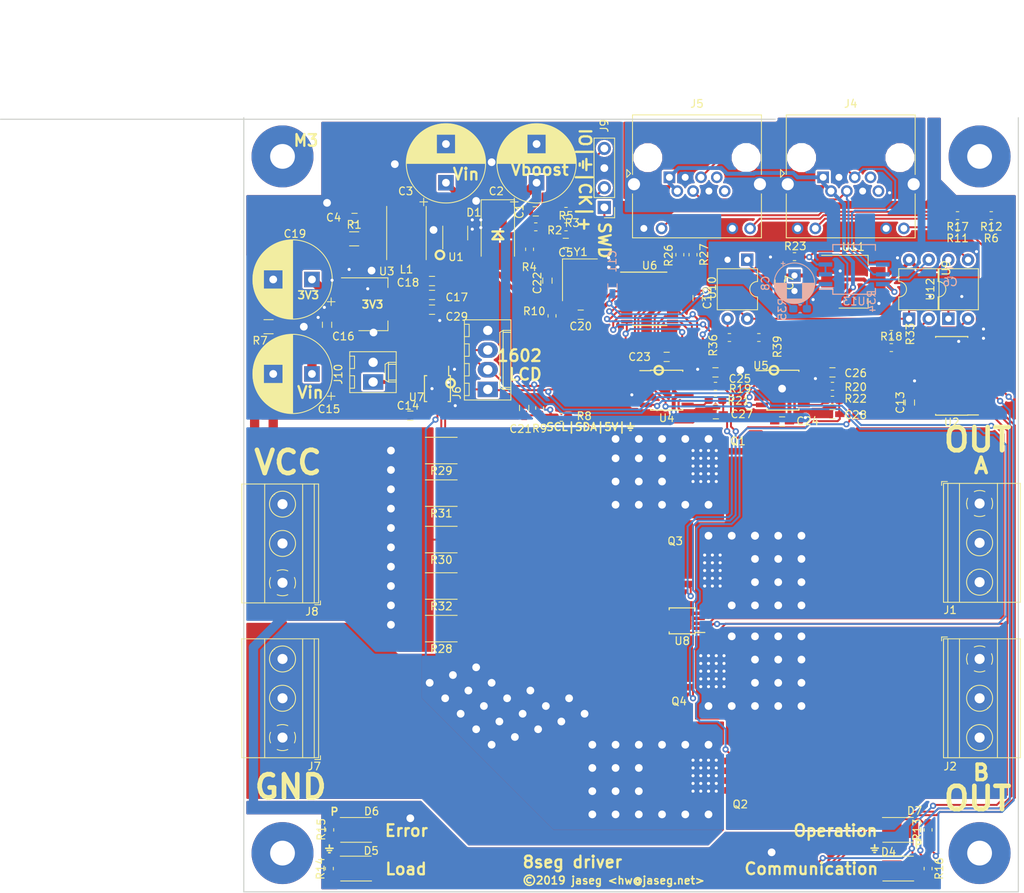
<source format=kicad_pcb>
(kicad_pcb (version 20171130) (host pcbnew "(5.0.1)")
  (layers (0 F.Cu signal) (31 B.Cu signal) (34 B.Paste user) (35 F.Paste user) (36 B.SilkS user) (37 F.SilkS user) (38 B.Mask user hide) (39 F.Mask user hide) (44 Edge.Cuts user))
  (net 0 "")
  (net 1 +VSW)
  (net 2 GND)
  (net 3 "Net-(C3-Pad1)")
  (net 4 /VBOOT_MON)
  (net 5 +3V3)
  (net 6 "Net-(C15-Pad1)")
  (net 7 /VIN_MON)
  (net 8 "Net-(D1-Pad2)")
  (net 9 /ISO_5V)
  (net 10 /ISO_GND)
  (net 11 "Net-(R2-Pad1)")
  (net 12 "Net-(R33-Pad2)")
  (net 13 "Net-(U7-Pad3)")
  (net 14 "Net-(U8-Pad3)")
  (net 15 /DRV1F)
  (net 16 /DRV2F)
  (net 17 /DRV3F)
  (net 18 /DRV4F)
  (net 19 /OUT_A)
  (net 20 /OUT_B)
  (net 21 /VIN)
  (net 22 /GND_MEAS)
  (net 23 /DRV1)
  (net 24 /DRV2)
  (net 25 /DRV3)
  (net 26 /DRV4)
  (net 27 /CTRL_B)
  (net 28 /CTRL_A)
  (net 29 /SWCLK)
  (net 30 /SWDIO)
  (net 31 /TX)
  (net 32 /RX)
  (net 33 /RX485_A)
  (net 34 /RS485_B)
  (net 35 /BUS_VCC)
  (net 36 /SDA)
  (net 37 /SCL)
  (net 38 "Net-(R6-Pad1)")
  (net 39 "Net-(R12-Pad1)")
  (net 40 /DE)
  (net 41 "Net-(R18-Pad2)")
  (net 42 /ISO_DE)
  (net 43 /ISO_DI)
  (net 44 "Net-(R35-Pad2)")
  (net 45 /ISO_RO)
  (net 46 "Net-(R36-Pad2)")
  (net 47 /SCK)
  (net 48 /MOSI)
  (net 49 /CLED1)
  (net 50 /CLED2)
  (net 51 "Net-(J4-Pad8)")
  (net 52 "Net-(J4-Pad7)")
  (net 53 "Net-(J5-Pad7)")
  (net 54 "Net-(J5-Pad8)")
  (net 55 /CLED4)
  (net 56 /CLED3)
  (net 57 "Net-(U2-Pad9)")
  (net 58 "Net-(R11-Pad1)")
  (net 59 /SLED1)
  (net 60 /SLED2)
  (net 61 /SLED3)
  (net 62 /SLED4)
  (net 63 "Net-(R17-Pad1)")
  (net 64 "Net-(D4-Pad1)")
  (net 65 "Net-(D5-Pad1)")
  (net 66 "Net-(D6-Pad1)")
  (net 67 "Net-(D7-Pad1)")
  (net 68 /XT1)
  (net 69 /XT2)
  (net 70 /RST)
  (module Connectors_Molex:Molex_KK-6410-04_04x2.54mm_Straight (layer F.Cu) (at 101.5 90.1 90)
    (fp_text reference J6 (at -0.45 -4 270) (layer F.SilkS))
    (fp_text value "1602 I2C LCD")
    (pad 4 thru_hole oval (at 7.62 0 90) (size 2 2.6) (drill 1.2) (layers *.Cu *.Mask) (net 2 GND))
    (pad 3 thru_hole oval (at 5.08 0 90) (size 2 2.6) (drill 1.2) (layers *.Cu *.Mask) (net 5 +3V3))
    (pad 2 thru_hole oval (at 2.54 0 90) (size 2 2.6) (drill 1.2) (layers *.Cu *.Mask) (net 36 /SDA))
    (pad 1 thru_hole rect (at 0 0 90) (size 2 2.6) (drill 1.2) (layers *.Cu *.Mask) (net 37 /SCL))
  )
  (module Package_SO:MSOP-10_3x3mm_P0.5mm (layer F.Cu) (at 95 90 270)
    (fp_text reference U7 (at 1.1 2.7) (layer F.SilkS))
    (fp_text value INA226)
    (pad 1 smd rect (at -2.2 -1 270) (size 1.4 0.3) (layers F.Cu F.Paste F.Mask) (net 2 GND))
    (pad 2 smd rect (at -2.2 -0.5 270) (size 1.4 0.3) (layers F.Cu F.Paste F.Mask) (net 2 GND))
    (pad 3 smd rect (at -2.2 0 270) (size 1.4 0.3) (layers F.Cu F.Paste F.Mask) (net 13 "Net-(U7-Pad3)"))
    (pad 4 smd rect (at -2.2 0.5 270) (size 1.4 0.3) (layers F.Cu F.Paste F.Mask) (net 36 /SDA))
    (pad 5 smd rect (at -2.2 1 270) (size 1.4 0.3) (layers F.Cu F.Paste F.Mask) (net 37 /SCL))
    (pad 6 smd rect (at 2.2 1 270) (size 1.4 0.3) (layers F.Cu F.Paste F.Mask) (net 5 +3V3))
    (pad 7 smd rect (at 2.2 0.5 270) (size 1.4 0.3) (layers F.Cu F.Paste F.Mask) (net 2 GND))
    (pad 8 smd rect (at 2.2 0 270) (size 1.4 0.3) (layers F.Cu F.Paste F.Mask) (net 21 /VIN))
    (pad 9 smd rect (at 2.2 -0.5 270) (size 1.4 0.3) (layers F.Cu F.Paste F.Mask) (net 2 GND))
    (pad 10 smd rect (at 2.2 -1 270) (size 1.4 0.3) (layers F.Cu F.Paste F.Mask) (net 22 /GND_MEAS))
  )
  (module Package_SO:TSSOP-20_4.4x6.5mm_P0.65mm (layer F.Cu) (at 122.4 78.4)
    (fp_text reference U6 (at 0 -4.3) (layer F.SilkS))
    (fp_text value STM32F030F4Px)
    (pad 1 smd rect (at -2.95 -2.925) (size 1.45 0.45) (layers F.Cu F.Paste F.Mask) (net 2 GND))
    (pad 2 smd rect (at -2.95 -2.275) (size 1.45 0.45) (layers F.Cu F.Paste F.Mask) (net 69 /XT2))
    (pad 3 smd rect (at -2.95 -1.625) (size 1.45 0.45) (layers F.Cu F.Paste F.Mask) (net 68 /XT1))
    (pad 4 smd rect (at -2.95 -0.975) (size 1.45 0.45) (layers F.Cu F.Paste F.Mask) (net 70 /RST))
    (pad 5 smd rect (at -2.95 -0.325) (size 1.45 0.45) (layers F.Cu F.Paste F.Mask) (net 5 +3V3))
    (pad 6 smd rect (at -2.95 0.325) (size 1.45 0.45) (layers F.Cu F.Paste F.Mask) (net 4 /VBOOT_MON))
    (pad 7 smd rect (at -2.95 0.975) (size 1.45 0.45) (layers F.Cu F.Paste F.Mask) (net 40 /DE))
    (pad 8 smd rect (at -2.95 1.625) (size 1.45 0.45) (layers F.Cu F.Paste F.Mask) (net 31 /TX))
    (pad 9 smd rect (at -2.95 2.275) (size 1.45 0.45) (layers F.Cu F.Paste F.Mask) (net 32 /RX))
    (pad 10 smd rect (at -2.95 2.925) (size 1.45 0.45) (layers F.Cu F.Paste F.Mask) (net 7 /VIN_MON))
    (pad 11 smd rect (at 2.95 2.925) (size 1.45 0.45) (layers F.Cu F.Paste F.Mask) (net 47 /SCK))
    (pad 12 smd rect (at 2.95 2.275) (size 1.45 0.45) (layers F.Cu F.Paste F.Mask) (net 28 /CTRL_A))
    (pad 13 smd rect (at 2.95 1.625) (size 1.45 0.45) (layers F.Cu F.Paste F.Mask) (net 48 /MOSI))
    (pad 14 smd rect (at 2.95 0.975) (size 1.45 0.45) (layers F.Cu F.Paste F.Mask) (net 27 /CTRL_B))
    (pad 15 smd rect (at 2.95 0.325) (size 1.45 0.45) (layers F.Cu F.Paste F.Mask) (net 2 GND))
    (pad 16 smd rect (at 2.95 -0.325) (size 1.45 0.45) (layers F.Cu F.Paste F.Mask) (net 5 +3V3))
    (pad 17 smd rect (at 2.95 -0.975) (size 1.45 0.45) (layers F.Cu F.Paste F.Mask) (net 37 /SCL))
    (pad 18 smd rect (at 2.95 -1.625) (size 1.45 0.45) (layers F.Cu F.Paste F.Mask) (net 36 /SDA))
    (pad 19 smd rect (at 2.95 -2.275) (size 1.45 0.45) (layers F.Cu F.Paste F.Mask) (net 30 /SWDIO))
    (pad 20 smd rect (at 2.95 -2.925) (size 1.45 0.45) (layers F.Cu F.Paste F.Mask) (net 29 /SWCLK))
  )
  (module Resistor_SMD:R_0603_1608Metric_Pad1.05x0.95mm_HandSolder (layer F.Cu) (at 111.6 67.1)
    (fp_text reference R3 (at 0.8 1.5) (layer F.SilkS))
    (fp_text value 47k)
    (pad 1 smd roundrect (at -0.875 0) (size 1.05 0.95) (layers F.Cu F.Paste F.Mask) (net 1 +VSW))
    (pad 2 smd roundrect (at 0.875 0) (size 1.05 0.95) (layers F.Cu F.Paste F.Mask) (net 4 /VBOOT_MON))
  )
  (module Resistor_SMD:R_0603_1608Metric_Pad1.05x0.95mm_HandSolder (layer F.Cu) (at 136.5 83.4 180)
    (fp_text reference R39 (at -2.4 -1.2 -90) (layer F.SilkS))
    (fp_text value 680)
    (pad 2 smd roundrect (at 0.875 0 180) (size 1.05 0.95) (layers F.Cu F.Paste F.Mask) (net 46 "Net-(R36-Pad2)"))
    (pad 1 smd roundrect (at -0.875 0 180) (size 1.05 0.95) (layers F.Cu F.Paste F.Mask) (net 2 GND))
  )
  (module Package_DIP:DIP-4_W7.62mm (layer F.Cu) (at 160.97 80.97 90)
    (fp_text reference U12 (at 3.81 -2.33 90) (layer F.SilkS))
    (fp_text value PC817)
    (pad 1 thru_hole rect (at 0 0 90) (size 1.6 1.6) (drill 0.8) (layers *.Cu *.Mask) (net 5 +3V3))
    (pad 3 thru_hole oval (at 7.62 2.54 90) (size 1.6 1.6) (drill 0.8) (layers *.Cu *.Mask) (net 42 /ISO_DE))
    (pad 2 thru_hole oval (at 0 2.54 90) (size 1.6 1.6) (drill 0.8) (layers *.Cu *.Mask) (net 41 "Net-(R18-Pad2)"))
    (pad 4 thru_hole oval (at 7.62 0 90) (size 1.6 1.6) (drill 0.8) (layers *.Cu *.Mask) (net 9 /ISO_5V))
  )
  (module "footprints:Toshiba SOP Advance" (layer F.Cu) (at 130 100 90)
    (fp_text reference Q1 (at 3.2 3.8 180) (layer F.SilkS))
    (fp_text value TPHR6503PL)
    (pad 1 smd rect (at 0 -0.55 90) (size 4.7 3.75) (layers F.Cu F.Paste F.Mask) (net 21 /VIN))
    (pad 3 smd rect (at -1.905 3.5 90) (size 0.85 2.95) (layers F.Cu F.Paste F.Mask) (net 19 /OUT_A))
    (pad 3 smd rect (at -0.635 3.5 90) (size 0.85 2.95) (layers F.Cu F.Paste F.Mask) (net 19 /OUT_A))
    (pad 3 smd rect (at 0.635 3.5 90) (size 0.85 2.95) (layers F.Cu F.Paste F.Mask) (net 19 /OUT_A))
    (pad 2 smd rect (at 1.905 3.5 90) (size 0.85 2.95) (layers F.Cu F.Paste F.Mask) (net 18 /DRV4F))
    (pad 1 smd rect (at 1.905 -3.475 90) (size 0.85 3) (layers F.Cu F.Paste F.Mask) (net 21 /VIN))
    (pad 1 smd rect (at 0.635 -3.475 90) (size 0.85 3) (layers F.Cu F.Paste F.Mask) (net 21 /VIN))
    (pad 1 smd rect (at -0.635 -3.475 90) (size 0.85 3) (layers F.Cu F.Paste F.Mask) (net 21 /VIN))
    (pad 1 smd rect (at -1.905 -3.475 90) (size 0.85 3) (layers F.Cu F.Paste F.Mask) (net 21 /VIN))
  )
  (module "footprints:Toshiba SOP Advance" (layer F.Cu) (at 130 140 90)
    (fp_text reference Q2 (at -3.7 4.1 180) (layer F.SilkS))
    (fp_text value TPHR6503PL)
    (pad 1 smd rect (at 0 -0.55 90) (size 4.7 3.75) (layers F.Cu F.Paste F.Mask) (net 21 /VIN))
    (pad 3 smd rect (at -1.905 3.5 90) (size 0.85 2.95) (layers F.Cu F.Paste F.Mask) (net 20 /OUT_B))
    (pad 3 smd rect (at -0.635 3.5 90) (size 0.85 2.95) (layers F.Cu F.Paste F.Mask) (net 20 /OUT_B))
    (pad 3 smd rect (at 0.635 3.5 90) (size 0.85 2.95) (layers F.Cu F.Paste F.Mask) (net 20 /OUT_B))
    (pad 2 smd rect (at 1.905 3.5 90) (size 0.85 2.95) (layers F.Cu F.Paste F.Mask) (net 16 /DRV2F))
    (pad 1 smd rect (at 1.905 -3.475 90) (size 0.85 3) (layers F.Cu F.Paste F.Mask) (net 21 /VIN))
    (pad 1 smd rect (at 0.635 -3.475 90) (size 0.85 3) (layers F.Cu F.Paste F.Mask) (net 21 /VIN))
    (pad 1 smd rect (at -0.635 -3.475 90) (size 0.85 3) (layers F.Cu F.Paste F.Mask) (net 21 /VIN))
    (pad 1 smd rect (at -1.905 -3.475 90) (size 0.85 3) (layers F.Cu F.Paste F.Mask) (net 21 /VIN))
  )
  (module "footprints:Toshiba SOP Advance" (layer F.Cu) (at 130 113.3333 270)
    (fp_text reference Q3 (at -3.6333 4.3) (layer F.SilkS))
    (fp_text value TPHR6503PL)
    (pad 1 smd rect (at 0 -0.55 270) (size 4.7 3.75) (layers F.Cu F.Paste F.Mask) (net 19 /OUT_A))
    (pad 3 smd rect (at -1.905 3.5 270) (size 0.85 2.95) (layers F.Cu F.Paste F.Mask) (net 22 /GND_MEAS))
    (pad 3 smd rect (at -0.635 3.5 270) (size 0.85 2.95) (layers F.Cu F.Paste F.Mask) (net 22 /GND_MEAS))
    (pad 3 smd rect (at 0.635 3.5 270) (size 0.85 2.95) (layers F.Cu F.Paste F.Mask) (net 22 /GND_MEAS))
    (pad 2 smd rect (at 1.905 3.5 270) (size 0.85 2.95) (layers F.Cu F.Paste F.Mask) (net 17 /DRV3F))
    (pad 1 smd rect (at 1.905 -3.475 270) (size 0.85 3) (layers F.Cu F.Paste F.Mask) (net 19 /OUT_A))
    (pad 1 smd rect (at 0.635 -3.475 270) (size 0.85 3) (layers F.Cu F.Paste F.Mask) (net 19 /OUT_A))
    (pad 1 smd rect (at -0.635 -3.475 270) (size 0.85 3) (layers F.Cu F.Paste F.Mask) (net 19 /OUT_A))
    (pad 1 smd rect (at -1.905 -3.475 270) (size 0.85 3) (layers F.Cu F.Paste F.Mask) (net 19 /OUT_A))
  )
  (module "footprints:Toshiba SOP Advance" (layer F.Cu) (at 130 126.6667 270)
    (fp_text reference Q4 (at 3.7333 3.8) (layer F.SilkS))
    (fp_text value TPHR6503PL)
    (pad 1 smd rect (at 0 -0.55 270) (size 4.7 3.75) (layers F.Cu F.Paste F.Mask) (net 20 /OUT_B))
    (pad 3 smd rect (at -1.905 3.5 270) (size 0.85 2.95) (layers F.Cu F.Paste F.Mask) (net 22 /GND_MEAS))
    (pad 3 smd rect (at -0.635 3.5 270) (size 0.85 2.95) (layers F.Cu F.Paste F.Mask) (net 22 /GND_MEAS))
    (pad 3 smd rect (at 0.635 3.5 270) (size 0.85 2.95) (layers F.Cu F.Paste F.Mask) (net 22 /GND_MEAS))
    (pad 2 smd rect (at 1.905 3.5 270) (size 0.85 2.95) (layers F.Cu F.Paste F.Mask) (net 15 /DRV1F))
    (pad 1 smd rect (at 1.905 -3.475 270) (size 0.85 3) (layers F.Cu F.Paste F.Mask) (net 20 /OUT_B))
    (pad 1 smd rect (at 0.635 -3.475 270) (size 0.85 3) (layers F.Cu F.Paste F.Mask) (net 20 /OUT_B))
    (pad 1 smd rect (at -0.635 -3.475 270) (size 0.85 3) (layers F.Cu F.Paste F.Mask) (net 20 /OUT_B))
    (pad 1 smd rect (at -1.905 -3.475 270) (size 0.85 3) (layers F.Cu F.Paste F.Mask) (net 20 /OUT_B))
  )
  (module Capacitors_SMD:C_0603_HandSoldering (layer F.Cu) (at 107.7 67.1)
    (fp_text reference C1 (at -2.1 0 90) (layer F.SilkS))
    (fp_text value 10u)
    (pad 1 smd rect (at -0.95 0) (size 1.2 0.75) (layers F.Cu F.Paste F.Mask) (net 1 +VSW))
    (pad 2 smd rect (at 0.95 0) (size 1.2 0.75) (layers F.Cu F.Paste F.Mask) (net 2 GND))
  )
  (module Capacitors_SMD:C_0603_HandSoldering (layer F.Cu) (at 84.3 67.95 180)
    (fp_text reference C4 (at 2.7 0.05 180) (layer F.SilkS))
    (fp_text value 10u)
    (pad 1 smd rect (at -0.95 0 180) (size 1.2 0.75) (layers F.Cu F.Paste F.Mask) (net 3 "Net-(C3-Pad1)"))
    (pad 2 smd rect (at 0.95 0 180) (size 1.2 0.75) (layers F.Cu F.Paste F.Mask) (net 2 GND))
  )
  (module Capacitors_SMD:C_0603_HandSoldering (layer F.Cu) (at 111.574999 71.174999 180)
    (fp_text reference C5 (at 0 -1.25 180) (layer F.SilkS))
    (fp_text value 100n)
    (pad 1 smd rect (at -0.95 0 180) (size 1.2 0.75) (layers F.Cu F.Paste F.Mask) (net 4 /VBOOT_MON))
    (pad 2 smd rect (at 0.95 0 180) (size 1.2 0.75) (layers F.Cu F.Paste F.Mask) (net 2 GND))
  )
  (module Capacitors_SMD:C_0603_HandSoldering (layer B.Cu) (at 117.6 76.8 90)
    (fp_text reference C11 (at 3.25 0 90) (layer B.SilkS) (effects (justify mirror)))
    (fp_text value 100n)
    (pad 2 smd rect (at 0.95 0 90) (size 1.2 0.75) (layers B.Cu B.Paste B.Mask) (net 2 GND))
    (pad 1 smd rect (at -0.95 0 90) (size 1.2 0.75) (layers B.Cu B.Paste B.Mask) (net 5 +3V3))
  )
  (module Capacitors_SMD:C_0603_HandSoldering (layer F.Cu) (at 128.6 78.3 270)
    (fp_text reference C12 (at 0 -1.25 270) (layer F.SilkS))
    (fp_text value 100n)
    (pad 1 smd rect (at -0.95 0 270) (size 1.2 0.75) (layers F.Cu F.Paste F.Mask) (net 5 +3V3))
    (pad 2 smd rect (at 0.95 0 270) (size 1.2 0.75) (layers F.Cu F.Paste F.Mask) (net 2 GND))
  )
  (module Capacitors_SMD:C_0603_HandSoldering (layer F.Cu) (at 156 91.8 90)
    (fp_text reference C13 (at 0 -1.25 90) (layer F.SilkS))
    (fp_text value 100n)
    (pad 2 smd rect (at 0.95 0 90) (size 1.2 0.75) (layers F.Cu F.Paste F.Mask) (net 2 GND))
    (pad 1 smd rect (at -0.95 0 90) (size 1.2 0.75) (layers F.Cu F.Paste F.Mask) (net 5 +3V3))
  )
  (module Capacitors_SMD:C_0603_HandSoldering (layer F.Cu) (at 91.5 93.5 180)
    (fp_text reference C14 (at 0.3 1.3 180) (layer F.SilkS))
    (fp_text value 100n)
    (pad 1 smd rect (at -0.95 0 180) (size 1.2 0.75) (layers F.Cu F.Paste F.Mask) (net 5 +3V3))
    (pad 2 smd rect (at 0.95 0 180) (size 1.2 0.75) (layers F.Cu F.Paste F.Mask) (net 2 GND))
  )
  (module Capacitors_SMD:C_0603_HandSoldering (layer F.Cu) (at 80.75 81.75 90)
    (fp_text reference C16 (at -1.5 2.1 180) (layer F.SilkS))
    (fp_text value 1u)
    (pad 1 smd rect (at -0.95 0 90) (size 1.2 0.75) (layers F.Cu F.Paste F.Mask) (net 6 "Net-(C15-Pad1)"))
    (pad 2 smd rect (at 0.95 0 90) (size 1.2 0.75) (layers F.Cu F.Paste F.Mask) (net 2 GND))
  )
  (module Capacitors_SMD:C_0603_HandSoldering (layer F.Cu) (at 94.3 77.9)
    (fp_text reference C17 (at 3.2 0.3) (layer F.SilkS))
    (fp_text value 1u)
    (pad 2 smd rect (at 0.95 0) (size 1.2 0.75) (layers F.Cu F.Paste F.Mask) (net 2 GND))
    (pad 1 smd rect (at -0.95 0) (size 1.2 0.75) (layers F.Cu F.Paste F.Mask) (net 5 +3V3))
  )
  (module Capacitors_SMD:C_0603_HandSoldering (layer F.Cu) (at 94.3 76.1)
    (fp_text reference C18 (at -3.1 0.2) (layer F.SilkS))
    (fp_text value 10u)
    (pad 2 smd rect (at 0.95 0) (size 1.2 0.75) (layers F.Cu F.Paste F.Mask) (net 2 GND))
    (pad 1 smd rect (at -0.95 0) (size 1.2 0.75) (layers F.Cu F.Paste F.Mask) (net 5 +3V3))
  )
  (module Capacitors_SMD:C_0603_HandSoldering (layer F.Cu) (at 113.5 80.45)
    (fp_text reference C20 (at 0 1.5) (layer F.SilkS))
    (fp_text value 12p)
    (pad 2 smd rect (at 0.95 0) (size 1.2 0.75) (layers F.Cu F.Paste F.Mask) (net 68 /XT1))
    (pad 1 smd rect (at -0.95 0) (size 1.2 0.75) (layers F.Cu F.Paste F.Mask) (net 2 GND))
  )
  (module Capacitors_SMD:C_0603_HandSoldering (layer F.Cu) (at 106.2 92.5 90)
    (fp_text reference C21 (at -2.7 -0.45 180) (layer F.SilkS))
    (fp_text value 100n)
    (pad 2 smd rect (at 0.95 0 90) (size 1.2 0.75) (layers F.Cu F.Paste F.Mask) (net 2 GND))
    (pad 1 smd rect (at -0.95 0 90) (size 1.2 0.75) (layers F.Cu F.Paste F.Mask) (net 7 /VIN_MON))
  )
  (module Capacitors_SMD:C_0603_HandSoldering (layer F.Cu) (at 109.2 76.05 90)
    (fp_text reference C22 (at -0.3 -1.3 270) (layer F.SilkS))
    (fp_text value 12p)
    (pad 1 smd rect (at -0.95 0 90) (size 1.2 0.75) (layers F.Cu F.Paste F.Mask) (net 69 /XT2))
    (pad 2 smd rect (at 0.95 0 90) (size 1.2 0.75) (layers F.Cu F.Paste F.Mask) (net 2 GND))
  )
  (module Capacitors_SMD:C_0603_HandSoldering (layer F.Cu) (at 124.6 85.9 180)
    (fp_text reference C23 (at 3.5 0 180) (layer F.SilkS))
    (fp_text value 100n)
    (pad 2 smd rect (at 0.95 0 180) (size 1.2 0.75) (layers F.Cu F.Paste F.Mask) (net 2 GND))
    (pad 1 smd rect (at -0.95 0 180) (size 1.2 0.75) (layers F.Cu F.Paste F.Mask) (net 1 +VSW))
  )
  (module Capacitors_SMD:C_0603_HandSoldering (layer F.Cu) (at 139.5 94.25 180)
    (fp_text reference C24 (at -3.3 0.05 180) (layer F.SilkS))
    (fp_text value 100n)
    (pad 1 smd rect (at -0.95 0 180) (size 1.2 0.75) (layers F.Cu F.Paste F.Mask) (net 1 +VSW))
    (pad 2 smd rect (at 0.95 0 180) (size 1.2 0.75) (layers F.Cu F.Paste F.Mask) (net 2 GND))
  )
  (module Capacitors_SMD:C_0603_HandSoldering (layer F.Cu) (at 130.9 87.9 180)
    (fp_text reference C25 (at -3.15 -0.825 180) (layer F.SilkS))
    (fp_text value 0)
    (pad 2 smd rect (at 0.95 0 180) (size 1.2 0.75) (layers F.Cu F.Paste F.Mask) (net 2 GND))
    (pad 1 smd rect (at -0.95 0 180) (size 1.2 0.75) (layers F.Cu F.Paste F.Mask) (net 15 /DRV1F))
  )
  (module Capacitors_SMD:C_0603_HandSoldering (layer F.Cu) (at 146 87.9 180)
    (fp_text reference C26 (at -3 -0.1 180) (layer F.SilkS))
    (fp_text value 0)
    (pad 2 smd rect (at 0.95 0 180) (size 1.2 0.75) (layers F.Cu F.Paste F.Mask) (net 2 GND))
    (pad 1 smd rect (at -0.95 0 180) (size 1.2 0.75) (layers F.Cu F.Paste F.Mask) (net 16 /DRV2F))
  )
  (module Capacitors_SMD:C_0603_HandSoldering (layer F.Cu) (at 130.95 93.3)
    (fp_text reference C27 (at 3.35 0) (layer F.SilkS))
    (fp_text value 0)
    (pad 1 smd rect (at -0.95 0) (size 1.2 0.75) (layers F.Cu F.Paste F.Mask) (net 2 GND))
    (pad 2 smd rect (at 0.95 0) (size 1.2 0.75) (layers F.Cu F.Paste F.Mask) (net 17 /DRV3F))
  )
  (module Capacitors_SMD:C_0603_HandSoldering (layer F.Cu) (at 146 93.3)
    (fp_text reference C28 (at 3 0.1) (layer F.SilkS))
    (fp_text value 0)
    (pad 2 smd rect (at 0.95 0) (size 1.2 0.75) (layers F.Cu F.Paste F.Mask) (net 18 /DRV4F))
    (pad 1 smd rect (at -0.95 0) (size 1.2 0.75) (layers F.Cu F.Paste F.Mask) (net 2 GND))
  )
  (module Capacitors_SMD:C_0603_HandSoldering (layer F.Cu) (at 94.3 79.8)
    (fp_text reference C29 (at 3.2 0.9) (layer F.SilkS))
    (fp_text value 100n)
    (pad 2 smd rect (at 0.95 0) (size 1.2 0.75) (layers F.Cu F.Paste F.Mask) (net 2 GND))
    (pad 1 smd rect (at -0.95 0) (size 1.2 0.75) (layers F.Cu F.Paste F.Mask) (net 5 +3V3))
  )
  (module Diode_SMD:D_SMB_Handsoldering (layer F.Cu) (at 102.8 70.2 270)
    (fp_text reference D1 (at -2.95 3.1) (layer F.SilkS))
    (fp_text value "2A schottky")
    (pad 1 smd rect (at -2.7 0 270) (size 3.5 2.3) (layers F.Cu F.Paste F.Mask) (net 1 +VSW))
    (pad 2 smd rect (at 2.7 0 270) (size 3.5 2.3) (layers F.Cu F.Paste F.Mask) (net 8 "Net-(D1-Pad2)"))
  )
  (module LED_SMD:LED_PLCC_2835_Handsoldering (layer F.Cu) (at 155 152)
    (fp_text reference D4 (at -1.75 -2.15) (layer F.SilkS))
    (fp_text value cyan)
    (pad 1 smd rect (at -1.33 0 180) (size 2.5 2.1) (layers F.Cu F.Paste F.Mask) (net 64 "Net-(D4-Pad1)"))
    (pad 2 smd rect (at 1.33 0 180) (size 1.5 2.1) (layers F.Cu F.Paste F.Mask) (net 5 +3V3))
  )
  (module LED_SMD:LED_PLCC_2835_Handsoldering (layer F.Cu) (at 85 152)
    (fp_text reference D5 (at 1.45 -2.3) (layer F.SilkS))
    (fp_text value cyan)
    (pad 2 smd rect (at 1.33 0 180) (size 1.5 2.1) (layers F.Cu F.Paste F.Mask) (net 5 +3V3))
    (pad 1 smd rect (at -1.33 0 180) (size 2.5 2.1) (layers F.Cu F.Paste F.Mask) (net 65 "Net-(D5-Pad1)"))
  )
  (module LED_SMD:LED_PLCC_2835_Handsoldering (layer F.Cu) (at 85 147)
    (fp_text reference D6 (at 1.5 -2.4) (layer F.SilkS))
    (fp_text value pink)
    (pad 2 smd rect (at 1.33 0 180) (size 1.5 2.1) (layers F.Cu F.Paste F.Mask) (net 5 +3V3))
    (pad 1 smd rect (at -1.33 0 180) (size 2.5 2.1) (layers F.Cu F.Paste F.Mask) (net 66 "Net-(D6-Pad1)"))
  )
  (module LED_SMD:LED_PLCC_2835_Handsoldering (layer F.Cu) (at 155 147)
    (fp_text reference D7 (at 1.6 -2.45) (layer F.SilkS))
    (fp_text value pink)
    (pad 1 smd rect (at -1.33 0 180) (size 2.5 2.1) (layers F.Cu F.Paste F.Mask) (net 67 "Net-(D7-Pad1)"))
    (pad 2 smd rect (at 1.33 0 180) (size 1.5 2.1) (layers F.Cu F.Paste F.Mask) (net 5 +3V3))
  )
  (module TerminalBlock_Phoenix:TerminalBlock_Phoenix_MKDS-1,5-3-5.08_1x03_P5.08mm_Horizontal (layer F.Cu) (at 165 104.84 270)
    (fp_text reference J1 (at 13.76 3.8) (layer F.SilkS))
    (fp_text value OUT_A)
    (pad 1 thru_hole rect (at 0 0 270) (size 2.6 2.6) (drill 1.3) (layers *.Cu *.Mask) (net 19 /OUT_A))
    (pad 2 thru_hole circle (at 5.08 0 270) (size 2.6 2.6) (drill 1.3) (layers *.Cu *.Mask) (net 19 /OUT_A))
    (pad 3 thru_hole circle (at 10.16 0 270) (size 2.6 2.6) (drill 1.3) (layers *.Cu *.Mask) (net 19 /OUT_A))
  )
  (module TerminalBlock_Phoenix:TerminalBlock_Phoenix_MKDS-1,5-3-5.08_1x03_P5.08mm_Horizontal (layer F.Cu) (at 165 124.92 270)
    (fp_text reference J2 (at 13.88 3.8) (layer F.SilkS))
    (fp_text value OUT_B)
    (pad 3 thru_hole circle (at 10.16 0 270) (size 2.6 2.6) (drill 1.3) (layers *.Cu *.Mask) (net 20 /OUT_B))
    (pad 2 thru_hole circle (at 5.08 0 270) (size 2.6 2.6) (drill 1.3) (layers *.Cu *.Mask) (net 20 /OUT_B))
    (pad 1 thru_hole rect (at 0 0 270) (size 2.6 2.6) (drill 1.3) (layers *.Cu *.Mask) (net 20 /OUT_B))
  )
  (module TerminalBlock_Phoenix:TerminalBlock_Phoenix_MKDS-1,5-3-5.08_1x03_P5.08mm_Horizontal (layer F.Cu) (at 75 135.08 90)
    (fp_text reference J7 (at -3.72 4.1 180) (layer F.SilkS))
    (fp_text value IN_VCC)
    (pad 3 thru_hole circle (at 10.16 0 90) (size 2.6 2.6) (drill 1.3) (layers *.Cu *.Mask) (net 21 /VIN))
    (pad 2 thru_hole circle (at 5.08 0 90) (size 2.6 2.6) (drill 1.3) (layers *.Cu *.Mask) (net 21 /VIN))
    (pad 1 thru_hole rect (at 0 0 90) (size 2.6 2.6) (drill 1.3) (layers *.Cu *.Mask) (net 21 /VIN))
  )
  (module TerminalBlock_Phoenix:TerminalBlock_Phoenix_MKDS-1,5-3-5.08_1x03_P5.08mm_Horizontal (layer F.Cu) (at 75 115.08 90)
    (fp_text reference J8 (at -3.72 3.8 180) (layer F.SilkS))
    (fp_text value IN_GND)
    (pad 1 thru_hole rect (at 0 0 90) (size 2.6 2.6) (drill 1.3) (layers *.Cu *.Mask) (net 2 GND))
    (pad 2 thru_hole circle (at 5.08 0 90) (size 2.6 2.6) (drill 1.3) (layers *.Cu *.Mask) (net 2 GND))
    (pad 3 thru_hole circle (at 10.16 0 90) (size 2.6 2.6) (drill 1.3) (layers *.Cu *.Mask) (net 2 GND))
  )
  (module Inductor_SMD:L_Taiyo-Yuden_NR-50xx_HandSoldering (layer F.Cu) (at 91 69.9 270)
    (fp_text reference L1 (at 4.7 0) (layer F.SilkS))
    (fp_text value 10u)
    (pad 1 smd rect (at -2.25 0 270) (size 2.4 4.2) (layers F.Cu F.Paste F.Mask) (net 3 "Net-(C3-Pad1)"))
    (pad 2 smd rect (at 2.25 0 270) (size 2.4 4.2) (layers F.Cu F.Paste F.Mask) (net 8 "Net-(D1-Pad2)"))
  )
  (module Resistor_SMD:R_0603_1608Metric_Pad1.05x0.95mm_HandSolder (layer F.Cu) (at 107.7 69.1)
    (fp_text reference R2 (at 2.45 0.45) (layer F.SilkS))
    (fp_text value 100k)
    (pad 2 smd roundrect (at 0.875 0) (size 1.05 0.95) (layers F.Cu F.Paste F.Mask) (net 1 +VSW))
    (pad 1 smd roundrect (at -0.875 0) (size 1.05 0.95) (layers F.Cu F.Paste F.Mask) (net 11 "Net-(R2-Pad1)"))
  )
  (module Resistor_SMD:R_0603_1608Metric_Pad1.05x0.95mm_HandSolder (layer F.Cu) (at 106.9 72 90)
    (fp_text reference R4 (at -2.3 -0.05 180) (layer F.SilkS))
    (fp_text value 3k3)
    (pad 2 smd roundrect (at 0.875 0 90) (size 1.05 0.95) (layers F.Cu F.Paste F.Mask) (net 11 "Net-(R2-Pad1)"))
    (pad 1 smd roundrect (at -0.875 0 90) (size 1.05 0.95) (layers F.Cu F.Paste F.Mask) (net 2 GND))
  )
  (module Resistor_SMD:R_0603_1608Metric_Pad1.05x0.95mm_HandSolder (layer F.Cu) (at 111.6 69.1)
    (fp_text reference R5 (at 0 -1.43) (layer F.SilkS))
    (fp_text value 10k)
    (pad 1 smd roundrect (at -0.875 0) (size 1.05 0.95) (layers F.Cu F.Paste F.Mask) (net 2 GND))
    (pad 2 smd roundrect (at 0.875 0) (size 1.05 0.95) (layers F.Cu F.Paste F.Mask) (net 4 /VBOOT_MON))
  )
  (module Resistor_SMD:R_1206_3216Metric_Pad1.42x1.75mm_HandSolder (layer F.Cu) (at 73.2 82)
    (fp_text reference R7 (at -1.1 1.8) (layer F.SilkS))
    (fp_text value "10R .5W")
    (pad 1 smd roundrect (at -1.4875 0) (size 1.425 1.75) (layers F.Cu F.Paste F.Mask) (roundrect_rratio 0.175439) (net 21 /VIN))
    (pad 2 smd roundrect (at 1.4875 0) (size 1.425 1.75) (layers F.Cu F.Paste F.Mask) (roundrect_rratio 0.175439) (net 6 "Net-(C15-Pad1)"))
  )
  (module Resistor_SMD:R_0603_1608Metric_Pad1.05x0.95mm_HandSolder (layer F.Cu) (at 111 93.7 180)
    (fp_text reference R8 (at -2.95 0.15) (layer F.SilkS))
    (fp_text value 47k)
    (pad 2 smd roundrect (at 0.875 0 180) (size 1.05 0.95) (layers F.Cu F.Paste F.Mask) (net 7 /VIN_MON))
    (pad 1 smd roundrect (at -0.875 0 180) (size 1.05 0.95) (layers F.Cu F.Paste F.Mask) (net 21 /VIN))
  )
  (module Resistor_SMD:R_0603_1608Metric_Pad1.05x0.95mm_HandSolder (layer F.Cu) (at 108.2 92.5 270)
    (fp_text reference R9 (at 2.65 0) (layer F.SilkS))
    (fp_text value 10k)
    (pad 1 smd roundrect (at -0.875 0 270) (size 1.05 0.95) (layers F.Cu F.Paste F.Mask) (net 2 GND))
    (pad 2 smd roundrect (at 0.875 0 270) (size 1.05 0.95) (layers F.Cu F.Paste F.Mask) (net 7 /VIN_MON))
  )
  (module Resistor_SMD:R_0603_1608Metric_Pad1.05x0.95mm_HandSolder (layer F.Cu) (at 109.8 80.6 90)
    (fp_text reference R10 (at 0.6 -2.3) (layer F.SilkS))
    (fp_text value 10k)
    (pad 2 smd roundrect (at 0.875 0 90) (size 1.05 0.95) (layers F.Cu F.Paste F.Mask) (net 5 +3V3))
    (pad 1 smd roundrect (at -0.875 0 90) (size 1.05 0.95) (layers F.Cu F.Paste F.Mask) (net 70 /RST))
  )
  (module Resistor_SMD:R_0603_1608Metric_Pad1.05x0.95mm_HandSolder (layer F.Cu) (at 158.35 147 90)
    (fp_text reference R13 (at 0 -1.43 90) (layer F.SilkS))
    (fp_text value 150)
    (pad 1 smd roundrect (at -0.875 0 90) (size 1.05 0.95) (layers F.Cu F.Paste F.Mask) (net 59 /SLED1))
    (pad 2 smd roundrect (at 0.875 0 90) (size 1.05 0.95) (layers F.Cu F.Paste F.Mask) (net 67 "Net-(D7-Pad1)"))
  )
  (module Resistor_SMD:R_0603_1608Metric_Pad1.05x0.95mm_HandSolder (layer F.Cu) (at 81.05 152 90)
    (fp_text reference R14 (at 0 -1.15 90) (layer F.SilkS))
    (fp_text value 150)
    (pad 2 smd roundrect (at 0.875 0 90) (size 1.05 0.95) (layers F.Cu F.Paste F.Mask) (net 65 "Net-(D5-Pad1)"))
    (pad 1 smd roundrect (at -0.875 0 90) (size 1.05 0.95) (layers F.Cu F.Paste F.Mask) (net 60 /SLED2))
  )
  (module Resistor_SMD:R_0603_1608Metric_Pad1.05x0.95mm_HandSolder (layer F.Cu) (at 81.1 147 90)
    (fp_text reference R15 (at 0.05 -1.1 90) (layer F.SilkS))
    (fp_text value 150)
    (pad 2 smd roundrect (at 0.875 0 90) (size 1.05 0.95) (layers F.Cu F.Paste F.Mask) (net 66 "Net-(D6-Pad1)"))
    (pad 1 smd roundrect (at -0.875 0 90) (size 1.05 0.95) (layers F.Cu F.Paste F.Mask) (net 61 /SLED3))
  )
  (module Resistor_SMD:R_0603_1608Metric_Pad1.05x0.95mm_HandSolder (layer F.Cu) (at 158.35 152 270)
    (fp_text reference R16 (at 0 -1.43 270) (layer F.SilkS))
    (fp_text value 150)
    (pad 2 smd roundrect (at 0.875 0 270) (size 1.05 0.95) (layers F.Cu F.Paste F.Mask) (net 64 "Net-(D4-Pad1)"))
    (pad 1 smd roundrect (at -0.875 0 270) (size 1.05 0.95) (layers F.Cu F.Paste F.Mask) (net 62 /SLED4))
  )
  (module Resistor_SMD:R_0603_1608Metric_Pad1.05x0.95mm_HandSolder (layer F.Cu) (at 130.9 89.7 180)
    (fp_text reference R19 (at -3.175 -0.325 180) (layer F.SilkS))
    (fp_text value 0R)
    (pad 1 smd roundrect (at -0.875 0 180) (size 1.05 0.95) (layers F.Cu F.Paste F.Mask) (net 15 /DRV1F))
    (pad 2 smd roundrect (at 0.875 0 180) (size 1.05 0.95) (layers F.Cu F.Paste F.Mask) (net 23 /DRV1))
  )
  (module Resistor_SMD:R_0603_1608Metric_Pad1.05x0.95mm_HandSolder (layer F.Cu) (at 146 89.7 180)
    (fp_text reference R20 (at -3 -0.1) (layer F.SilkS))
    (fp_text value 0R)
    (pad 2 smd roundrect (at 0.875 0 180) (size 1.05 0.95) (layers F.Cu F.Paste F.Mask) (net 24 /DRV2))
    (pad 1 smd roundrect (at -0.875 0 180) (size 1.05 0.95) (layers F.Cu F.Paste F.Mask) (net 16 /DRV2F))
  )
  (module Resistor_SMD:R_0603_1608Metric_Pad1.05x0.95mm_HandSolder (layer F.Cu) (at 130.9 91.5 180)
    (fp_text reference R21 (at -3 -0.05 180) (layer F.SilkS))
    (fp_text value 0R)
    (pad 1 smd roundrect (at -0.875 0 180) (size 1.05 0.95) (layers F.Cu F.Paste F.Mask) (net 17 /DRV3F))
    (pad 2 smd roundrect (at 0.875 0 180) (size 1.05 0.95) (layers F.Cu F.Paste F.Mask) (net 25 /DRV3))
  )
  (module Resistor_SMD:R_0603_1608Metric_Pad1.05x0.95mm_HandSolder (layer F.Cu) (at 146 91.5 180)
    (fp_text reference R22 (at -3 0.2 180) (layer F.SilkS))
    (fp_text value 0R)
    (pad 2 smd roundrect (at 0.875 0 180) (size 1.05 0.95) (layers F.Cu F.Paste F.Mask) (net 26 /DRV4))
    (pad 1 smd roundrect (at -0.875 0 180) (size 1.05 0.95) (layers F.Cu F.Paste F.Mask) (net 18 /DRV4F))
  )
  (module Resistor_SMD:R_0603_1608Metric_Pad1.05x0.95mm_HandSolder (layer F.Cu) (at 141.1 72.95 180)
    (fp_text reference R23 (at -0.1 1.35 180) (layer F.SilkS))
    (fp_text value 720)
    (pad 1 smd roundrect (at -0.875 0 180) (size 1.05 0.95) (layers F.Cu F.Paste F.Mask) (net 42 /ISO_DE))
    (pad 2 smd roundrect (at 0.875 0 180) (size 1.05 0.95) (layers F.Cu F.Paste F.Mask) (net 10 /ISO_GND))
  )
  (module Resistor_SMD:R_0603_1608Metric_Pad1.05x0.95mm_HandSolder (layer F.Cu) (at 126.3 72.7 270)
    (fp_text reference R26 (at 0.1 1.45 270) (layer F.SilkS))
    (fp_text value 1k5)
    (pad 1 smd roundrect (at -0.875 0 270) (size 1.05 0.95) (layers F.Cu F.Paste F.Mask) (net 5 +3V3))
    (pad 2 smd roundrect (at 0.875 0 270) (size 1.05 0.95) (layers F.Cu F.Paste F.Mask) (net 36 /SDA))
  )
  (module Resistor_SMD:R_0603_1608Metric_Pad1.05x0.95mm_HandSolder (layer F.Cu) (at 128 72.7 270)
    (fp_text reference R27 (at 0 -1.43 270) (layer F.SilkS))
    (fp_text value 1k5)
    (pad 2 smd roundrect (at 0.875 0 270) (size 1.05 0.95) (layers F.Cu F.Paste F.Mask) (net 37 /SCL))
    (pad 1 smd roundrect (at -0.875 0 270) (size 1.05 0.95) (layers F.Cu F.Paste F.Mask) (net 5 +3V3))
  )
  (module Resistor_SMD:R_2512_6332Metric_Pad1.52x3.35mm_HandSolder (layer F.Cu) (at 95.5 121 180)
    (fp_text reference R28 (at 0 -2.62 180) (layer F.SilkS))
    (fp_text value "5mR 1W 2512")
    (pad 2 smd roundrect (at 2.9875 0 180) (size 1.525 3.35) (layers F.Cu F.Paste F.Mask) (roundrect_rratio 0.163934) (net 2 GND))
    (pad 1 smd roundrect (at -2.9875 0 180) (size 1.525 3.35) (layers F.Cu F.Paste F.Mask) (roundrect_rratio 0.163934) (net 22 /GND_MEAS))
  )
  (module Resistor_SMD:R_2512_6332Metric_Pad1.52x3.35mm_HandSolder (layer F.Cu) (at 95.5 98 180)
    (fp_text reference R29 (at 0 -2.62 180) (layer F.SilkS))
    (fp_text value "5mR 1W")
    (pad 1 smd roundrect (at -2.9875 0 180) (size 1.525 3.35) (layers F.Cu F.Paste F.Mask) (roundrect_rratio 0.163934) (net 22 /GND_MEAS))
    (pad 2 smd roundrect (at 2.9875 0 180) (size 1.525 3.35) (layers F.Cu F.Paste F.Mask) (roundrect_rratio 0.163934) (net 2 GND))
  )
  (module Resistor_SMD:R_2512_6332Metric_Pad1.52x3.35mm_HandSolder (layer F.Cu) (at 95.5 109.5 180)
    (fp_text reference R30 (at 0 -2.62 180) (layer F.SilkS))
    (fp_text value "5mR 1W")
    (pad 1 smd roundrect (at -2.9875 0 180) (size 1.525 3.35) (layers F.Cu F.Paste F.Mask) (roundrect_rratio 0.163934) (net 22 /GND_MEAS))
    (pad 2 smd roundrect (at 2.9875 0 180) (size 1.525 3.35) (layers F.Cu F.Paste F.Mask) (roundrect_rratio 0.163934) (net 2 GND))
  )
  (module Resistor_SMD:R_2512_6332Metric_Pad1.52x3.35mm_HandSolder (layer F.Cu) (at 95.5 103.5 180)
    (fp_text reference R31 (at 0 -2.62 180) (layer F.SilkS))
    (fp_text value "5mR 1W")
    (pad 2 smd roundrect (at 2.9875 0 180) (size 1.525 3.35) (layers F.Cu F.Paste F.Mask) (roundrect_rratio 0.163934) (net 2 GND))
    (pad 1 smd roundrect (at -2.9875 0 180) (size 1.525 3.35) (layers F.Cu F.Paste F.Mask) (roundrect_rratio 0.163934) (net 22 /GND_MEAS))
  )
  (module Resistor_SMD:R_2512_6332Metric_Pad1.52x3.35mm_HandSolder (layer F.Cu) (at 95.5 115.5 180)
    (fp_text reference R32 (at 0 -2.62 180) (layer F.SilkS))
    (fp_text value "5mR 1W")
    (pad 1 smd roundrect (at -2.9875 0 180) (size 1.525 3.35) (layers F.Cu F.Paste F.Mask) (roundrect_rratio 0.163934) (net 22 /GND_MEAS))
    (pad 2 smd roundrect (at 2.9875 0 180) (size 1.525 3.35) (layers F.Cu F.Paste F.Mask) (roundrect_rratio 0.163934) (net 2 GND))
  )
  (module Resistor_SMD:R_0603_1608Metric_Pad1.05x0.95mm_HandSolder (layer F.Cu) (at 153.6 83)
    (fp_text reference R33 (at 2.45 -0.05 -270) (layer F.SilkS))
    (fp_text value 390)
    (pad 1 smd roundrect (at -0.875 0) (size 1.05 0.95) (layers F.Cu F.Paste F.Mask) (net 31 /TX))
    (pad 2 smd roundrect (at 0.875 0) (size 1.05 0.95) (layers F.Cu F.Paste F.Mask) (net 12 "Net-(R33-Pad2)"))
  )
  (module Resistor_SMD:R_0603_1608Metric_Pad1.05x0.95mm_HandSolder (layer B.Cu) (at 148.8 78.7)
    (fp_text reference R34 (at 2.25 0 -90) (layer B.SilkS) (effects (justify mirror)))
    (fp_text value 720)
    (pad 1 smd roundrect (at -0.875 0) (size 1.05 0.95) (layers B.Cu B.Paste B.Mask) (net 43 /ISO_DI))
    (pad 2 smd roundrect (at 0.875 0) (size 1.05 0.95) (layers B.Cu B.Paste B.Mask) (net 10 /ISO_GND))
  )
  (module Resistor_SMD:R_0603_1608Metric_Pad1.05x0.95mm_HandSolder (layer B.Cu) (at 141.824381 79.685249 180)
    (fp_text reference R35 (at 2.3 -0.05 90) (layer B.SilkS) (effects (justify mirror)))
    (fp_text value 390)
    (pad 2 smd roundrect (at 0.875 0 180) (size 1.05 0.95) (layers B.Cu B.Paste B.Mask) (net 44 "Net-(R35-Pad2)"))
    (pad 1 smd roundrect (at -0.875 0 180) (size 1.05 0.95) (layers B.Cu B.Paste B.Mask) (net 45 /ISO_RO))
  )
  (module Resistor_SMD:R_0603_1608Metric_Pad1.05x0.95mm_HandSolder (layer F.Cu) (at 132.7 83.4)
    (fp_text reference R36 (at -2.1 1 -270) (layer F.SilkS))
    (fp_text value 10k)
    (pad 1 smd roundrect (at -0.875 0) (size 1.05 0.95) (layers F.Cu F.Paste F.Mask) (net 32 /RX))
    (pad 2 smd roundrect (at 0.875 0) (size 1.05 0.95) (layers F.Cu F.Paste F.Mask) (net 46 "Net-(R36-Pad2)"))
  )
  (module Package_TO_SOT_SMD:SOT-23-6_Handsoldering (layer F.Cu) (at 97.3 69.9 90)
    (fp_text reference U1 (at -3.1 0.1 180) (layer F.SilkS))
    (fp_text value MT3608)
    (pad 1 smd rect (at -1.35 -0.95 90) (size 1.56 0.65) (layers F.Cu F.Paste F.Mask) (net 8 "Net-(D1-Pad2)"))
    (pad 2 smd rect (at -1.35 0 90) (size 1.56 0.65) (layers F.Cu F.Paste F.Mask) (net 2 GND))
    (pad 3 smd rect (at -1.35 0.95 90) (size 1.56 0.65) (layers F.Cu F.Paste F.Mask) (net 11 "Net-(R2-Pad1)"))
    (pad 4 smd rect (at 1.35 0.95 90) (size 1.56 0.65) (layers F.Cu F.Paste F.Mask) (net 3 "Net-(C3-Pad1)"))
    (pad 6 smd rect (at 1.35 -0.95 90) (size 1.56 0.65) (layers F.Cu F.Paste F.Mask))
    (pad 5 smd rect (at 1.35 0 90) (size 1.56 0.65) (layers F.Cu F.Paste F.Mask) (net 3 "Net-(C3-Pad1)"))
  )
  (module Package_TO_SOT_SMD:SOT-223-3_TabPin2 (layer F.Cu) (at 86.7 79.1)
    (fp_text reference U3 (at 1.75 -4.25) (layer F.SilkS))
    (fp_text value AMS1117-3.3)
    (pad 2 smd rect (at 3.15 0) (size 2 3.8) (layers F.Cu F.Paste F.Mask) (net 5 +3V3))
    (pad 2 smd rect (at -3.15 0) (size 2 1.5) (layers F.Cu F.Paste F.Mask) (net 5 +3V3))
    (pad 3 smd rect (at -3.15 2.3) (size 2 1.5) (layers F.Cu F.Paste F.Mask) (net 6 "Net-(C15-Pad1)"))
    (pad 1 smd rect (at -3.15 -2.3) (size 2 1.5) (layers F.Cu F.Paste F.Mask) (net 2 GND))
  )
  (module Package_DIP:DIP-4_W7.62mm (layer F.Cu) (at 155.89 80.97 90)
    (fp_text reference U9 (at 6.55 4.8 90) (layer F.SilkS))
    (fp_text value PC817)
    (pad 4 thru_hole oval (at 7.62 0 90) (size 1.6 1.6) (drill 0.8) (layers *.Cu *.Mask) (net 9 /ISO_5V))
    (pad 2 thru_hole oval (at 0 2.54 90) (size 1.6 1.6) (drill 0.8) (layers *.Cu *.Mask) (net 12 "Net-(R33-Pad2)"))
    (pad 3 thru_hole oval (at 7.62 2.54 90) (size 1.6 1.6) (drill 0.8) (layers *.Cu *.Mask) (net 43 /ISO_DI))
    (pad 1 thru_hole rect (at 0 0 90) (size 1.6 1.6) (drill 0.8) (layers *.Cu *.Mask) (net 5 +3V3))
  )
  (module Package_DIP:DIP-4_W7.62mm (layer F.Cu) (at 135 73.35 270)
    (fp_text reference U10 (at 3.62 4.55 270) (layer F.SilkS))
    (fp_text value PC817)
    (pad 1 thru_hole rect (at 0 0 270) (size 1.6 1.6) (drill 0.8) (layers *.Cu *.Mask) (net 44 "Net-(R35-Pad2)"))
    (pad 3 thru_hole oval (at 7.62 2.54 270) (size 1.6 1.6) (drill 0.8) (layers *.Cu *.Mask) (net 46 "Net-(R36-Pad2)"))
    (pad 2 thru_hole oval (at 0 2.54 270) (size 1.6 1.6) (drill 0.8) (layers *.Cu *.Mask) (net 10 /ISO_GND))
    (pad 4 thru_hole oval (at 7.62 0 270) (size 1.6 1.6) (drill 0.8) (layers *.Cu *.Mask) (net 5 +3V3))
  )
  (module Crystal:Crystal_SMD_3225-4Pin_3.2x2.5mm_HandSoldering (layer F.Cu) (at 113.4 75.95 270)
    (fp_text reference Y1 (at -3.6 -0.1) (layer F.SilkS))
    (fp_text value 8MHz)
    (pad 1 smd rect (at -1.45 1.15 270) (size 2.1 1.8) (layers F.Cu F.Paste F.Mask) (net 69 /XT2))
    (pad 2 smd rect (at 1.45 1.15 270) (size 2.1 1.8) (layers F.Cu F.Paste F.Mask) (net 2 GND))
    (pad 3 smd rect (at 1.45 -1.15 270) (size 2.1 1.8) (layers F.Cu F.Paste F.Mask) (net 68 /XT1))
    (pad 4 smd rect (at -1.45 -1.15 270) (size 2.1 1.8) (layers F.Cu F.Paste F.Mask) (net 2 GND))
  )
  (module MountingHole:MountingHole_3.2mm_M3 (layer F.Cu) (at 75 60)
    (fp_text reference H1 hide)
    (fp_text value MountingHole)
    (pad 1 np_thru_hole circle (at 0 0) (size 8 8) (drill 3.2) (layers *.Cu *.Mask))
  )
  (module MountingHole:MountingHole_3.2mm_M3 (layer F.Cu) (at 165 60)
    (fp_text reference H2 hide)
    (fp_text value MountingHole)
    (pad 1 np_thru_hole circle (at 0 0) (size 8 8) (drill 3.2) (layers *.Cu *.Mask))
  )
  (module MountingHole:MountingHole_3.2mm_M3 (layer F.Cu) (at 75 150)
    (fp_text reference H3 hide)
    (fp_text value MountingHole)
    (pad 1 np_thru_hole circle (at 0 0) (size 8 8) (drill 3.2) (layers *.Cu *.Mask))
  )
  (module MountingHole:MountingHole_3.2mm_M3 (layer F.Cu) (at 165 150)
    (fp_text reference H4 hide)
    (fp_text value MountingHole)
    (pad 1 np_thru_hole circle (at 0 0) (size 8 8) (drill 3.2) (layers *.Cu *.Mask))
  )
  (module Package_SO:SOIC-8_3.9x4.9mm_P1.27mm (layer F.Cu) (at 124.6 90.2)
    (fp_text reference U4 (at 0 3.6) (layer F.SilkS))
    (fp_text value TC4427)
    (pad 8 smd rect (at 2.7 -1.905) (size 1.55 0.6) (layers F.Cu F.Paste F.Mask))
    (pad 7 smd rect (at 2.7 -0.635) (size 1.55 0.6) (layers F.Cu F.Paste F.Mask) (net 23 /DRV1))
    (pad 6 smd rect (at 2.7 0.635) (size 1.55 0.6) (layers F.Cu F.Paste F.Mask) (net 1 +VSW))
    (pad 5 smd rect (at 2.7 1.905) (size 1.55 0.6) (layers F.Cu F.Paste F.Mask) (net 25 /DRV3))
    (pad 4 smd rect (at -2.7 1.905) (size 1.55 0.6) (layers F.Cu F.Paste F.Mask) (net 27 /CTRL_B))
    (pad 3 smd rect (at -2.7 0.635) (size 1.55 0.6) (layers F.Cu F.Paste F.Mask) (net 2 GND))
    (pad 2 smd rect (at -2.7 -0.635) (size 1.55 0.6) (layers F.Cu F.Paste F.Mask) (net 28 /CTRL_A))
    (pad 1 smd rect (at -2.7 -1.905) (size 1.55 0.6) (layers F.Cu F.Paste F.Mask))
  )
  (module Package_SO:SOIC-8_3.9x4.9mm_P1.27mm (layer F.Cu) (at 139.6 90.2)
    (fp_text reference U5 (at -2.825 -3.175) (layer F.SilkS))
    (fp_text value TC4427)
    (pad 1 smd rect (at -2.7 -1.905) (size 1.55 0.6) (layers F.Cu F.Paste F.Mask))
    (pad 2 smd rect (at -2.7 -0.635) (size 1.55 0.6) (layers F.Cu F.Paste F.Mask) (net 27 /CTRL_B))
    (pad 3 smd rect (at -2.7 0.635) (size 1.55 0.6) (layers F.Cu F.Paste F.Mask) (net 2 GND))
    (pad 4 smd rect (at -2.7 1.905) (size 1.55 0.6) (layers F.Cu F.Paste F.Mask) (net 28 /CTRL_A))
    (pad 5 smd rect (at 2.7 1.905) (size 1.55 0.6) (layers F.Cu F.Paste F.Mask) (net 26 /DRV4))
    (pad 6 smd rect (at 2.7 0.635) (size 1.55 0.6) (layers F.Cu F.Paste F.Mask) (net 1 +VSW))
    (pad 7 smd rect (at 2.7 -0.635) (size 1.55 0.6) (layers F.Cu F.Paste F.Mask) (net 24 /DRV2))
    (pad 8 smd rect (at 2.7 -1.905) (size 1.55 0.6) (layers F.Cu F.Paste F.Mask))
  )
  (module Capacitor_THT:CP_Radial_D10.0mm_P5.00mm (layer F.Cu) (at 107.8 63.4 90)
    (fp_text reference C2 (at -1.1 -5.2 180) (layer F.SilkS))
    (fp_text value 470u)
    (pad 2 thru_hole circle (at 5 0 90) (size 2 2) (drill 1) (layers *.Cu *.Mask) (net 2 GND))
    (pad 1 thru_hole rect (at 0 0 90) (size 2 2) (drill 1) (layers *.Cu *.Mask) (net 1 +VSW))
  )
  (module Capacitor_THT:CP_Radial_D10.0mm_P5.00mm (layer F.Cu) (at 96.1 63.4 90)
    (fp_text reference C3 (at -1.1 -5.2 180) (layer F.SilkS))
    (fp_text value 470u)
    (pad 1 thru_hole rect (at 0 0 90) (size 2 2) (drill 1) (layers *.Cu *.Mask) (net 3 "Net-(C3-Pad1)"))
    (pad 2 thru_hole circle (at 5 0 90) (size 2 2) (drill 1) (layers *.Cu *.Mask) (net 2 GND))
  )
  (module Capacitor_THT:CP_Radial_D10.0mm_P5.00mm (layer F.Cu) (at 78.8 88.1 180)
    (fp_text reference C15 (at -2.2 -4.55 180) (layer F.SilkS))
    (fp_text value 100u)
    (pad 2 thru_hole circle (at 5 0 180) (size 2 2) (drill 1) (layers *.Cu *.Mask) (net 2 GND))
    (pad 1 thru_hole rect (at 0 0 180) (size 2 2) (drill 1) (layers *.Cu *.Mask) (net 6 "Net-(C15-Pad1)"))
  )
  (module Capacitor_THT:CP_Radial_D10.0mm_P5.00mm (layer F.Cu) (at 78.8 75.9 180)
    (fp_text reference C19 (at 2.2 5.9 180) (layer F.SilkS))
    (fp_text value 470u)
    (pad 1 thru_hole rect (at 0 0 180) (size 2 2) (drill 1) (layers *.Cu *.Mask) (net 5 +3V3))
    (pad 2 thru_hole circle (at 5 0 180) (size 2 2) (drill 1) (layers *.Cu *.Mask) (net 2 GND))
  )
  (module Pin_Headers:Pin_Header_Straight_1x04_Pitch2.54mm (layer F.Cu) (at 116.55 66.59 180)
    (fp_text reference J9 (at 0 10.54 -90) (layer F.SilkS))
    (fp_text value SWD)
    (pad 1 thru_hole rect (at 0 0 180) (size 1.7 1.7) (drill 1) (layers *.Cu *.Mask) (net 5 +3V3))
    (pad 2 thru_hole oval (at 0 2.54 180) (size 1.7 1.7) (drill 1) (layers *.Cu *.Mask) (net 29 /SWCLK))
    (pad 3 thru_hole oval (at 0 5.08 180) (size 1.7 1.7) (drill 1) (layers *.Cu *.Mask) (net 2 GND))
    (pad 4 thru_hole oval (at 0 7.62 180) (size 1.7 1.7) (drill 1) (layers *.Cu *.Mask) (net 30 /SWDIO))
  )
  (module Resistor_SMD:R_1206_3216Metric_Pad1.42x1.75mm_HandSolder (layer F.Cu) (at 84.25 70.65)
    (fp_text reference R1 (at 0 -1.82) (layer F.SilkS))
    (fp_text value "10R .5W")
    (pad 1 smd roundrect (at -1.4875 0) (size 1.425 1.75) (layers F.Cu F.Paste F.Mask) (roundrect_rratio 0.175439) (net 21 /VIN))
    (pad 2 smd roundrect (at 1.4875 0) (size 1.425 1.75) (layers F.Cu F.Paste F.Mask) (roundrect_rratio 0.175439) (net 3 "Net-(C3-Pad1)"))
  )
  (module Connectors_Molex:Molex_KK-6410-02_02x2.54mm_Straight (layer F.Cu) (at 86.7 89.14 90)
    (fp_text reference J10 (at 1 -4.5 90) (layer F.SilkS))
    (fp_text value FAN)
    (pad 1 thru_hole rect (at 0 0 90) (size 2 2.6) (drill 1.2) (layers *.Cu *.Mask) (net 5 +3V3))
    (pad 2 thru_hole oval (at 2.54 0 90) (size 2 2.6) (drill 1.2) (layers *.Cu *.Mask) (net 2 GND))
  )
  (module Package_SO:MSOP-8_3x3mm_P0.65mm (layer F.Cu) (at 126.6 119.99995 180)
    (fp_text reference U8 (at 0 -2.6 180) (layer F.SilkS))
    (fp_text value MCP9804_MSOP)
    (pad 1 smd rect (at -2.2 -0.975 180) (size 1.45 0.45) (layers F.Cu F.Paste F.Mask) (net 36 /SDA))
    (pad 2 smd rect (at -2.2 -0.325 180) (size 1.45 0.45) (layers F.Cu F.Paste F.Mask) (net 37 /SCL))
    (pad 3 smd rect (at -2.2 0.325 180) (size 1.45 0.45) (layers F.Cu F.Paste F.Mask) (net 14 "Net-(U8-Pad3)"))
    (pad 4 smd rect (at -2.2 0.975 180) (size 1.45 0.45) (layers F.Cu F.Paste F.Mask) (net 22 /GND_MEAS))
    (pad 5 smd rect (at 2.2 0.975 180) (size 1.45 0.45) (layers F.Cu F.Paste F.Mask) (net 22 /GND_MEAS))
    (pad 6 smd rect (at 2.2 0.325 180) (size 1.45 0.45) (layers F.Cu F.Paste F.Mask) (net 22 /GND_MEAS))
    (pad 7 smd rect (at 2.2 -0.325 180) (size 1.45 0.45) (layers F.Cu F.Paste F.Mask) (net 22 /GND_MEAS))
    (pad 8 smd rect (at 2.2 -0.975 180) (size 1.45 0.45) (layers F.Cu F.Paste F.Mask) (net 5 +3V3))
  )
  (module Capacitors_SMD:C_0603_HandSoldering (layer B.Cu) (at 161.2 75)
    (fp_text reference C6 (at 0 1.25) (layer B.SilkS) (effects (justify mirror)))
    (fp_text value 100n)
    (pad 1 smd rect (at -0.95 0) (size 1.2 0.75) (layers B.Cu B.Paste B.Mask) (net 9 /ISO_5V))
    (pad 2 smd rect (at 0.95 0) (size 1.2 0.75) (layers B.Cu B.Paste B.Mask) (net 10 /ISO_GND))
  )
  (module Capacitors_SMD:C_0603_HandSoldering (layer F.Cu) (at 139.2 76.3 270)
    (fp_text reference C7 (at 0 -1.25 270) (layer F.SilkS))
    (fp_text value 10u)
    (pad 2 smd rect (at 0.95 0 270) (size 1.2 0.75) (layers F.Cu F.Paste F.Mask) (net 10 /ISO_GND))
    (pad 1 smd rect (at -0.95 0 270) (size 1.2 0.75) (layers F.Cu F.Paste F.Mask) (net 9 /ISO_5V))
  )
  (module Capacitor_THT:CP_Radial_D5.0mm_P2.00mm (layer B.Cu) (at 141.099381 75.385249 270)
    (fp_text reference C8 (at 1 3.75 270) (layer B.SilkS) (effects (justify mirror)))
    (fp_text value 22u)
    (pad 1 thru_hole rect (at 0 0 270) (size 1.6 1.6) (drill 0.8) (layers *.Cu *.Mask) (net 9 /ISO_5V))
    (pad 2 thru_hole circle (at 2 0 270) (size 1.6 1.6) (drill 0.8) (layers *.Cu *.Mask) (net 10 /ISO_GND))
  )
  (module Resistor_SMD:R_0603_1608Metric_Pad1.05x0.95mm_HandSolder (layer F.Cu) (at 166.5 69.15 180)
    (fp_text reference R6 (at 0 -1.43 180) (layer F.SilkS))
    (fp_text value 150)
    (pad 2 smd roundrect (at 0.875 0 180) (size 1.05 0.95) (layers F.Cu F.Paste F.Mask) (net 56 /CLED3))
    (pad 1 smd roundrect (at -0.875 0 180) (size 1.05 0.95) (layers F.Cu F.Paste F.Mask) (net 38 "Net-(R6-Pad1)"))
  )
  (module Resistor_SMD:R_0603_1608Metric_Pad1.05x0.95mm_HandSolder (layer F.Cu) (at 166.5 67.65 180)
    (fp_text reference R12 (at 0 -1.43 180) (layer F.SilkS))
    (fp_text value 150)
    (pad 1 smd roundrect (at -0.875 0 180) (size 1.05 0.95) (layers F.Cu F.Paste F.Mask) (net 39 "Net-(R12-Pad1)"))
    (pad 2 smd roundrect (at 0.875 0 180) (size 1.05 0.95) (layers F.Cu F.Paste F.Mask) (net 55 /CLED4))
  )
  (module Resistor_SMD:R_0603_1608Metric_Pad1.05x0.95mm_HandSolder (layer F.Cu) (at 153.6 84.7)
    (fp_text reference R18 (at 0 -1.43) (layer F.SilkS))
    (fp_text value 390)
    (pad 1 smd roundrect (at -0.875 0) (size 1.05 0.95) (layers F.Cu F.Paste F.Mask) (net 40 /DE))
    (pad 2 smd roundrect (at 0.875 0) (size 1.05 0.95) (layers F.Cu F.Paste F.Mask) (net 41 "Net-(R18-Pad2)"))
  )
  (module Package_TO_SOT_SMD:SOT-223-3_TabPin2 (layer F.Cu) (at 148.699381 76.185249)
    (fp_text reference U11 (at 0 -4.5) (layer F.SilkS))
    (fp_text value AMS1117-5.0)
    (pad 2 smd rect (at 3.15 0) (size 2 3.8) (layers F.Cu F.Paste F.Mask) (net 9 /ISO_5V))
    (pad 2 smd rect (at -3.15 0) (size 2 1.5) (layers F.Cu F.Paste F.Mask) (net 9 /ISO_5V))
    (pad 3 smd rect (at -3.15 2.3) (size 2 1.5) (layers F.Cu F.Paste F.Mask) (net 35 /BUS_VCC))
    (pad 1 smd rect (at -3.15 -2.3) (size 2 1.5) (layers F.Cu F.Paste F.Mask) (net 10 /ISO_GND))
  )
  (module Connector_RJ:RJ45_Amphenol_RJHSE538X (layer F.Cu) (at 144.8 62.7)
    (fp_text reference J4 (at 3.56 -9.5) (layer F.SilkS))
    (fp_text value RJ45_LED_Shielded)
    (pad 12 thru_hole circle (at 10.42 6.6) (size 1.5 1.5) (drill 0.89) (layers *.Cu *.Mask) (net 49 /CLED1))
    (pad 11 thru_hole circle (at 8.13 6.6) (size 1.5 1.5) (drill 0.89) (layers *.Cu *.Mask) (net 2 GND))
    (pad 10 thru_hole circle (at -1.01 6.6) (size 1.5 1.5) (drill 0.89) (layers *.Cu *.Mask) (net 50 /CLED2))
    (pad 9 thru_hole circle (at -3.3 6.6) (size 1.5 1.5) (drill 0.89) (layers *.Cu *.Mask) (net 2 GND))
    (pad SH thru_hole circle (at -4.57 0.89) (size 2 2) (drill 1.57) (layers *.Cu *.Mask) (net 10 /ISO_GND))
    (pad SH thru_hole circle (at 11.69 0.89) (size 2 2) (drill 1.57) (layers *.Cu *.Mask) (net 10 /ISO_GND))
    (pad "" np_thru_hole circle (at 9.91 -2.54) (size 3.25 3.25) (drill 3.25) (layers *.Cu *.Mask))
    (pad "" np_thru_hole circle (at -2.79 -2.54) (size 3.25 3.25) (drill 3.25) (layers *.Cu *.Mask))
    (pad 8 thru_hole circle (at 7.14 1.78) (size 1.5 1.5) (drill 0.89) (layers *.Cu *.Mask) (net 51 "Net-(J4-Pad8)"))
    (pad 6 thru_hole circle (at 5.1 1.78) (size 1.5 1.5) (drill 0.89) (layers *.Cu *.Mask) (net 10 /ISO_GND))
    (pad 4 thru_hole circle (at 3.06 1.78) (size 1.5 1.5) (drill 0.89) (layers *.Cu *.Mask) (net 34 /RS485_B))
    (pad 2 thru_hole circle (at 1.02 1.78) (size 1.5 1.5) (drill 0.89) (layers *.Cu *.Mask) (net 35 /BUS_VCC))
    (pad 7 thru_hole circle (at 6.12 0) (size 1.5 1.5) (drill 0.89) (layers *.Cu *.Mask) (net 52 "Net-(J4-Pad7)"))
    (pad 5 thru_hole circle (at 4.08 0) (size 1.5 1.5) (drill 0.89) (layers *.Cu *.Mask) (net 33 /RX485_A))
    (pad 3 thru_hole circle (at 2.04 0) (size 1.5 1.5) (drill 0.89) (layers *.Cu *.Mask) (net 10 /ISO_GND))
    (pad 1 thru_hole rect (at 0 0) (size 1.5 1.5) (drill 0.89) (layers *.Cu *.Mask) (net 35 /BUS_VCC))
  )
  (module Connector_RJ:RJ45_Amphenol_RJHSE538X (layer F.Cu) (at 124.95 62.7)
    (fp_text reference J5 (at 3.56 -9.5) (layer F.SilkS))
    (fp_text value RJ45_LED_Shielded)
    (pad 1 thru_hole rect (at 0 0) (size 1.5 1.5) (drill 0.89) (layers *.Cu *.Mask) (net 35 /BUS_VCC))
    (pad 3 thru_hole circle (at 2.04 0) (size 1.5 1.5) (drill 0.89) (layers *.Cu *.Mask) (net 10 /ISO_GND))
    (pad 5 thru_hole circle (at 4.08 0) (size 1.5 1.5) (drill 0.89) (layers *.Cu *.Mask) (net 33 /RX485_A))
    (pad 7 thru_hole circle (at 6.12 0) (size 1.5 1.5) (drill 0.89) (layers *.Cu *.Mask) (net 53 "Net-(J5-Pad7)"))
    (pad 2 thru_hole circle (at 1.02 1.78) (size 1.5 1.5) (drill 0.89) (layers *.Cu *.Mask) (net 35 /BUS_VCC))
    (pad 4 thru_hole circle (at 3.06 1.78) (size 1.5 1.5) (drill 0.89) (layers *.Cu *.Mask) (net 34 /RS485_B))
    (pad 6 thru_hole circle (at 5.1 1.78) (size 1.5 1.5) (drill 0.89) (layers *.Cu *.Mask) (net 10 /ISO_GND))
    (pad 8 thru_hole circle (at 7.14 1.78) (size 1.5 1.5) (drill 0.89) (layers *.Cu *.Mask) (net 54 "Net-(J5-Pad8)"))
    (pad "" np_thru_hole circle (at -2.79 -2.54) (size 3.25 3.25) (drill 3.25) (layers *.Cu *.Mask))
    (pad "" np_thru_hole circle (at 9.91 -2.54) (size 3.25 3.25) (drill 3.25) (layers *.Cu *.Mask))
    (pad SH thru_hole circle (at 11.69 0.89) (size 2 2) (drill 1.57) (layers *.Cu *.Mask) (net 10 /ISO_GND))
    (pad SH thru_hole circle (at -4.57 0.89) (size 2 2) (drill 1.57) (layers *.Cu *.Mask) (net 10 /ISO_GND))
    (pad 9 thru_hole circle (at -3.3 6.6) (size 1.5 1.5) (drill 0.89) (layers *.Cu *.Mask) (net 2 GND))
    (pad 10 thru_hole circle (at -1.01 6.6) (size 1.5 1.5) (drill 0.89) (layers *.Cu *.Mask) (net 55 /CLED4))
    (pad 11 thru_hole circle (at 8.13 6.6) (size 1.5 1.5) (drill 0.89) (layers *.Cu *.Mask) (net 2 GND))
    (pad 12 thru_hole circle (at 10.42 6.6) (size 1.5 1.5) (drill 0.89) (layers *.Cu *.Mask) (net 56 /CLED3))
  )
  (module Package_SO:SOIC-16_3.9x9.9mm_P1.27mm (layer F.Cu) (at 161.4 88.35 180)
    (fp_text reference U2 (at 0 -6 180) (layer F.SilkS))
    (fp_text value 74HC595)
    (pad 1 smd rect (at -2.7 -4.445 180) (size 1.5 0.6) (layers F.Cu F.Paste F.Mask) (net 61 /SLED3))
    (pad 2 smd rect (at -2.7 -3.175 180) (size 1.5 0.6) (layers F.Cu F.Paste F.Mask) (net 60 /SLED2))
    (pad 3 smd rect (at -2.7 -1.905 180) (size 1.5 0.6) (layers F.Cu F.Paste F.Mask) (net 59 /SLED1))
    (pad 4 smd rect (at -2.7 -0.635 180) (size 1.5 0.6) (layers F.Cu F.Paste F.Mask) (net 39 "Net-(R12-Pad1)"))
    (pad 5 smd rect (at -2.7 0.635 180) (size 1.5 0.6) (layers F.Cu F.Paste F.Mask) (net 38 "Net-(R6-Pad1)"))
    (pad 6 smd rect (at -2.7 1.905 180) (size 1.5 0.6) (layers F.Cu F.Paste F.Mask) (net 63 "Net-(R17-Pad1)"))
    (pad 7 smd rect (at -2.7 3.175 180) (size 1.5 0.6) (layers F.Cu F.Paste F.Mask) (net 58 "Net-(R11-Pad1)"))
    (pad 8 smd rect (at -2.7 4.445 180) (size 1.5 0.6) (layers F.Cu F.Paste F.Mask) (net 2 GND))
    (pad 9 smd rect (at 2.7 4.445 180) (size 1.5 0.6) (layers F.Cu F.Paste F.Mask) (net 57 "Net-(U2-Pad9)"))
    (pad 10 smd rect (at 2.7 3.175 180) (size 1.5 0.6) (layers F.Cu F.Paste F.Mask) (net 5 +3V3))
    (pad 11 smd rect (at 2.7 1.905 180) (size 1.5 0.6) (layers F.Cu F.Paste F.Mask) (net 47 /SCK))
    (pad 12 smd rect (at 2.7 0.635 180) (size 1.5 0.6) (layers F.Cu F.Paste F.Mask) (net 7 /VIN_MON))
    (pad 13 smd rect (at 2.7 -0.635 180) (size 1.5 0.6) (layers F.Cu F.Paste F.Mask) (net 2 GND))
    (pad 14 smd rect (at 2.7 -1.905 180) (size 1.5 0.6) (layers F.Cu F.Paste F.Mask) (net 48 /MOSI))
    (pad 15 smd rect (at 2.7 -3.175 180) (size 1.5 0.6) (layers F.Cu F.Paste F.Mask) (net 62 /SLED4))
    (pad 16 smd rect (at 2.7 -4.445 180) (size 1.5 0.6) (layers F.Cu F.Paste F.Mask) (net 5 +3V3))
  )
  (module Resistor_SMD:R_0603_1608Metric_Pad1.05x0.95mm_HandSolder (layer F.Cu) (at 162.15 69.15 180)
    (fp_text reference R11 (at 0 -1.43 180) (layer F.SilkS))
    (fp_text value 150)
    (pad 1 smd roundrect (at -0.875 0 180) (size 1.05 0.95) (layers F.Cu F.Paste F.Mask) (net 58 "Net-(R11-Pad1)"))
    (pad 2 smd roundrect (at 0.875 0 180) (size 1.05 0.95) (layers F.Cu F.Paste F.Mask) (net 49 /CLED1))
  )
  (module Resistor_SMD:R_0603_1608Metric_Pad1.05x0.95mm_HandSolder (layer F.Cu) (at 162.15 67.65 180)
    (fp_text reference R17 (at 0 -1.43 180) (layer F.SilkS))
    (fp_text value 150)
    (pad 2 smd roundrect (at 0.875 0 180) (size 1.05 0.95) (layers F.Cu F.Paste F.Mask) (net 50 /CLED2))
    (pad 1 smd roundrect (at -0.875 0 180) (size 1.05 0.95) (layers F.Cu F.Paste F.Mask) (net 63 "Net-(R17-Pad1)"))
  )
  (module Package_SO:SO-8_5.3x6.2mm_P1.27mm (layer B.Cu) (at 148.8 74.6)
    (fp_text reference U13 (at 0 4.13) (layer B.SilkS) (effects (justify mirror)))
    (fp_text value MAX485E)
    (pad 1 smd rect (at -3.7 1.905) (size 1.75 0.55) (layers B.Cu B.Paste B.Mask) (net 45 /ISO_RO))
    (pad 2 smd rect (at -3.7 0.635) (size 1.75 0.55) (layers B.Cu B.Paste B.Mask) (net 42 /ISO_DE))
    (pad 3 smd rect (at -3.7 -0.635) (size 1.75 0.55) (layers B.Cu B.Paste B.Mask) (net 42 /ISO_DE))
    (pad 4 smd rect (at -3.7 -1.905) (size 1.75 0.55) (layers B.Cu B.Paste B.Mask) (net 43 /ISO_DI))
    (pad 5 smd rect (at 3.7 -1.905) (size 1.75 0.55) (layers B.Cu B.Paste B.Mask) (net 10 /ISO_GND))
    (pad 6 smd rect (at 3.7 -0.635) (size 1.75 0.55) (layers B.Cu B.Paste B.Mask) (net 33 /RX485_A))
    (pad 7 smd rect (at 3.7 0.635) (size 1.75 0.55) (layers B.Cu B.Paste B.Mask) (net 34 /RS485_B))
    (pad 8 smd rect (at 3.7 1.905) (size 1.75 0.55) (layers B.Cu B.Paste B.Mask) (net 9 /ISO_5V))
  )
  (gr_text IO|⏚|CK|+ (at 114.05 63.05 270) (layer F.SilkS) (effects (font (size 1.5 1.5) (thickness 0.3))))
  (gr_text OUT (at 164.75 96.6) (layer F.SilkS) (effects (font (size 3 3) (thickness 0.6))))
  (gr_circle (center 96.7 89.3) (end 97.25 89.3) (layer F.SilkS) (width 0.3))
  (gr_text Vin (at 78.6 90.5) (layer F.SilkS) (effects (font (size 1.5 1.5) (thickness 0.3))))
  (gr_text Vboost (at 108.2 61.7) (layer F.SilkS) (effects (font (size 1.5 1.5) (thickness 0.3))))
  (gr_text Vin (at 98.7 62.3) (layer F.SilkS) (effects (font (size 1.5 1.5) (thickness 0.3))))
  (gr_line (start 102.1 69.7) (end 103.5 69.7) (layer F.SilkS) (width 0.3))
  (gr_line (start 102.8 69.9) (end 102.1 70.7) (layer F.SilkS) (width 0.3))
  (gr_line (start 103.5 70.7) (end 102.8 69.9) (layer F.SilkS) (width 0.3))
  (gr_line (start 102.2 70.7) (end 103.5 70.7) (layer F.SilkS) (width 0.3))
  (gr_text 3V3 (at 86.625 79.125) (layer F.SilkS) (effects (font (size 1 1) (thickness 0.2))))
  (gr_text 3V3 (at 78.325 77.925) (layer F.SilkS) (effects (font (size 1 1) (thickness 0.2))))
  (gr_text Load (at 90.95 152.05) (layer F.SilkS) (effects (font (size 1.5 1.5) (thickness 0.3))))
  (gr_text Error (at 91 147.1) (layer F.SilkS) (effects (font (size 1.5 1.5) (thickness 0.3))))
  (gr_text Communication (at 143.275 152.025) (layer F.SilkS) (effects (font (size 1.5 1.5) (thickness 0.3))))
  (gr_text Operation (at 146.4 147.1) (layer F.SilkS) (effects (font (size 1.5 1.5) (thickness 0.3))))
  (gr_text M3 (at 78.025 57.95) (layer F.SilkS) (effects (font (size 1.5 1.5) (thickness 0.3))))
  (gr_text "©2019 jaseg <hw@jaseg.net>" (at 117.75 153.525) (layer F.SilkS) (effects (font (size 1 1) (thickness 0.2))))
  (gr_text "8seg driver" (at 112.425 151.15) (layer F.SilkS) (effects (font (size 1.5 1.5) (thickness 0.3))))
  (gr_circle (center 95.325 72.725) (end 95.875 72.725) (layer F.SilkS) (width 0.3))
  (gr_circle (center 138.45 87.625) (end 139 87.625) (layer F.SilkS) (width 0.3))
  (gr_circle (center 123.575 87.625) (end 124.125 87.625) (layer F.SilkS) (width 0.3))
  (gr_text ⏚ (at 81.05 149.5) (layer F.SilkS) (effects (font (size 1 1) (thickness 0.2))))
  (gr_text ⏚ (at 151.45 149.475) (layer F.SilkS) (effects (font (size 1 1) (thickness 0.2))))
  (gr_text P (at 157.1 148.9) (layer F.SilkS) (effects (font (size 1 1) (thickness 0.2))))
  (gr_text P (at 81.7 144.65) (layer F.SilkS) (effects (font (size 1 1) (thickness 0.2))))
  (gr_text SCL|SDA|5V|⏚ (at 114.8 94.95) (layer F.SilkS) (effects (font (size 1 1) (thickness 0.2))))
  (gr_text "1602\nLCD" (at 108.65 86.95) (layer F.SilkS) (effects (font (size 1.5 1.5) (thickness 0.3)) (justify right)))
  (gr_text SWD (at 116.55 70.85 270) (layer F.SilkS) (effects (font (size 1.5 1.5) (thickness 0.3))))
  (gr_text B (at 165.2 139.6) (layer F.SilkS) (effects (font (size 2 2) (thickness 0.45))))
  (gr_text OUT (at 164.75 142.95) (layer F.SilkS) (effects (font (size 3 3) (thickness 0.6))))
  (gr_text A (at 165.2 99.95) (layer F.SilkS) (effects (font (size 2 2) (thickness 0.45))))
  (gr_text VCC (at 75.7 99.55) (layer F.SilkS) (effects (font (size 3 3) (thickness 0.6))))
  (gr_text GND (at 76.05 141.45) (layer F.SilkS) (effects (font (size 3 3) (thickness 0.6))))
  (gr_line (start 138.6 55.2) (end 38.6 55.2) (layer Edge.Cuts) (width 0.15))
  (gr_line (start 170 155) (end 170 55) (layer Edge.Cuts) (width 0.15))
  (gr_line (start 70 155) (end 170 155) (layer Edge.Cuts) (width 0.15))
  (gr_line (start 70 55) (end 70 155) (layer Edge.Cuts) (width 0.15))
  (segment (start 108.575 69.1) (end 108.575 68.925) (width 0.5) (layer F.Cu) (net 1))
  (segment (start 140.45 93.375) (end 140.45 94.25) (width 0.5) (layer F.Cu) (net 1))
  (segment (start 140.45 91.41) (end 140.45 91.5) (width 0.5) (layer F.Cu) (net 1))
  (segment (start 141.025 90.835) (end 140.45 91.41) (width 0.5) (layer F.Cu) (net 1))
  (segment (start 142.3 90.835) (end 141.025 90.835) (width 0.5) (layer F.Cu) (net 1))
  (segment (start 140.45 93.375) (end 140.45 91.5) (width 0.5) (layer F.Cu) (net 1))
  (segment (start 126.025 90.835) (end 127.3 90.835) (width 0.5) (layer F.Cu) (net 1))
  (segment (start 125.55 90.36) (end 126.025 90.835) (width 0.5) (layer F.Cu) (net 1))
  (segment (start 125.55 85.9) (end 125.55 90.36) (width 0.5) (layer F.Cu) (net 1))
  (via (at 142.5 93.75) (size 0.8) (drill 0.4) (layers F.Cu B.Cu) (net 1))
  (segment (start 140.45 94.25) (end 142 94.25) (width 0.5) (layer F.Cu) (net 1))
  (segment (start 142 94.25) (end 142.5 93.75) (width 0.5) (layer F.Cu) (net 1))
  (segment (start 125.5 92.459325) (end 125.5 93.02501) (width 0.5) (layer F.Cu) (net 1))
  (via (at 125.5 93.02501) (size 0.8) (drill 0.4) (layers F.Cu B.Cu) (net 1))
  (segment (start 125.5 91.36) (end 125.5 92.459325) (width 0.5) (layer F.Cu) (net 1))
  (segment (start 126.025 90.835) (end 125.5 91.36) (width 0.5) (layer F.Cu) (net 1))
  (segment (start 108.575 68.925) (end 106.75 67.1) (width 0.5) (layer F.Cu) (net 1))
  (segment (start 107.8 66.05) (end 106.75 67.1) (width 0.8) (layer F.Cu) (net 1))
  (segment (start 107.8 63.4) (end 107.8 66.05) (width 0.8) (layer F.Cu) (net 1))
  (segment (start 103.7 67.5) (end 102.8 67.5) (width 1.2) (layer F.Cu) (net 1))
  (segment (start 107.8 63.4) (end 103.7 67.5) (width 1.2) (layer F.Cu) (net 1))
  (segment (start 125.5 93.65) (end 125.4 93.75) (width 0.5) (layer B.Cu) (net 1))
  (segment (start 125.5 93.02501) (end 125.5 93.65) (width 0.5) (layer B.Cu) (net 1))
  (segment (start 142.5 93.75) (end 125.4 93.75) (width 1.2) (layer B.Cu) (net 1))
  (segment (start 107.8 65.6) (end 107.8 63.4) (width 1.2) (layer B.Cu) (net 1))
  (segment (start 103.8 69.6) (end 107.8 65.6) (width 1.2) (layer B.Cu) (net 1))
  (segment (start 104.830108 90.1) (end 104.8 90.1) (width 1.2) (layer B.Cu) (net 1))
  (segment (start 108.830137 94.100029) (end 104.830108 90.1) (width 1.2) (layer B.Cu) (net 1))
  (segment (start 125.4 93.75) (end 125.049971 94.100029) (width 1.2) (layer B.Cu) (net 1))
  (segment (start 103.8 89.1) (end 103.8 69.6) (width 1.2) (layer B.Cu) (net 1))
  (segment (start 104.8 90.1) (end 103.8 89.1) (width 1.2) (layer B.Cu) (net 1))
  (segment (start 125.049971 94.100029) (end 108.830137 94.100029) (width 1.2) (layer B.Cu) (net 1))
  (segment (start 108.725 69.1) (end 110.725 67.1) (width 0.5) (layer F.Cu) (net 1))
  (segment (start 108.575 69.1) (end 108.725 69.1) (width 0.5) (layer F.Cu) (net 1))
  (via (at 80.75 66) (size 2) (drill 1) (layers F.Cu B.Cu) (net 2))
  (via (at 89.5 61) (size 2) (drill 1) (layers F.Cu B.Cu) (net 2))
  (via (at 102 60.75) (size 2) (drill 1) (layers F.Cu B.Cu) (net 2))
  (via (at 94.5 69.5) (size 2) (drill 1) (layers F.Cu B.Cu) (net 2))
  (via (at 100 65.75) (size 2) (drill 1) (layers F.Cu B.Cu) (net 2))
  (via (at 77.75 82) (size 2) (drill 1) (layers F.Cu B.Cu) (net 2))
  (segment (start 95.5 92.2) (end 95.5 109.5) (width 0.25) (layer F.Cu) (net 2))
  (segment (start 95.5 109.5) (end 94 109.5) (width 0.25) (layer F.Cu) (net 2))
  (via (at 89 98) (size 2) (drill 1) (layers F.Cu B.Cu) (net 2))
  (via (at 89 103) (size 2) (drill 1) (layers F.Cu B.Cu) (net 2))
  (via (at 89 100.5) (size 2) (drill 1) (layers F.Cu B.Cu) (net 2))
  (via (at 89 105.5) (size 2) (drill 1) (layers F.Cu B.Cu) (net 2))
  (via (at 89 108) (size 2) (drill 1) (layers F.Cu B.Cu) (net 2))
  (via (at 89 110.5) (size 2) (drill 1) (layers F.Cu B.Cu) (net 2))
  (via (at 89 113) (size 2) (drill 1) (layers F.Cu B.Cu) (net 2))
  (via (at 89 115.5) (size 2) (drill 1) (layers F.Cu B.Cu) (net 2))
  (via (at 89 118) (size 2) (drill 1) (layers F.Cu B.Cu) (net 2))
  (via (at 89 120.5) (size 2) (drill 1) (layers F.Cu B.Cu) (net 2))
  (via (at 91.5 145.5) (size 2) (drill 1) (layers F.Cu B.Cu) (net 2))
  (via (at 138.15 149.9) (size 2) (drill 1) (layers F.Cu B.Cu) (net 2))
  (via (at 86.5 74.75) (size 2) (drill 1) (layers F.Cu B.Cu) (net 2))
  (segment (start 95.5 88.75) (end 95.75 89) (width 0.25) (layer F.Cu) (net 2))
  (segment (start 95.5 87.8) (end 95.5 88.75) (width 0.25) (layer F.Cu) (net 2))
  (via (at 86.75 82.75) (size 2) (drill 1) (layers F.Cu B.Cu) (net 2))
  (segment (start 97.3 70.284998) (end 96.815002 69.8) (width 0.5) (layer F.Cu) (net 2))
  (segment (start 97.3 71.25) (end 97.3 70.284998) (width 0.5) (layer F.Cu) (net 2))
  (segment (start 75 119.65) (end 71.25 123.4) (width 1.2) (layer B.Cu) (net 2))
  (segment (start 75 115.08) (end 75 119.65) (width 1.2) (layer B.Cu) (net 2))
  (segment (start 71.25 123.4) (end 71.25 143.75) (width 1.2) (layer B.Cu) (net 2))
  (segment (start 73.8 88.1) (end 73.8 95.8) (width 1.2) (layer F.Cu) (net 2))
  (via (at 139.5 90) (size 2) (drill 1) (layers F.Cu B.Cu) (net 2))
  (segment (start 144.2 87.9) (end 143.9 87.6) (width 0.25) (layer F.Cu) (net 2))
  (segment (start 145.05 87.9) (end 144.2 87.9) (width 0.25) (layer F.Cu) (net 2))
  (segment (start 138.55 90.95) (end 139.5 90) (width 0.25) (layer F.Cu) (net 2))
  (segment (start 138.55 94.25) (end 138.55 90.95) (width 0.25) (layer F.Cu) (net 2))
  (segment (start 138.665 90.835) (end 139.5 90) (width 0.25) (layer F.Cu) (net 2))
  (segment (start 136.9 90.835) (end 138.665 90.835) (width 0.25) (layer F.Cu) (net 2))
  (segment (start 145.97501 88.60001) (end 145.275 87.9) (width 0.25) (layer F.Cu) (net 2))
  (segment (start 145.275 87.9) (end 145.05 87.9) (width 0.25) (layer F.Cu) (net 2))
  (segment (start 145.97501 92.59999) (end 145.97501 88.60001) (width 0.25) (layer F.Cu) (net 2))
  (segment (start 145.275 93.3) (end 145.97501 92.59999) (width 0.25) (layer F.Cu) (net 2))
  (segment (start 145.05 93.3) (end 145.275 93.3) (width 0.25) (layer F.Cu) (net 2))
  (segment (start 94.8 69.8) (end 94.5 69.5) (width 0.5) (layer F.Cu) (net 2))
  (segment (start 96.815002 69.8) (end 94.8 69.8) (width 0.5) (layer F.Cu) (net 2))
  (segment (start 130.175 87.9) (end 129.95 87.9) (width 0.25) (layer F.Cu) (net 2))
  (segment (start 94.5 91.25) (end 94.9 90.85) (width 0.25) (layer F.Cu) (net 2))
  (segment (start 94.5 92.2) (end 94.5 91.25) (width 0.25) (layer F.Cu) (net 2))
  (via (at 134.1 87.6) (size 2) (drill 1) (layers F.Cu B.Cu) (net 2))
  (segment (start 130.989999 87.199999) (end 132.710001 87.199999) (width 0.25) (layer F.Cu) (net 2))
  (segment (start 132.710001 87.199999) (end 132.742074 87.232072) (width 0.25) (layer F.Cu) (net 2))
  (segment (start 130.957926 87.232072) (end 130.989999 87.199999) (width 0.25) (layer F.Cu) (net 2))
  (segment (start 132.742074 87.232072) (end 133.688143 87.232072) (width 0.25) (layer F.Cu) (net 2))
  (segment (start 130.175 87.9) (end 130.842928 87.232072) (width 0.25) (layer F.Cu) (net 2))
  (segment (start 130.842928 87.232072) (end 130.957926 87.232072) (width 0.25) (layer F.Cu) (net 2))
  (segment (start 140.6 88.9) (end 139.5 90) (width 0.25) (layer F.Cu) (net 2))
  (segment (start 140.6 88.334998) (end 140.6 88.9) (width 0.25) (layer F.Cu) (net 2))
  (segment (start 144.2 87.9) (end 143.969999 87.669999) (width 0.25) (layer F.Cu) (net 2))
  (segment (start 141.264999 87.669999) (end 140.6 88.334998) (width 0.25) (layer F.Cu) (net 2))
  (segment (start 143.969999 87.669999) (end 141.264999 87.669999) (width 0.25) (layer F.Cu) (net 2))
  (via (at 99.5 69.4) (size 0.8) (drill 0.4) (layers F.Cu B.Cu) (net 2))
  (via (at 99.5 68.2) (size 0.8) (drill 0.4) (layers F.Cu B.Cu) (net 2))
  (via (at 100.6 68.2) (size 0.8) (drill 0.4) (layers F.Cu B.Cu) (net 2))
  (via (at 100.6 69.2) (size 0.8) (drill 0.4) (layers F.Cu B.Cu) (net 2))
  (via (at 80.4 79.5) (size 0.8) (drill 0.4) (layers F.Cu B.Cu) (net 2))
  (via (at 79.6 80.8) (size 0.8) (drill 0.4) (layers F.Cu B.Cu) (net 2))
  (via (at 86 77.1) (size 0.8) (drill 0.4) (layers F.Cu B.Cu) (net 2))
  (via (at 81.4 76) (size 0.8) (drill 0.4) (layers F.Cu B.Cu) (net 2))
  (via (at 83.6 74.6) (size 0.8) (drill 0.4) (layers F.Cu B.Cu) (net 2))
  (via (at 95.3 81.2) (size 0.8) (drill 0.4) (layers F.Cu B.Cu) (net 2))
  (via (at 94.3 90) (size 0.8) (drill 0.4) (layers F.Cu B.Cu) (net 2))
  (via (at 128.6 87.5) (size 0.8) (drill 0.4) (layers F.Cu B.Cu) (net 2))
  (via (at 143.8 88.7) (size 0.8) (drill 0.4) (layers F.Cu B.Cu) (net 2))
  (segment (start 132.330001 70.049999) (end 133.08 69.3) (width 0.25) (layer F.Cu) (net 2))
  (segment (start 131.83 70.55) (end 132.330001 70.049999) (width 0.25) (layer F.Cu) (net 2))
  (segment (start 122.9 70.55) (end 131.83 70.55) (width 0.25) (layer F.Cu) (net 2))
  (segment (start 121.65 69.3) (end 122.9 70.55) (width 0.25) (layer F.Cu) (net 2))
  (segment (start 140.750001 70.049999) (end 141.5 69.3) (width 0.25) (layer F.Cu) (net 2))
  (segment (start 140.424999 70.375001) (end 140.750001 70.049999) (width 0.25) (layer F.Cu) (net 2))
  (segment (start 134.155001 70.375001) (end 140.424999 70.375001) (width 0.25) (layer F.Cu) (net 2))
  (segment (start 133.08 69.3) (end 134.155001 70.375001) (width 0.25) (layer F.Cu) (net 2))
  (segment (start 152.180001 70.049999) (end 152.93 69.3) (width 0.25) (layer F.Cu) (net 2))
  (segment (start 151.854999 70.375001) (end 152.180001 70.049999) (width 0.25) (layer F.Cu) (net 2))
  (segment (start 142.575001 70.375001) (end 151.854999 70.375001) (width 0.25) (layer F.Cu) (net 2))
  (segment (start 141.5 69.3) (end 142.575001 70.375001) (width 0.25) (layer F.Cu) (net 2))
  (segment (start 121.350002 94.250002) (end 119.5 92.4) (width 0.5) (layer F.Cu) (net 2))
  (segment (start 127.949998 94.250002) (end 121.350002 94.250002) (width 0.5) (layer F.Cu) (net 2))
  (segment (start 130 93.3) (end 128.9 93.3) (width 0.5) (layer F.Cu) (net 2))
  (segment (start 128.9 93.3) (end 127.949998 94.250002) (width 0.5) (layer F.Cu) (net 2))
  (via (at 96.4 89.2) (size 0.8) (drill 0.4) (layers F.Cu B.Cu) (net 2))
  (via (at 97.2 87.5) (size 0.8) (drill 0.4) (layers F.Cu B.Cu) (net 2))
  (via (at 97.3 92.2) (size 0.8) (drill 0.4) (layers F.Cu B.Cu) (net 2))
  (segment (start 120.135 90.835) (end 120.1 90.8) (width 0.25) (layer F.Cu) (net 2))
  (segment (start 121.9 90.835) (end 120.135 90.835) (width 0.25) (layer F.Cu) (net 2))
  (via (at 120.1 90.8) (size 0.8) (drill 0.4) (layers F.Cu B.Cu) (net 2))
  (via (at 118.3 74.3) (size 0.8) (drill 0.4) (layers F.Cu B.Cu) (net 2))
  (via (at 117.1 74.3) (size 0.8) (drill 0.4) (layers F.Cu B.Cu) (net 2))
  (via (at 117.1 73.1) (size 0.8) (drill 0.4) (layers F.Cu B.Cu) (net 2))
  (via (at 165.5 83.5) (size 0.8) (drill 0.4) (layers F.Cu B.Cu) (net 2))
  (via (at 165.5 82.3) (size 0.8) (drill 0.4) (layers F.Cu B.Cu) (net 2))
  (via (at 162.3 83.9) (size 0.8) (drill 0.4) (layers F.Cu B.Cu) (net 2))
  (via (at 156.6 89) (size 0.8) (drill 0.4) (layers F.Cu B.Cu) (net 2))
  (via (at 149.6 93.2) (size 0.8) (drill 0.4) (layers F.Cu B.Cu) (net 2))
  (via (at 158.6 78.1) (size 0.8) (drill 0.4) (layers F.Cu B.Cu) (net 2))
  (via (at 162.7 78.1) (size 0.8) (drill 0.4) (layers F.Cu B.Cu) (net 2))
  (segment (start 97.3 66.32) (end 97.3 65.5) (width 0.5) (layer F.Cu) (net 3))
  (segment (start 98.25 68.55) (end 98.25 67.27) (width 0.5) (layer F.Cu) (net 3))
  (segment (start 98.25 67.27) (end 97.3 66.32) (width 0.5) (layer F.Cu) (net 3))
  (segment (start 97.3 65.5) (end 97.3 64.6) (width 0.5) (layer F.Cu) (net 3))
  (segment (start 97.3 68.55) (end 97.3 67.2) (width 0.5) (layer F.Cu) (net 3))
  (segment (start 97.3 67.2) (end 97.3 65.5) (width 0.5) (layer F.Cu) (net 3))
  (segment (start 96.1 63.4) (end 97.3 64.6) (width 0.8) (layer F.Cu) (net 3))
  (segment (start 93.9 67.65) (end 91 67.65) (width 0.8) (layer F.Cu) (net 3))
  (segment (start 94.75 66.8) (end 93.9 67.65) (width 0.8) (layer F.Cu) (net 3))
  (segment (start 96.9 66.8) (end 94.75 66.8) (width 0.8) (layer F.Cu) (net 3))
  (segment (start 97.3 67.2) (end 96.9 66.8) (width 0.8) (layer F.Cu) (net 3))
  (segment (start 97.355 67.2) (end 97.3 67.2) (width 0.8) (layer F.Cu) (net 3))
  (segment (start 98.25 68.095) (end 97.355 67.2) (width 0.8) (layer F.Cu) (net 3))
  (segment (start 98.25 68.55) (end 98.25 68.095) (width 0.8) (layer F.Cu) (net 3))
  (segment (start 85.7375 68.4375) (end 85.25 67.95) (width 1.2) (layer F.Cu) (net 3))
  (segment (start 85.7375 70.65) (end 85.7375 68.4375) (width 1.2) (layer F.Cu) (net 3))
  (segment (start 90.7 67.95) (end 91 67.65) (width 1.2) (layer F.Cu) (net 3))
  (segment (start 85.25 67.95) (end 90.7 67.95) (width 1.2) (layer F.Cu) (net 3))
  (segment (start 94.3 67.65) (end 91 67.65) (width 1.2) (layer F.Cu) (net 3))
  (segment (start 95.35 66.6) (end 94.3 67.65) (width 1.2) (layer F.Cu) (net 3))
  (segment (start 97.3 66.6) (end 95.35 66.6) (width 1.2) (layer F.Cu) (net 3))
  (segment (start 97.3 66.6) (end 97.3 67.2) (width 0.8) (layer F.Cu) (net 3))
  (segment (start 97.3 64.6) (end 97.3 66.6) (width 0.8) (layer F.Cu) (net 3))
  (segment (start 112.475 67.1) (end 112.475 69.1) (width 0.5) (layer F.Cu) (net 4))
  (segment (start 112.475 71.125) (end 112.524999 71.174999) (width 0.5) (layer F.Cu) (net 4))
  (segment (start 112.475 69.1) (end 112.475 71.125) (width 0.5) (layer F.Cu) (net 4))
  (segment (start 120.500001 78.649999) (end 120.425 78.725) (width 0.25) (layer F.Cu) (net 4))
  (segment (start 120.425 78.725) (end 119.45 78.725) (width 0.25) (layer F.Cu) (net 4))
  (segment (start 120.500001 74.989999) (end 120.500001 78.649999) (width 0.25) (layer F.Cu) (net 4))
  (segment (start 116.685001 71.174999) (end 120.500001 74.989999) (width 0.25) (layer F.Cu) (net 4))
  (segment (start 112.524999 71.174999) (end 116.685001 71.174999) (width 0.25) (layer F.Cu) (net 4))
  (segment (start 82 79.1) (end 83.55 79.1) (width 1.2) (layer F.Cu) (net 5))
  (segment (start 78.8 75.9) (end 82 79.1) (width 1.2) (layer F.Cu) (net 5))
  (segment (start 89.85 79.1) (end 83.55 79.1) (width 1.2) (layer F.Cu) (net 5))
  (segment (start 93.35 79.8) (end 93.35 76.1) (width 1.2) (layer F.Cu) (net 5))
  (segment (start 92.65 79.1) (end 93.35 79.8) (width 1.2) (layer F.Cu) (net 5))
  (segment (start 89.85 79.1) (end 92.65 79.1) (width 1.2) (layer F.Cu) (net 5))
  (segment (start 94 92.2) (end 94 91.65) (width 0.25) (layer F.Cu) (net 5))
  (segment (start 93.7 92.5) (end 94 92.2) (width 0.25) (layer F.Cu) (net 5))
  (segment (start 92.675 93.5) (end 93.675 92.5) (width 0.5) (layer F.Cu) (net 5))
  (segment (start 92.45 93.5) (end 92.675 93.5) (width 0.5) (layer F.Cu) (net 5))
  (segment (start 93.675 92.5) (end 93.7 92.5) (width 0.5) (layer F.Cu) (net 5))
  (segment (start 78.8 88.1) (end 78.8 86.15) (width 1.2) (layer F.Cu) (net 6))
  (segment (start 81.5 83.45) (end 80.75 82.7) (width 1.2) (layer F.Cu) (net 6))
  (segment (start 81.5 83.45) (end 83.55 81.4) (width 1.2) (layer F.Cu) (net 6))
  (segment (start 78.8 86.15) (end 81.5 83.45) (width 1.2) (layer F.Cu) (net 6))
  (segment (start 78.8 86.1125) (end 78.8 86.15) (width 1.2) (layer F.Cu) (net 6))
  (segment (start 74.6875 82) (end 78.8 86.1125) (width 1.2) (layer F.Cu) (net 6))
  (segment (start 91.9 71.25) (end 91 72.15) (width 0.8) (layer F.Cu) (net 8))
  (segment (start 96.35 71.25) (end 91.9 71.25) (width 0.8) (layer F.Cu) (net 8))
  (segment (start 100.85 72.9) (end 102.8 72.9) (width 0.8) (layer F.Cu) (net 8))
  (segment (start 96.764998 72.9) (end 100.85 72.9) (width 0.8) (layer F.Cu) (net 8))
  (segment (start 96.35 72.485002) (end 96.764998 72.9) (width 0.8) (layer F.Cu) (net 8))
  (segment (start 96.35 71.25) (end 96.35 72.485002) (width 0.8) (layer F.Cu) (net 8))
  (segment (start 105.975 70.2) (end 106.9 71.125) (width 0.8) (layer F.Cu) (net 11))
  (segment (start 105.975 69.95) (end 106.825 69.1) (width 0.8) (layer F.Cu) (net 11))
  (segment (start 105.975 70.2) (end 105.975 69.95) (width 0.8) (layer F.Cu) (net 11))
  (segment (start 101.4 70.2) (end 105.975 70.2) (width 0.8) (layer F.Cu) (net 11))
  (segment (start 98.25 71.25) (end 100.35 71.25) (width 0.8) (layer F.Cu) (net 11))
  (segment (start 100.35 71.25) (end 101.4 70.2) (width 0.8) (layer F.Cu) (net 11))
  (segment (start 100.119998 74.2) (end 101.169999 75.250001) (width 0.8) (layer F.Cu) (net 5))
  (segment (start 94.075 74.2) (end 100.119998 74.2) (width 0.8) (layer F.Cu) (net 5))
  (segment (start 93.35 76.1) (end 93.35 74.925) (width 0.8) (layer F.Cu) (net 5))
  (segment (start 93.35 74.925) (end 94.075 74.2) (width 0.8) (layer F.Cu) (net 5))
  (segment (start 86.33 147) (end 86.33 152) (width 0.25) (layer F.Cu) (net 5))
  (segment (start 86.33 152.3) (end 87.28 153.25) (width 0.25) (layer F.Cu) (net 5))
  (segment (start 86.33 152) (end 86.33 152.3) (width 0.25) (layer F.Cu) (net 5))
  (via (at 144.75 150.65) (size 0.8) (drill 0.4) (layers F.Cu B.Cu) (net 5))
  (segment (start 87.28 153.25) (end 142.15 153.25) (width 0.25) (layer F.Cu) (net 5))
  (segment (start 142.15 153.25) (end 144.75 150.65) (width 0.25) (layer F.Cu) (net 5))
  (via (at 156.25 149.4) (size 0.8) (drill 0.4) (layers F.Cu B.Cu) (net 5))
  (segment (start 144.75 150.65) (end 155 150.65) (width 0.25) (layer B.Cu) (net 5))
  (segment (start 155 150.65) (end 156.25 149.4) (width 0.25) (layer B.Cu) (net 5))
  (segment (start 156.33 149.32) (end 156.25 149.4) (width 0.25) (layer F.Cu) (net 5))
  (segment (start 156.33 147) (end 156.33 149.32) (width 0.25) (layer F.Cu) (net 5))
  (segment (start 156.33 149.48) (end 156.25 149.4) (width 0.25) (layer F.Cu) (net 5))
  (segment (start 156.33 152) (end 156.33 149.48) (width 0.25) (layer F.Cu) (net 5))
  (segment (start 93.2 79.95) (end 93.35 79.8) (width 0.5) (layer F.Cu) (net 5))
  (segment (start 92.45 92.45) (end 93.2 91.7) (width 0.5) (layer F.Cu) (net 5))
  (segment (start 160.175 85.175) (end 160.8 85.8) (width 0.25) (layer F.Cu) (net 5))
  (segment (start 158.7 85.175) (end 160.175 85.175) (width 0.25) (layer F.Cu) (net 5))
  (segment (start 160.8 85.8) (end 160.8 89.790002) (width 0.25) (layer F.Cu) (net 5))
  (segment (start 159.690003 90.899999) (end 157.689999 90.899999) (width 0.25) (layer F.Cu) (net 5))
  (segment (start 160.8 89.790002) (end 159.690003 90.899999) (width 0.25) (layer F.Cu) (net 5))
  (segment (start 127.425 71.725) (end 128 71.725) (width 0.25) (layer F.Cu) (net 5))
  (segment (start 120.585 71.725) (end 127.425 71.725) (width 0.25) (layer F.Cu) (net 5))
  (segment (start 116.55 67.69) (end 120.585 71.725) (width 0.25) (layer F.Cu) (net 5))
  (segment (start 116.55 66.59) (end 116.55 67.69) (width 0.25) (layer F.Cu) (net 5))
  (via (at 117.2 79) (size 0.8) (drill 0.4) (layers F.Cu B.Cu) (net 5))
  (segment (start 119.45 78.075) (end 118.125 78.075) (width 0.25) (layer F.Cu) (net 5))
  (segment (start 118.125 78.075) (end 117.2 79) (width 0.25) (layer F.Cu) (net 5))
  (segment (start 117.2 78.15) (end 117.6 77.75) (width 0.25) (layer B.Cu) (net 5))
  (segment (start 117.2 79) (end 117.2 78.15) (width 0.25) (layer B.Cu) (net 5))
  (via (at 129.6 77.3) (size 0.8) (drill 0.4) (layers F.Cu B.Cu) (net 5))
  (segment (start 128.6 77.35) (end 129.55 77.35) (width 0.25) (layer F.Cu) (net 5))
  (segment (start 129.55 77.35) (end 129.6 77.3) (width 0.25) (layer F.Cu) (net 5))
  (segment (start 127.85 77.35) (end 128.6 77.35) (width 0.25) (layer F.Cu) (net 5))
  (segment (start 125.35 78.075) (end 127.125 78.075) (width 0.25) (layer F.Cu) (net 5))
  (segment (start 127.125 78.075) (end 127.85 77.35) (width 0.25) (layer F.Cu) (net 5))
  (segment (start 129.2 74.3) (end 128.6 74.9) (width 0.25) (layer F.Cu) (net 5))
  (segment (start 128.6 74.9) (end 128.6 77.35) (width 0.25) (layer F.Cu) (net 5))
  (segment (start 128 71.825) (end 129.2 73.025) (width 0.25) (layer F.Cu) (net 5))
  (segment (start 129.2 73.025) (end 129.2 74.3) (width 0.25) (layer F.Cu) (net 5))
  (segment (start 155.965001 79.844999) (end 155.89 79.92) (width 0.25) (layer F.Cu) (net 5))
  (segment (start 155.89 79.92) (end 155.89 80.97) (width 0.25) (layer F.Cu) (net 5))
  (segment (start 160.894999 79.844999) (end 155.965001 79.844999) (width 0.25) (layer F.Cu) (net 5))
  (segment (start 160.97 79.92) (end 160.894999 79.844999) (width 0.25) (layer F.Cu) (net 5))
  (segment (start 160.97 80.97) (end 160.97 79.92) (width 0.25) (layer F.Cu) (net 5))
  (segment (start 159.525 85.175) (end 158.7 85.175) (width 0.25) (layer F.Cu) (net 5))
  (segment (start 161.8 82.9) (end 159.525 85.175) (width 0.25) (layer F.Cu) (net 5))
  (segment (start 161.045001 79.844999) (end 164.050001 79.844999) (width 0.25) (layer F.Cu) (net 5))
  (segment (start 160.97 79.92) (end 161.045001 79.844999) (width 0.25) (layer F.Cu) (net 5))
  (segment (start 164.050001 79.844999) (end 164.635001 80.429999) (width 0.25) (layer F.Cu) (net 5))
  (segment (start 164.635001 80.429999) (end 164.635001 81.510001) (width 0.25) (layer F.Cu) (net 5))
  (segment (start 164.635001 81.510001) (end 163.245002 82.9) (width 0.25) (layer F.Cu) (net 5))
  (segment (start 163.245002 82.9) (end 161.8 82.9) (width 0.25) (layer F.Cu) (net 5))
  (segment (start 118.6 80.4) (end 117.2 79) (width 0.25) (layer B.Cu) (net 5))
  (segment (start 126.5 80.4) (end 118.6 80.4) (width 0.25) (layer B.Cu) (net 5))
  (segment (start 129.6 77.3) (end 126.5 80.4) (width 0.25) (layer B.Cu) (net 5))
  (segment (start 155.89 80.97) (end 135 80.97) (width 0.25) (layer F.Cu) (net 5))
  (segment (start 131.33 77.3) (end 135 80.97) (width 0.25) (layer F.Cu) (net 5))
  (segment (start 129.6 77.3) (end 131.33 77.3) (width 0.25) (layer F.Cu) (net 5))
  (segment (start 93.48 85.02) (end 93.2 85.3) (width 0.25) (layer F.Cu) (net 5))
  (segment (start 101.5 85.02) (end 93.48 85.02) (width 0.25) (layer F.Cu) (net 5))
  (segment (start 93.2 91.7) (end 93.2 85.3) (width 0.5) (layer F.Cu) (net 5))
  (segment (start 93.2 85.3) (end 93.2 79.95) (width 0.5) (layer F.Cu) (net 5))
  (segment (start 117.2 79) (end 116.942001 79) (width 0.5) (layer F.Cu) (net 5))
  (segment (start 115.97501 79.966991) (end 115.97501 81.62499) (width 0.5) (layer F.Cu) (net 5))
  (segment (start 116.942001 79) (end 115.97501 79.966991) (width 0.5) (layer F.Cu) (net 5))
  (segment (start 108.87499 82.047278) (end 108.87499 80.65001) (width 0.5) (layer F.Cu) (net 5))
  (segment (start 109.300928 80.224072) (end 109.8 79.725) (width 0.5) (layer F.Cu) (net 5))
  (segment (start 108.87499 80.65001) (end 109.300928 80.224072) (width 0.5) (layer F.Cu) (net 5))
  (segment (start 109.277722 82.45001) (end 108.87499 82.047278) (width 0.5) (layer F.Cu) (net 5))
  (segment (start 115.14999 82.45001) (end 109.277722 82.45001) (width 0.5) (layer F.Cu) (net 5))
  (segment (start 115.97501 81.62499) (end 115.14999 82.45001) (width 0.5) (layer F.Cu) (net 5))
  (segment (start 108.300009 80.65001) (end 102.9 75.250001) (width 0.5) (layer F.Cu) (net 5))
  (segment (start 108.87499 80.65001) (end 108.300009 80.65001) (width 0.5) (layer F.Cu) (net 5))
  (segment (start 101.169999 75.250001) (end 102.9 75.250001) (width 0.8) (layer F.Cu) (net 5))
  (segment (start 86.7 89.14) (end 88.89 89.14) (width 0.5) (layer F.Cu) (net 5))
  (segment (start 92.45 93.5) (end 92.45 92.7) (width 0.5) (layer F.Cu) (net 5))
  (segment (start 92.45 92.7) (end 92.45 92.45) (width 0.5) (layer F.Cu) (net 5))
  (segment (start 88.89 89.14) (end 92.45 92.7) (width 0.5) (layer F.Cu) (net 5))
  (segment (start 160.755 93.85) (end 159.7 92.795) (width 0.25) (layer F.Cu) (net 5))
  (segment (start 159.7 92.795) (end 158.7 92.795) (width 0.25) (layer F.Cu) (net 5))
  (segment (start 167 93.85) (end 160.755 93.85) (width 0.25) (layer F.Cu) (net 5))
  (segment (start 168.6 95.45) (end 167 93.85) (width 0.25) (layer F.Cu) (net 5))
  (segment (start 168.6 120.3) (end 168.6 95.45) (width 0.25) (layer F.Cu) (net 5))
  (segment (start 124.4 120.97495) (end 125.375 120.97495) (width 0.25) (layer F.Cu) (net 5))
  (segment (start 125.375 120.97495) (end 125.925001 121.524951) (width 0.25) (layer F.Cu) (net 5))
  (segment (start 132.2 120.373002) (end 168.526998 120.373002) (width 0.25) (layer F.Cu) (net 5))
  (segment (start 125.925001 121.524951) (end 131.048051 121.524951) (width 0.25) (layer F.Cu) (net 5))
  (segment (start 131.048051 121.524951) (end 132.2 120.373002) (width 0.25) (layer F.Cu) (net 5))
  (segment (start 168.526998 120.373002) (end 168.6 120.3) (width 0.25) (layer F.Cu) (net 5))
  (segment (start 168.526998 120.373002) (end 168.526998 142.473002) (width 0.25) (layer F.Cu) (net 5))
  (segment (start 167.225031 143.774969) (end 159.225031 143.774969) (width 0.25) (layer F.Cu) (net 5))
  (segment (start 168.526998 142.473002) (end 167.225031 143.774969) (width 0.25) (layer F.Cu) (net 5))
  (via (at 158.989324 143.889324) (size 0.8) (drill 0.4) (layers F.Cu B.Cu) (net 5))
  (segment (start 159.225031 143.774969) (end 159.110676 143.889324) (width 0.25) (layer F.Cu) (net 5))
  (segment (start 159.110676 143.889324) (end 158.989324 143.889324) (width 0.25) (layer F.Cu) (net 5))
  (segment (start 156.25 146.628648) (end 156.25 149.4) (width 0.25) (layer B.Cu) (net 5))
  (segment (start 158.989324 143.889324) (end 156.25 146.628648) (width 0.25) (layer B.Cu) (net 5))
  (segment (start 157.689999 90.899999) (end 157.689999 90.910001) (width 0.25) (layer F.Cu) (net 5))
  (segment (start 156 92.525) (end 156 92.75) (width 0.25) (layer F.Cu) (net 5))
  (segment (start 157.614999 90.910001) (end 156 92.525) (width 0.25) (layer F.Cu) (net 5))
  (segment (start 157.689999 90.910001) (end 157.614999 90.910001) (width 0.25) (layer F.Cu) (net 5))
  (segment (start 158.655 92.75) (end 158.7 92.795) (width 0.25) (layer F.Cu) (net 5))
  (segment (start 156 92.75) (end 158.655 92.75) (width 0.25) (layer F.Cu) (net 5))
  (via (at 126.6 82.7) (size 0.8) (drill 0.4) (layers F.Cu B.Cu) (net 7))
  (via (at 119.3 82.9) (size 0.8) (drill 0.4) (layers F.Cu B.Cu) (net 7))
  (segment (start 119.45 81.325) (end 119.45 82.75) (width 0.25) (layer F.Cu) (net 7))
  (segment (start 119.45 82.75) (end 119.3 82.9) (width 0.25) (layer F.Cu) (net 7))
  (segment (start 158.7 87.715) (end 151.74218 87.715) (width 0.25) (layer F.Cu) (net 7))
  (segment (start 150.177212 86.150032) (end 128.750032 86.150032) (width 0.25) (layer F.Cu) (net 7))
  (segment (start 126.6 83.265685) (end 126.6 82.7) (width 0.25) (layer F.Cu) (net 7))
  (segment (start 126.6 84) (end 126.6 83.265685) (width 0.25) (layer F.Cu) (net 7))
  (segment (start 128.750032 86.150032) (end 126.6 84) (width 0.25) (layer F.Cu) (net 7))
  (segment (start 151.74218 87.715) (end 150.177212 86.150032) (width 0.25) (layer F.Cu) (net 7))
  (segment (start 126.6 82.7) (end 126.2 82.3) (width 0.25) (layer B.Cu) (net 7))
  (segment (start 119.9 82.3) (end 119.3 82.9) (width 0.25) (layer B.Cu) (net 7))
  (segment (start 126.2 82.3) (end 119.9 82.3) (width 0.25) (layer B.Cu) (net 7))
  (segment (start 108.125 93.45) (end 108.2 93.375) (width 0.25) (layer F.Cu) (net 7))
  (segment (start 106.2 93.45) (end 108.125 93.45) (width 0.25) (layer F.Cu) (net 7))
  (segment (start 109.8 93.375) (end 110.125 93.7) (width 0.25) (layer F.Cu) (net 7))
  (segment (start 108.2 93.375) (end 109.8 93.375) (width 0.25) (layer F.Cu) (net 7))
  (via (at 105.3 88.7) (size 0.8) (drill 0.4) (layers F.Cu B.Cu) (net 7))
  (via (at 109.558672 92.72501) (size 0.8) (drill 0.4) (layers F.Cu B.Cu) (net 7))
  (segment (start 109.558672 93.133672) (end 109.558672 92.72501) (width 0.25) (layer F.Cu) (net 7))
  (segment (start 110.125 93.7) (end 109.558672 93.133672) (width 0.25) (layer F.Cu) (net 7))
  (segment (start 108.992987 92.72501) (end 109.558672 92.72501) (width 0.25) (layer B.Cu) (net 7))
  (segment (start 108.888599 92.72501) (end 108.992987 92.72501) (width 0.25) (layer B.Cu) (net 7))
  (segment (start 105.3 88.7) (end 105.3 89.136411) (width 0.25) (layer B.Cu) (net 7))
  (segment (start 105.3 89.136411) (end 108.888599 92.72501) (width 0.25) (layer B.Cu) (net 7))
  (segment (start 108 88.7) (end 105.3 88.7) (width 0.25) (layer F.Cu) (net 7))
  (segment (start 108.49998 89.19998) (end 108 88.7) (width 0.25) (layer F.Cu) (net 7))
  (segment (start 113.70002 89.19998) (end 108.49998 89.19998) (width 0.25) (layer F.Cu) (net 7))
  (segment (start 119.3 82.9) (end 119.3 83.6) (width 0.25) (layer F.Cu) (net 7))
  (segment (start 119.3 83.6) (end 113.70002 89.19998) (width 0.25) (layer F.Cu) (net 7))
  (via (at 154 77.5) (size 0.8) (drill 0.4) (layers F.Cu B.Cu) (net 9))
  (segment (start 152.5 76.505) (end 153.005 76.505) (width 0.25) (layer B.Cu) (net 9))
  (segment (start 153.005 76.505) (end 154 77.5) (width 0.25) (layer B.Cu) (net 9))
  (segment (start 147.049381 76.185249) (end 147.33463 75.9) (width 0.5) (layer F.Cu) (net 9))
  (segment (start 145.549381 76.185249) (end 147.049381 76.185249) (width 0.5) (layer F.Cu) (net 9))
  (segment (start 150.349381 76.185249) (end 151.849381 76.185249) (width 0.5) (layer F.Cu) (net 9))
  (segment (start 150.064132 75.9) (end 150.349381 76.185249) (width 0.5) (layer F.Cu) (net 9))
  (segment (start 147.33463 75.9) (end 150.064132 75.9) (width 0.5) (layer F.Cu) (net 9))
  (segment (start 152.685249 76.185249) (end 154 77.5) (width 0.5) (layer F.Cu) (net 9))
  (segment (start 151.849381 76.185249) (end 152.685249 76.185249) (width 0.5) (layer F.Cu) (net 9))
  (segment (start 155.89 73.64463) (end 155.89 73.35) (width 0.5) (layer F.Cu) (net 9))
  (segment (start 153.349381 76.185249) (end 155.89 73.64463) (width 0.5) (layer F.Cu) (net 9))
  (segment (start 151.849381 76.185249) (end 153.349381 76.185249) (width 0.5) (layer F.Cu) (net 9))
  (segment (start 159.719999 74.600001) (end 160.170001 74.149999) (width 0.5) (layer F.Cu) (net 9))
  (segment (start 160.170001 74.149999) (end 160.97 73.35) (width 0.5) (layer F.Cu) (net 9))
  (segment (start 157.140001 74.600001) (end 159.719999 74.600001) (width 0.5) (layer F.Cu) (net 9))
  (segment (start 155.89 73.35) (end 157.140001 74.600001) (width 0.5) (layer F.Cu) (net 9))
  (segment (start 141.099381 75.385249) (end 139.235249 75.385249) (width 0.5) (layer F.Cu) (net 9))
  (segment (start 139.235249 75.385249) (end 139.2 75.35) (width 0.5) (layer F.Cu) (net 9))
  (segment (start 144 76.185249) (end 143.2 75.385249) (width 0.5) (layer F.Cu) (net 9))
  (segment (start 145.549381 76.185249) (end 144 76.185249) (width 0.5) (layer F.Cu) (net 9))
  (segment (start 141.099381 75.385249) (end 143.2 75.385249) (width 0.5) (layer F.Cu) (net 9))
  (segment (start 160.25 74.07) (end 160.97 73.35) (width 0.5) (layer B.Cu) (net 9))
  (segment (start 160.25 75) (end 160.25 74.07) (width 0.5) (layer B.Cu) (net 9))
  (via (at 152 79) (size 0.8) (drill 0.4) (layers F.Cu B.Cu) (net 10))
  (via (at 138 73) (size 0.8) (drill 0.4) (layers F.Cu B.Cu) (net 10))
  (via (at 143.5 78.5) (size 0.8) (drill 0.4) (layers F.Cu B.Cu) (net 10))
  (via (at 147 74.8) (size 0.8) (drill 0.4) (layers F.Cu B.Cu) (net 10))
  (via (at 154.4 73.1) (size 0.8) (drill 0.4) (layers F.Cu B.Cu) (net 10))
  (via (at 164.6 72.3) (size 0.8) (drill 0.4) (layers F.Cu B.Cu) (net 10))
  (via (at 153.375 64.7) (size 0.8) (drill 0.4) (layers F.Cu B.Cu) (net 10))
  (segment (start 152.519999 65.555001) (end 153.375 64.7) (width 0.25) (layer B.Cu) (net 10))
  (segment (start 149.9 64.48) (end 150.975001 65.555001) (width 0.25) (layer B.Cu) (net 10))
  (segment (start 150.975001 65.555001) (end 152.519999 65.555001) (width 0.25) (layer B.Cu) (net 10))
  (segment (start 156.4 83) (end 154.475 83) (width 0.25) (layer F.Cu) (net 12))
  (segment (start 158.43 80.97) (end 156.4 83) (width 0.25) (layer F.Cu) (net 12))
  (via (at 131.1 120.4) (size 0.8) (drill 0.4) (layers F.Cu B.Cu) (net 36))
  (segment (start 131 120.5) (end 131.1 120.4) (width 0.25) (layer F.Cu) (net 36))
  (segment (start 129.775 120.97495) (end 128.8 120.97495) (width 0.25) (layer F.Cu) (net 36))
  (segment (start 130.02505 120.97495) (end 129.775 120.97495) (width 0.25) (layer F.Cu) (net 36))
  (segment (start 131.1 120.4) (end 130.6 120.4) (width 0.25) (layer F.Cu) (net 36))
  (segment (start 130.6 120.4) (end 130.02505 120.97495) (width 0.25) (layer F.Cu) (net 36))
  (segment (start 131.775 87.975) (end 131.85 87.9) (width 0.25) (layer F.Cu) (net 15))
  (segment (start 131.775 89.7) (end 131.775 87.975) (width 0.25) (layer F.Cu) (net 15))
  (segment (start 127.55 128.5717) (end 128 129.0217) (width 0.25) (layer F.Cu) (net 15))
  (segment (start 126.5 128.5717) (end 127.55 128.5717) (width 0.25) (layer F.Cu) (net 15))
  (via (at 128 130) (size 0.8) (drill 0.4) (layers F.Cu B.Cu) (net 15))
  (segment (start 128 129.0217) (end 128 130) (width 0.25) (layer F.Cu) (net 15))
  (segment (start 132.7864 107.05001) (end 133 106.83641) (width 0.25) (layer B.Cu) (net 15))
  (segment (start 128.6864 107.05001) (end 132.7864 107.05001) (width 0.25) (layer B.Cu) (net 15))
  (segment (start 128 116.026998) (end 128 107.73641) (width 0.25) (layer B.Cu) (net 15))
  (segment (start 128.425001 116.451999) (end 128 116.026998) (width 0.25) (layer B.Cu) (net 15))
  (segment (start 128.425001 117.248001) (end 128.425001 116.451999) (width 0.25) (layer B.Cu) (net 15))
  (segment (start 133 106.83641) (end 132.93641 106.9) (width 0.25) (layer B.Cu) (net 15))
  (segment (start 128 107.73641) (end 128.6864 107.05001) (width 0.25) (layer B.Cu) (net 15))
  (segment (start 127.600001 129.600001) (end 127.600001 123.499999) (width 0.25) (layer B.Cu) (net 15))
  (segment (start 128 130) (end 127.600001 129.600001) (width 0.25) (layer B.Cu) (net 15))
  (segment (start 127.600001 123.499999) (end 128 123.1) (width 0.25) (layer B.Cu) (net 15))
  (segment (start 128 117.673002) (end 128.425001 117.248001) (width 0.25) (layer B.Cu) (net 15))
  (segment (start 128 123.1) (end 128 117.673002) (width 0.25) (layer B.Cu) (net 15))
  (via (at 133.519082 95.522671) (size 0.8) (drill 0.4) (layers F.Cu B.Cu) (net 15))
  (segment (start 133.5 95.541753) (end 133.519082 95.522671) (width 0.25) (layer B.Cu) (net 15))
  (segment (start 133 106.83641) (end 133.5 106.33641) (width 0.25) (layer B.Cu) (net 15))
  (segment (start 133.5 106.33641) (end 133.5 95.541753) (width 0.25) (layer B.Cu) (net 15))
  (segment (start 132.9 94.903589) (end 133.519082 95.522671) (width 0.25) (layer F.Cu) (net 15))
  (segment (start 131.775 89.7) (end 132.9 90.825) (width 0.25) (layer F.Cu) (net 15))
  (segment (start 132.9 90.825) (end 132.9 94.903589) (width 0.25) (layer F.Cu) (net 15))
  (segment (start 146.95 89.625) (end 146.875 89.7) (width 0.25) (layer F.Cu) (net 16))
  (segment (start 146.95 87.9) (end 146.95 89.625) (width 0.25) (layer F.Cu) (net 16))
  (via (at 132.2 136.6) (size 0.8) (drill 0.4) (layers F.Cu B.Cu) (net 16))
  (segment (start 133.5 138.095) (end 133.5 137.9) (width 0.25) (layer F.Cu) (net 16))
  (segment (start 133.5 137.9) (end 132.2 136.6) (width 0.25) (layer F.Cu) (net 16))
  (segment (start 132.2 136.6) (end 132.2 134.5) (width 0.25) (layer B.Cu) (net 16))
  (segment (start 132.2 134.5) (end 132.2 134.1) (width 0.25) (layer B.Cu) (net 16))
  (segment (start 132.2 134.1) (end 132.2 134) (width 0.25) (layer B.Cu) (net 16))
  (segment (start 132.2 134) (end 131.2 133) (width 0.25) (layer B.Cu) (net 16))
  (segment (start 131.2 133) (end 128.9 133) (width 0.25) (layer B.Cu) (net 16))
  (segment (start 128.725001 130.348001) (end 128.725001 129.651999) (width 0.25) (layer B.Cu) (net 16))
  (segment (start 128.4 130.673002) (end 128.725001 130.348001) (width 0.25) (layer B.Cu) (net 16))
  (segment (start 128.9 133) (end 128.4 132.5) (width 0.25) (layer B.Cu) (net 16))
  (segment (start 128.4 132.5) (end 128.4 130.673002) (width 0.25) (layer B.Cu) (net 16))
  (segment (start 128.050011 128.977009) (end 128.050011 125.249989) (width 0.25) (layer B.Cu) (net 16))
  (segment (start 128.725001 129.651999) (end 128.050011 128.977009) (width 0.25) (layer B.Cu) (net 16))
  (segment (start 128.050011 125.249989) (end 128.050011 123.749989) (width 0.25) (layer B.Cu) (net 16))
  (segment (start 128.45001 123.34999) (end 128.45001 117.859402) (width 0.25) (layer B.Cu) (net 16))
  (segment (start 128.050011 123.749989) (end 128.45001 123.34999) (width 0.25) (layer B.Cu) (net 16))
  (segment (start 128.875011 117.434401) (end 128.875011 116.175011) (width 0.25) (layer B.Cu) (net 16))
  (segment (start 128.45001 117.859402) (end 128.875011 117.434401) (width 0.25) (layer B.Cu) (net 16))
  (segment (start 128.875011 116.175011) (end 128.45001 115.75001) (width 0.25) (layer B.Cu) (net 16))
  (segment (start 128.45001 111.6) (end 128.45001 111.34999) (width 0.25) (layer B.Cu) (net 16))
  (segment (start 128.45001 115.75001) (end 128.45001 111.6) (width 0.25) (layer B.Cu) (net 16))
  (segment (start 148.199999 94.200001) (end 147.8 94.6) (width 0.25) (layer F.Cu) (net 16))
  (segment (start 148.199999 91.024999) (end 148.199999 94.200001) (width 0.25) (layer F.Cu) (net 16))
  (via (at 147.8 94.6) (size 0.8) (drill 0.4) (layers F.Cu B.Cu) (net 16))
  (segment (start 146.875 89.7) (end 148.199999 91.024999) (width 0.25) (layer F.Cu) (net 16))
  (segment (start 128.99998 107.50002) (end 128.45001 108.04999) (width 0.25) (layer B.Cu) (net 16))
  (segment (start 132.972801 107.500019) (end 128.99998 107.50002) (width 0.25) (layer B.Cu) (net 16))
  (segment (start 128.45001 108.04999) (end 128.45001 111.6) (width 0.25) (layer B.Cu) (net 16))
  (segment (start 142.47498 95.12502) (end 134.97498 95.12502) (width 0.25) (layer B.Cu) (net 16))
  (segment (start 147.8 94.6) (end 143 94.6) (width 0.25) (layer B.Cu) (net 16))
  (segment (start 134 106.47282) (end 132.972801 107.500019) (width 0.25) (layer B.Cu) (net 16))
  (segment (start 134 96.1) (end 134 106.47282) (width 0.25) (layer B.Cu) (net 16))
  (segment (start 134.97498 95.12502) (end 134 96.1) (width 0.25) (layer B.Cu) (net 16))
  (segment (start 143 94.6) (end 142.47498 95.12502) (width 0.25) (layer B.Cu) (net 16))
  (segment (start 131.9 91.625) (end 131.775 91.5) (width 0.25) (layer F.Cu) (net 17))
  (segment (start 131.9 93.3) (end 131.9 91.625) (width 0.25) (layer F.Cu) (net 17))
  (via (at 127.7 116.8) (size 0.8) (drill 0.4) (layers F.Cu B.Cu) (net 17))
  (segment (start 126.5 115.2383) (end 127.1383 115.2383) (width 0.25) (layer F.Cu) (net 17))
  (segment (start 127.7 115.8) (end 127.7 116.8) (width 0.25) (layer F.Cu) (net 17))
  (segment (start 127.1383 115.2383) (end 127.7 115.8) (width 0.25) (layer F.Cu) (net 17))
  (via (at 132.400002 95.5) (size 0.8) (drill 0.4) (layers F.Cu B.Cu) (net 17))
  (segment (start 127.300001 116.400001) (end 127.300001 107.799999) (width 0.25) (layer B.Cu) (net 17))
  (segment (start 127.7 116.8) (end 127.300001 116.400001) (width 0.25) (layer B.Cu) (net 17))
  (segment (start 127.300001 107.799999) (end 128.5 106.6) (width 0.25) (layer B.Cu) (net 17))
  (segment (start 128.5 106.6) (end 132.6 106.6) (width 0.25) (layer B.Cu) (net 17))
  (segment (start 133 96.099998) (end 132.400002 95.5) (width 0.25) (layer B.Cu) (net 17))
  (segment (start 133 106.2) (end 133 96.099998) (width 0.25) (layer B.Cu) (net 17))
  (segment (start 132.6 106.6) (end 133 106.2) (width 0.25) (layer B.Cu) (net 17))
  (segment (start 132.4 95.499998) (end 132.400002 95.5) (width 0.25) (layer F.Cu) (net 17))
  (segment (start 132.4 93.8) (end 132.4 95.499998) (width 0.25) (layer F.Cu) (net 17))
  (segment (start 131.9 93.3) (end 132.4 93.8) (width 0.25) (layer F.Cu) (net 17))
  (segment (start 146.875 93.225) (end 146.95 93.3) (width 0.25) (layer F.Cu) (net 18))
  (segment (start 146.875 91.5) (end 146.875 93.225) (width 0.25) (layer F.Cu) (net 18))
  (segment (start 146.95 93.925) (end 146.675 94.2) (width 0.25) (layer F.Cu) (net 18))
  (segment (start 146.675 94.2) (end 143.4 94.2) (width 0.25) (layer F.Cu) (net 18))
  (segment (start 146.95 93.3) (end 146.95 93.925) (width 0.25) (layer F.Cu) (net 18))
  (segment (start 143.4 94.2) (end 142.6 95) (width 0.25) (layer F.Cu) (net 18))
  (segment (start 142.6 95) (end 135.1 95) (width 0.25) (layer F.Cu) (net 18))
  (segment (start 133.5 96.6) (end 133.5 98.095) (width 0.25) (layer F.Cu) (net 18))
  (segment (start 135.1 95) (end 133.5 96.6) (width 0.25) (layer F.Cu) (net 18))
  (via (at 131.5 113.5) (size 0.8) (drill 0.4) (layers F.Cu B.Cu) (net 19))
  (via (at 130.5 114.5) (size 0.8) (drill 0.4) (layers F.Cu B.Cu) (net 19))
  (via (at 131.5 114.5) (size 0.8) (drill 0.4) (layers F.Cu B.Cu) (net 19))
  (via (at 130.5 113.5) (size 0.8) (drill 0.4) (layers F.Cu B.Cu) (net 19))
  (via (at 130.5 112.5) (size 0.8) (drill 0.4) (layers F.Cu B.Cu) (net 19))
  (via (at 131.5 112.5) (size 0.8) (drill 0.4) (layers F.Cu B.Cu) (net 19))
  (via (at 131.5 115.5) (size 0.8) (drill 0.4) (layers F.Cu B.Cu) (net 19))
  (via (at 130.5 115.5) (size 0.8) (drill 0.4) (layers F.Cu B.Cu) (net 19))
  (via (at 129.5 115.5) (size 0.8) (drill 0.4) (layers F.Cu B.Cu) (net 19))
  (via (at 129.5 114.5) (size 0.8) (drill 0.4) (layers F.Cu B.Cu) (net 19))
  (via (at 129.5 113.5) (size 0.8) (drill 0.4) (layers F.Cu B.Cu) (net 19))
  (via (at 129.5 112.5) (size 0.8) (drill 0.4) (layers F.Cu B.Cu) (net 19))
  (via (at 129.5 111.5) (size 0.8) (drill 0.4) (layers F.Cu B.Cu) (net 19))
  (via (at 130.5 111.5) (size 0.8) (drill 0.4) (layers F.Cu B.Cu) (net 19))
  (via (at 131.5 111.5) (size 0.8) (drill 0.4) (layers F.Cu B.Cu) (net 19))
  (via (at 130 109) (size 2) (drill 1) (layers F.Cu B.Cu) (net 19))
  (via (at 133 109) (size 2) (drill 1) (layers F.Cu B.Cu) (net 19))
  (via (at 136 109) (size 2) (drill 1) (layers F.Cu B.Cu) (net 19))
  (via (at 136 109) (size 2) (drill 1) (layers F.Cu B.Cu) (net 19))
  (via (at 136 109) (size 2) (drill 1) (layers F.Cu B.Cu) (net 19))
  (via (at 139 109) (size 2) (drill 1) (layers F.Cu B.Cu) (net 19))
  (via (at 136 112) (size 2) (drill 1) (layers F.Cu B.Cu) (net 19))
  (via (at 136 115) (size 2) (drill 1) (layers F.Cu B.Cu) (net 19))
  (via (at 136 118) (size 2) (drill 1) (layers F.Cu B.Cu) (net 19))
  (via (at 133 118) (size 2) (drill 1) (layers F.Cu B.Cu) (net 19))
  (via (at 139 118) (size 2) (drill 1) (layers F.Cu B.Cu) (net 19))
  (via (at 139 115) (size 2) (drill 1) (layers F.Cu B.Cu) (net 19))
  (via (at 139 112) (size 2) (drill 1) (layers F.Cu B.Cu) (net 19))
  (via (at 142 115) (size 2) (drill 1) (layers F.Cu B.Cu) (net 19))
  (via (at 142 118) (size 2) (drill 1) (layers F.Cu B.Cu) (net 19))
  (via (at 142 109) (size 2) (drill 1) (layers F.Cu B.Cu) (net 19))
  (via (at 142 112) (size 2) (drill 1) (layers F.Cu B.Cu) (net 19))
  (via (at 131 126.5) (size 0.8) (drill 0.4) (layers F.Cu B.Cu) (net 20))
  (via (at 131 127.5) (size 0.8) (drill 0.4) (layers F.Cu B.Cu) (net 20))
  (via (at 130 127.5) (size 0.8) (drill 0.4) (layers F.Cu B.Cu) (net 20))
  (via (at 130 126.5) (size 0.8) (drill 0.4) (layers F.Cu B.Cu) (net 20))
  (via (at 130 125.5) (size 0.8) (drill 0.4) (layers F.Cu B.Cu) (net 20))
  (via (at 131 125.5) (size 0.8) (drill 0.4) (layers F.Cu B.Cu) (net 20))
  (via (at 132 126.5) (size 0.8) (drill 0.4) (layers F.Cu B.Cu) (net 20))
  (via (at 132 125.5) (size 0.8) (drill 0.4) (layers F.Cu B.Cu) (net 20))
  (via (at 132 124.5) (size 0.8) (drill 0.4) (layers F.Cu B.Cu) (net 20))
  (via (at 132 127.5) (size 0.8) (drill 0.4) (layers F.Cu B.Cu) (net 20))
  (via (at 129 124.5) (size 0.8) (drill 0.4) (layers F.Cu B.Cu) (net 20))
  (via (at 129 125.5) (size 0.8) (drill 0.4) (layers F.Cu B.Cu) (net 20))
  (via (at 129 126.5) (size 0.8) (drill 0.4) (layers F.Cu B.Cu) (net 20))
  (via (at 129 127.5) (size 0.8) (drill 0.4) (layers F.Cu B.Cu) (net 20))
  (via (at 129 128.5) (size 0.8) (drill 0.4) (layers F.Cu B.Cu) (net 20))
  (via (at 130 128.5) (size 0.8) (drill 0.4) (layers F.Cu B.Cu) (net 20))
  (via (at 131 128.5) (size 0.8) (drill 0.4) (layers F.Cu B.Cu) (net 20))
  (via (at 132 128.5) (size 0.8) (drill 0.4) (layers F.Cu B.Cu) (net 20))
  (via (at 130 131) (size 2) (drill 1) (layers F.Cu B.Cu) (net 20))
  (via (at 133 131) (size 2) (drill 1) (layers F.Cu B.Cu) (net 20))
  (via (at 136 131) (size 2) (drill 1) (layers F.Cu B.Cu) (net 20))
  (via (at 139 131) (size 2) (drill 1) (layers F.Cu B.Cu) (net 20))
  (via (at 142 131) (size 2) (drill 1) (layers F.Cu B.Cu) (net 20))
  (via (at 142 128) (size 2) (drill 1) (layers F.Cu B.Cu) (net 20))
  (via (at 142 125) (size 2) (drill 1) (layers F.Cu B.Cu) (net 20))
  (via (at 142 122) (size 2) (drill 1) (layers F.Cu B.Cu) (net 20))
  (via (at 139 122) (size 2) (drill 1) (layers F.Cu B.Cu) (net 20))
  (via (at 136 122) (size 2) (drill 1) (layers F.Cu B.Cu) (net 20))
  (via (at 133 122) (size 2) (drill 1) (layers F.Cu B.Cu) (net 20))
  (via (at 136 125) (size 2) (drill 1) (layers F.Cu B.Cu) (net 20))
  (via (at 136 128) (size 2) (drill 1) (layers F.Cu B.Cu) (net 20))
  (via (at 139 128) (size 2) (drill 1) (layers F.Cu B.Cu) (net 20))
  (via (at 139 125) (size 2) (drill 1) (layers F.Cu B.Cu) (net 20))
  (via (at 131 124.5) (size 0.8) (drill 0.4) (layers F.Cu B.Cu) (net 20))
  (via (at 130 124.5) (size 0.8) (drill 0.4) (layers F.Cu B.Cu) (net 20))
  (via (at 130 140) (size 0.8) (drill 0.4) (layers F.Cu B.Cu) (net 21))
  (via (at 130 141) (size 0.8) (drill 0.4) (layers F.Cu B.Cu) (net 21))
  (via (at 129 141) (size 0.8) (drill 0.4) (layers F.Cu B.Cu) (net 21))
  (via (at 129 140) (size 0.8) (drill 0.4) (layers F.Cu B.Cu) (net 21))
  (via (at 129 139) (size 0.8) (drill 0.4) (layers F.Cu B.Cu) (net 21))
  (via (at 129 138) (size 0.8) (drill 0.4) (layers F.Cu B.Cu) (net 21))
  (via (at 130 138) (size 0.8) (drill 0.4) (layers F.Cu B.Cu) (net 21))
  (via (at 131 138) (size 0.8) (drill 0.4) (layers F.Cu B.Cu) (net 21))
  (via (at 131 140) (size 0.8) (drill 0.4) (layers F.Cu B.Cu) (net 21))
  (via (at 131 141) (size 0.8) (drill 0.4) (layers F.Cu B.Cu) (net 21))
  (via (at 131 142) (size 0.8) (drill 0.4) (layers F.Cu B.Cu) (net 21))
  (via (at 130 142) (size 0.8) (drill 0.4) (layers F.Cu B.Cu) (net 21))
  (via (at 129 142) (size 0.8) (drill 0.4) (layers F.Cu B.Cu) (net 21))
  (via (at 128 142) (size 0.8) (drill 0.4) (layers F.Cu B.Cu) (net 21))
  (via (at 128 141) (size 0.8) (drill 0.4) (layers F.Cu B.Cu) (net 21))
  (via (at 128 140) (size 0.8) (drill 0.4) (layers F.Cu B.Cu) (net 21))
  (via (at 128 139) (size 0.8) (drill 0.4) (layers F.Cu B.Cu) (net 21))
  (via (at 128 138) (size 0.8) (drill 0.4) (layers F.Cu B.Cu) (net 21))
  (via (at 130 100) (size 0.8) (drill 0.4) (layers F.Cu B.Cu) (net 21))
  (via (at 130 101) (size 0.8) (drill 0.4) (layers F.Cu B.Cu) (net 21))
  (via (at 129 101) (size 0.8) (drill 0.4) (layers F.Cu B.Cu) (net 21))
  (via (at 129 100) (size 0.8) (drill 0.4) (layers F.Cu B.Cu) (net 21))
  (via (at 129 99) (size 0.8) (drill 0.4) (layers F.Cu B.Cu) (net 21))
  (via (at 130 99) (size 0.8) (drill 0.4) (layers F.Cu B.Cu) (net 21))
  (via (at 131 99) (size 0.8) (drill 0.4) (layers F.Cu B.Cu) (net 21))
  (via (at 131 100) (size 0.8) (drill 0.4) (layers F.Cu B.Cu) (net 21))
  (via (at 131 101) (size 0.8) (drill 0.4) (layers F.Cu B.Cu) (net 21))
  (via (at 131 102) (size 0.8) (drill 0.4) (layers F.Cu B.Cu) (net 21))
  (via (at 130 102) (size 0.8) (drill 0.4) (layers F.Cu B.Cu) (net 21))
  (via (at 129 102) (size 0.8) (drill 0.4) (layers F.Cu B.Cu) (net 21))
  (via (at 128 102) (size 0.8) (drill 0.4) (layers F.Cu B.Cu) (net 21))
  (via (at 128 101) (size 0.8) (drill 0.4) (layers F.Cu B.Cu) (net 21))
  (via (at 128 100) (size 0.8) (drill 0.4) (layers F.Cu B.Cu) (net 21))
  (via (at 128 99) (size 0.8) (drill 0.4) (layers F.Cu B.Cu) (net 21))
  (via (at 128 98) (size 0.8) (drill 0.4) (layers F.Cu B.Cu) (net 21))
  (via (at 129 98) (size 0.8) (drill 0.4) (layers F.Cu B.Cu) (net 21))
  (via (at 130 98) (size 0.8) (drill 0.4) (layers F.Cu B.Cu) (net 21))
  (via (at 131 98) (size 0.8) (drill 0.4) (layers F.Cu B.Cu) (net 21))
  (via (at 130 96.5) (size 2) (drill 1) (layers F.Cu B.Cu) (net 21))
  (via (at 127 96.5) (size 2) (drill 1) (layers F.Cu B.Cu) (net 21))
  (via (at 124 96.5) (size 2) (drill 1) (layers F.Cu B.Cu) (net 21))
  (via (at 121 96.5) (size 2) (drill 1) (layers F.Cu B.Cu) (net 21))
  (via (at 118 96.5) (size 2) (drill 1) (layers F.Cu B.Cu) (net 21))
  (via (at 118 99) (size 2) (drill 1) (layers F.Cu B.Cu) (net 21))
  (via (at 118 102) (size 2) (drill 1) (layers F.Cu B.Cu) (net 21))
  (via (at 118 105) (size 2) (drill 1) (layers F.Cu B.Cu) (net 21))
  (via (at 121 105) (size 2) (drill 1) (layers F.Cu B.Cu) (net 21))
  (via (at 124 105) (size 2) (drill 1) (layers F.Cu B.Cu) (net 21))
  (via (at 127 105) (size 2) (drill 1) (layers F.Cu B.Cu) (net 21))
  (via (at 130 105) (size 2) (drill 1) (layers F.Cu B.Cu) (net 21))
  (via (at 121 102) (size 2) (drill 1) (layers F.Cu B.Cu) (net 21))
  (via (at 121 99) (size 2) (drill 1) (layers F.Cu B.Cu) (net 21))
  (via (at 124 99) (size 2) (drill 1) (layers F.Cu B.Cu) (net 21))
  (via (at 124 102) (size 2) (drill 1) (layers F.Cu B.Cu) (net 21))
  (via (at 130 136) (size 2) (drill 1) (layers F.Cu B.Cu) (net 21))
  (via (at 127 136) (size 2) (drill 1) (layers F.Cu B.Cu) (net 21))
  (via (at 124 136) (size 2) (drill 1) (layers F.Cu B.Cu) (net 21))
  (via (at 121 136) (size 2) (drill 1) (layers F.Cu B.Cu) (net 21))
  (via (at 118 136) (size 2) (drill 1) (layers F.Cu B.Cu) (net 21))
  (via (at 121 139) (size 2) (drill 1) (layers F.Cu B.Cu) (net 21))
  (via (at 118 139) (size 2) (drill 1) (layers F.Cu B.Cu) (net 21))
  (via (at 118 142) (size 2) (drill 1) (layers F.Cu B.Cu) (net 21))
  (via (at 121 142) (size 2) (drill 1) (layers F.Cu B.Cu) (net 21))
  (via (at 121 145) (size 2) (drill 1) (layers F.Cu B.Cu) (net 21))
  (via (at 118 145) (size 2) (drill 1) (layers F.Cu B.Cu) (net 21))
  (via (at 124 145) (size 2) (drill 1) (layers F.Cu B.Cu) (net 21))
  (via (at 127 145) (size 2) (drill 1) (layers F.Cu B.Cu) (net 21))
  (via (at 130 145) (size 2) (drill 1) (layers F.Cu B.Cu) (net 21))
  (via (at 115 136) (size 2) (drill 1) (layers F.Cu B.Cu) (net 21))
  (via (at 115 139) (size 2) (drill 1) (layers F.Cu B.Cu) (net 21))
  (via (at 115 142) (size 2) (drill 1) (layers F.Cu B.Cu) (net 21))
  (via (at 115 145) (size 2) (drill 1) (layers F.Cu B.Cu) (net 21))
  (via (at 99 129) (size 2) (drill 1) (layers F.Cu B.Cu) (net 21))
  (via (at 102 128) (size 2) (drill 1) (layers F.Cu B.Cu) (net 21))
  (via (at 97 127) (size 2) (drill 1) (layers F.Cu B.Cu) (net 21))
  (via (at 104 130) (size 2) (drill 1) (layers F.Cu B.Cu) (net 21))
  (via (at 96 130) (size 2) (drill 1) (layers F.Cu B.Cu) (net 21))
  (via (at 98 132) (size 2) (drill 1) (layers F.Cu B.Cu) (net 21))
  (via (at 94 128) (size 2) (drill 1) (layers F.Cu B.Cu) (net 21))
  (via (at 111 133) (size 2) (drill 1) (layers F.Cu B.Cu) (net 21))
  (via (at 107 129) (size 2) (drill 1) (layers F.Cu B.Cu) (net 21))
  (via (at 108 134) (size 2) (drill 1) (layers F.Cu B.Cu) (net 21))
  (via (at 100 126) (size 2) (drill 1) (layers F.Cu B.Cu) (net 21))
  (via (at 103 133) (size 2) (drill 1) (layers F.Cu B.Cu) (net 21))
  (via (at 101 131) (size 2) (drill 1) (layers F.Cu B.Cu) (net 21))
  (via (at 112 130) (size 2) (drill 1) (layers F.Cu B.Cu) (net 21))
  (via (at 114 132) (size 2) (drill 1) (layers F.Cu B.Cu) (net 21))
  (via (at 109 131) (size 2) (drill 1) (layers F.Cu B.Cu) (net 21))
  (via (at 106 132) (size 2) (drill 1) (layers F.Cu B.Cu) (net 21))
  (via (at 105 135) (size 2) (drill 1) (layers F.Cu B.Cu) (net 21))
  (via (at 102 136) (size 2) (drill 1) (layers F.Cu B.Cu) (net 21))
  (via (at 100 134) (size 2) (drill 1) (layers F.Cu B.Cu) (net 21))
  (via (at 130 139) (size 0.8) (drill 0.4) (layers F.Cu B.Cu) (net 21))
  (via (at 131 139) (size 0.8) (drill 0.4) (layers F.Cu B.Cu) (net 21))
  (via (at 94.75 94) (size 0.8) (drill 0.4) (layers F.Cu B.Cu) (net 21))
  (segment (start 95 92.2) (end 95 93.75) (width 0.25) (layer F.Cu) (net 21))
  (segment (start 95 93.75) (end 94.75 94) (width 0.25) (layer F.Cu) (net 21))
  (segment (start 94.75 94) (end 93.5 95.25) (width 0.25) (layer B.Cu) (net 21))
  (segment (start 93.5 95.25) (end 93.5 124.75) (width 0.25) (layer B.Cu) (net 21))
  (segment (start 73.75 70.65) (end 82.7625 70.65) (width 1.2) (layer F.Cu) (net 21))
  (segment (start 71.4 73) (end 73.75 70.65) (width 1.2) (layer F.Cu) (net 21))
  (segment (start 71.4 116.8) (end 71.4 73) (width 1.2) (layer F.Cu) (net 21))
  (segment (start 75 124.92) (end 75 120.4) (width 1.2) (layer F.Cu) (net 21))
  (segment (start 75 120.4) (end 71.4 116.8) (width 1.2) (layer F.Cu) (net 21))
  (segment (start 113.4 93.7) (end 111.875 93.7) (width 0.25) (layer F.Cu) (net 21))
  (segment (start 118 96.5) (end 116.2 96.5) (width 0.25) (layer F.Cu) (net 21))
  (segment (start 116.2 96.5) (end 113.4 93.7) (width 0.25) (layer F.Cu) (net 21))
  (segment (start 96 92.2) (end 96 109.5) (width 0.25) (layer F.Cu) (net 22))
  (segment (start 96 109.5) (end 97 109.5) (width 0.25) (layer F.Cu) (net 22))
  (segment (start 124.4 120.32495) (end 124.4 119.02495) (width 0.25) (layer F.Cu) (net 22))
  (segment (start 128.8 119.02495) (end 127.96141 119.02495) (width 0.25) (layer F.Cu) (net 22))
  (segment (start 126.98636 120) (end 127 120) (width 0.25) (layer F.Cu) (net 22))
  (segment (start 127.96141 119.02495) (end 126.98636 120) (width 0.25) (layer F.Cu) (net 22))
  (segment (start 126.98636 120) (end 126.98636 120.98636) (width 0.25) (layer F.Cu) (net 22))
  (segment (start 129.89 89.565) (end 130.025 89.7) (width 0.25) (layer F.Cu) (net 23))
  (segment (start 127.3 89.565) (end 129.89 89.565) (width 0.25) (layer F.Cu) (net 23))
  (segment (start 144.99 89.565) (end 145.125 89.7) (width 0.25) (layer F.Cu) (net 24))
  (segment (start 142.3 89.565) (end 144.99 89.565) (width 0.25) (layer F.Cu) (net 24))
  (segment (start 129.42 92.105) (end 130.025 91.5) (width 0.25) (layer F.Cu) (net 25))
  (segment (start 127.3 92.105) (end 129.42 92.105) (width 0.25) (layer F.Cu) (net 25))
  (segment (start 144.52 92.105) (end 145.125 91.5) (width 0.25) (layer F.Cu) (net 26))
  (segment (start 142.3 92.105) (end 144.52 92.105) (width 0.25) (layer F.Cu) (net 26))
  (via (at 135.3 91.1) (size 0.8) (drill 0.4) (layers F.Cu B.Cu) (net 27))
  (segment (start 121.9 92.105) (end 123.22967 92.105) (width 0.25) (layer F.Cu) (net 27))
  (segment (start 123.22967 92.105) (end 123.362335 92.237665) (width 0.25) (layer F.Cu) (net 27))
  (via (at 123.362335 92.237665) (size 0.8) (drill 0.4) (layers F.Cu B.Cu) (net 27))
  (segment (start 123.762334 91.837666) (end 123.362335 92.237665) (width 0.25) (layer B.Cu) (net 27))
  (segment (start 124.025001 91.574999) (end 123.762334 91.837666) (width 0.25) (layer B.Cu) (net 27))
  (segment (start 134.525001 91.574999) (end 124.025001 91.574999) (width 0.25) (layer B.Cu) (net 27))
  (segment (start 135.3 91.1) (end 135 91.1) (width 0.25) (layer B.Cu) (net 27))
  (segment (start 135 91.1) (end 134.525001 91.574999) (width 0.25) (layer B.Cu) (net 27))
  (segment (start 135.259934 92.105) (end 135.253882 92.098948) (width 0.25) (layer F.Cu) (net 28))
  (segment (start 136.9 92.105) (end 135.259934 92.105) (width 0.25) (layer F.Cu) (net 28))
  (via (at 135.253882 92.098948) (size 0.8) (drill 0.4) (layers F.Cu B.Cu) (net 28))
  (segment (start 124.44999 91.63999) (end 124.44999 91.734315) (width 0.25) (layer F.Cu) (net 28))
  (segment (start 121.9 89.565) (end 122.375 89.565) (width 0.25) (layer F.Cu) (net 28))
  (via (at 124.44999 92.3) (size 0.8) (drill 0.4) (layers F.Cu B.Cu) (net 28))
  (segment (start 122.375 89.565) (end 124.44999 91.63999) (width 0.25) (layer F.Cu) (net 28))
  (segment (start 124.44999 91.734315) (end 124.44999 92.3) (width 0.25) (layer F.Cu) (net 28))
  (segment (start 135.05283 92.3) (end 124.44999 92.3) (width 0.25) (layer B.Cu) (net 28))
  (segment (start 135.253882 92.098948) (end 135.05283 92.3) (width 0.25) (layer B.Cu) (net 28))
  (segment (start 135.93641 89.6) (end 136.865 89.6) (width 0.25) (layer F.Cu) (net 27))
  (segment (start 136.865 89.6) (end 136.9 89.565) (width 0.25) (layer F.Cu) (net 27))
  (segment (start 135.3 90.23641) (end 135.93641 89.6) (width 0.25) (layer F.Cu) (net 27))
  (segment (start 135.3 91.1) (end 135.3 90.23641) (width 0.25) (layer F.Cu) (net 27))
  (segment (start 119.274998 90.451998) (end 120.049989 89.677007) (width 0.25) (layer F.Cu) (net 27))
  (segment (start 123.049989 80.700011) (end 124.375 79.375) (width 0.25) (layer F.Cu) (net 27))
  (segment (start 120.049989 89.677007) (end 120.049989 87.05001) (width 0.25) (layer F.Cu) (net 27))
  (segment (start 120.231996 92.105) (end 119.274998 91.148002) (width 0.25) (layer F.Cu) (net 27))
  (segment (start 119.274998 91.148002) (end 119.274998 90.451998) (width 0.25) (layer F.Cu) (net 27))
  (segment (start 121.9 92.105) (end 120.231996 92.105) (width 0.25) (layer F.Cu) (net 27))
  (segment (start 124.375 79.375) (end 125.35 79.375) (width 0.25) (layer F.Cu) (net 27))
  (segment (start 123.049989 84.050011) (end 123.049989 80.700011) (width 0.25) (layer F.Cu) (net 27))
  (segment (start 120.049989 87.05001) (end 123.049989 84.050011) (width 0.25) (layer F.Cu) (net 27))
  (segment (start 121.9 89.565) (end 120.765 89.565) (width 0.25) (layer F.Cu) (net 28))
  (segment (start 120.765 89.565) (end 120.5 89.3) (width 0.25) (layer F.Cu) (net 28))
  (segment (start 120.5 89.3) (end 120.5 87.23641) (width 0.25) (layer F.Cu) (net 28))
  (segment (start 124.375 80.675) (end 125.35 80.675) (width 0.25) (layer F.Cu) (net 28))
  (segment (start 123.5 81.55) (end 124.375 80.675) (width 0.25) (layer F.Cu) (net 28))
  (segment (start 120.5 87.23641) (end 123.5 84.23641) (width 0.25) (layer F.Cu) (net 28))
  (segment (start 123.5 84.23641) (end 123.5 81.55) (width 0.25) (layer F.Cu) (net 28))
  (segment (start 124.375 75.475) (end 125.35 75.475) (width 0.25) (layer F.Cu) (net 29))
  (segment (start 123.149998 75.475) (end 124.375 75.475) (width 0.25) (layer F.Cu) (net 29))
  (segment (start 115 67.325002) (end 123.149998 75.475) (width 0.25) (layer F.Cu) (net 29))
  (segment (start 115 65.6) (end 115 67.325002) (width 0.25) (layer F.Cu) (net 29))
  (segment (start 116.55 64.05) (end 115 65.6) (width 0.25) (layer F.Cu) (net 29))
  (segment (start 115.700001 59.819999) (end 116.55 58.97) (width 0.25) (layer F.Cu) (net 30))
  (segment (start 114.54999 60.97001) (end 115.700001 59.819999) (width 0.25) (layer F.Cu) (net 30))
  (segment (start 114.54999 67.54999) (end 114.54999 60.97001) (width 0.25) (layer F.Cu) (net 30))
  (segment (start 125.35 76.125) (end 123.125 76.125) (width 0.25) (layer F.Cu) (net 30))
  (segment (start 123.125 76.125) (end 114.54999 67.54999) (width 0.25) (layer F.Cu) (net 30))
  (via (at 116.9 81) (size 0.8) (drill 0.4) (layers F.Cu B.Cu) (net 31))
  (segment (start 117.273005 81) (end 116.9 81) (width 0.25) (layer F.Cu) (net 31))
  (segment (start 119.45 80.025) (end 118.248005 80.025) (width 0.25) (layer F.Cu) (net 31))
  (segment (start 118.248005 80.025) (end 117.273005 81) (width 0.25) (layer F.Cu) (net 31))
  (segment (start 152.725 83) (end 151.37501 84.34999) (width 0.25) (layer F.Cu) (net 31))
  (segment (start 151.37501 84.34999) (end 139.14999 84.34999) (width 0.25) (layer F.Cu) (net 31))
  (segment (start 139.14999 84.34999) (end 132.94999 84.34999) (width 0.25) (layer F.Cu) (net 31))
  (segment (start 132.94999 84.34999) (end 130.04999 84.34999) (width 0.25) (layer F.Cu) (net 31))
  (via (at 129.25115 83) (size 0.8) (drill 0.4) (layers F.Cu B.Cu) (net 31))
  (segment (start 130.04999 84.34999) (end 129.25115 83.55115) (width 0.25) (layer F.Cu) (net 31))
  (segment (start 129.25115 83.55115) (end 129.25115 83) (width 0.25) (layer F.Cu) (net 31))
  (segment (start 129.651149 82.600001) (end 129.25115 83) (width 0.25) (layer B.Cu) (net 31))
  (segment (start 130.025002 82.226148) (end 129.651149 82.600001) (width 0.25) (layer B.Cu) (net 31))
  (segment (start 116.9 81) (end 117.200022 81.300022) (width 0.25) (layer B.Cu) (net 31))
  (segment (start 117.200022 81.300022) (end 128.499978 81.300022) (width 0.25) (layer B.Cu) (net 31))
  (segment (start 128.499978 81.300022) (end 128.9 80.9) (width 0.25) (layer B.Cu) (net 31))
  (segment (start 128.9 80.9) (end 129.573002 80.9) (width 0.25) (layer B.Cu) (net 31))
  (segment (start 129.573002 80.9) (end 130.025002 81.352) (width 0.25) (layer B.Cu) (net 31))
  (segment (start 130.025002 81.352) (end 130.025002 82.226148) (width 0.25) (layer B.Cu) (net 31))
  (via (at 117.7 82.4) (size 0.8) (drill 0.4) (layers F.Cu B.Cu) (net 32))
  (segment (start 118.475 80.675) (end 119.45 80.675) (width 0.25) (layer F.Cu) (net 32))
  (segment (start 117.7 81.45) (end 118.475 80.675) (width 0.25) (layer F.Cu) (net 32))
  (segment (start 117.7 82.4) (end 117.7 81.45) (width 0.25) (layer F.Cu) (net 32))
  (via (at 129.300001 81.700001) (size 0.8) (drill 0.4) (layers F.Cu B.Cu) (net 32))
  (segment (start 131 83.4) (end 129.7 82.1) (width 0.25) (layer F.Cu) (net 32))
  (segment (start 129.7 82.1) (end 129.300001 81.700001) (width 0.25) (layer F.Cu) (net 32))
  (segment (start 131.825 83.4) (end 131 83.4) (width 0.25) (layer F.Cu) (net 32))
  (segment (start 129.249969 81.750033) (end 129.300001 81.700001) (width 0.25) (layer B.Cu) (net 32))
  (segment (start 117.7 82.4) (end 118.349967 81.750033) (width 0.25) (layer B.Cu) (net 32))
  (segment (start 118.349967 81.750033) (end 129.249969 81.750033) (width 0.25) (layer B.Cu) (net 32))
  (segment (start 129.779999 61.950001) (end 129.03 62.7) (width 0.25) (layer F.Cu) (net 33))
  (segment (start 133.93 57.8) (end 129.779999 61.950001) (width 0.25) (layer F.Cu) (net 33))
  (segment (start 143.98 57.8) (end 133.93 57.8) (width 0.25) (layer F.Cu) (net 33))
  (segment (start 148.88 62.7) (end 143.98 57.8) (width 0.25) (layer F.Cu) (net 33))
  (segment (start 149.629999 61.950001) (end 148.88 62.7) (width 0.25) (layer B.Cu) (net 33))
  (segment (start 152.624999 61.624999) (end 149.955001 61.624999) (width 0.25) (layer B.Cu) (net 33))
  (segment (start 154.1 65.8) (end 154.1 63.1) (width 0.25) (layer B.Cu) (net 33))
  (segment (start 149.955001 61.624999) (end 149.629999 61.950001) (width 0.25) (layer B.Cu) (net 33))
  (segment (start 150.665 73.965) (end 148.525022 71.825022) (width 0.25) (layer B.Cu) (net 33))
  (segment (start 154.1 63.1) (end 152.624999 61.624999) (width 0.25) (layer B.Cu) (net 33))
  (segment (start 152.5 73.965) (end 150.665 73.965) (width 0.25) (layer B.Cu) (net 33))
  (segment (start 148.9 67) (end 152.9 67) (width 0.25) (layer B.Cu) (net 33))
  (segment (start 148.525022 71.825022) (end 148.525022 67.374978) (width 0.25) (layer B.Cu) (net 33))
  (segment (start 148.525022 67.374978) (end 148.9 67) (width 0.25) (layer B.Cu) (net 33))
  (segment (start 152.9 67) (end 154.1 65.8) (width 0.25) (layer B.Cu) (net 33))
  (segment (start 128.759999 65.229999) (end 128.01 64.48) (width 0.25) (layer F.Cu) (net 34))
  (segment (start 129.085001 65.555001) (end 128.759999 65.229999) (width 0.25) (layer F.Cu) (net 34))
  (segment (start 146.784999 65.555001) (end 129.085001 65.555001) (width 0.25) (layer F.Cu) (net 34))
  (segment (start 147.86 64.48) (end 146.784999 65.555001) (width 0.25) (layer F.Cu) (net 34))
  (segment (start 147.86 64.48) (end 147.86 65.54066) (width 0.25) (layer B.Cu) (net 34))
  (segment (start 151.298589 75.235) (end 151.375 75.235) (width 0.25) (layer B.Cu) (net 34))
  (segment (start 148.075011 72.011422) (end 151.298589 75.235) (width 0.25) (layer B.Cu) (net 34))
  (segment (start 147.86 65.54066) (end 148.075011 65.755671) (width 0.25) (layer B.Cu) (net 34))
  (segment (start 148.075011 65.755671) (end 148.075011 72.011422) (width 0.25) (layer B.Cu) (net 34))
  (segment (start 151.375 75.235) (end 152.5 75.235) (width 0.25) (layer B.Cu) (net 34))
  (segment (start 124.95 63.46) (end 125.97 64.48) (width 0.5) (layer B.Cu) (net 35))
  (segment (start 124.95 62.7) (end 124.95 63.46) (width 0.5) (layer B.Cu) (net 35))
  (segment (start 144.8 63.46) (end 145.82 64.48) (width 0.5) (layer B.Cu) (net 35))
  (segment (start 144.8 62.7) (end 144.8 63.46) (width 0.5) (layer B.Cu) (net 35))
  (segment (start 126.150001 61.499999) (end 124.95 62.7) (width 0.5) (layer B.Cu) (net 35))
  (segment (start 131.646001 61.499999) (end 126.150001 61.499999) (width 0.5) (layer B.Cu) (net 35))
  (segment (start 132.381003 62.235001) (end 131.646001 61.499999) (width 0.5) (layer B.Cu) (net 35))
  (segment (start 135.856001 62.235001) (end 132.381003 62.235001) (width 0.5) (layer B.Cu) (net 35))
  (segment (start 135.951003 62.139999) (end 135.856001 62.235001) (width 0.5) (layer B.Cu) (net 35))
  (segment (start 140.926001 62.139999) (end 135.951003 62.139999) (width 0.5) (layer B.Cu) (net 35))
  (segment (start 141.486002 62.7) (end 140.926001 62.139999) (width 0.5) (layer B.Cu) (net 35))
  (segment (start 144.8 62.7) (end 141.486002 62.7) (width 0.5) (layer B.Cu) (net 35))
  (via (at 148.65 76.910249) (size 0.8) (drill 0.4) (layers F.Cu B.Cu) (net 35))
  (segment (start 147.075 78.485249) (end 145.549381 78.485249) (width 0.5) (layer F.Cu) (net 35))
  (segment (start 148.65 76.910249) (end 147.075 78.485249) (width 0.5) (layer F.Cu) (net 35))
  (segment (start 147.5 72.5) (end 148.65 73.65) (width 0.5) (layer B.Cu) (net 35))
  (segment (start 147.5 66.16) (end 147.5 72.5) (width 0.5) (layer B.Cu) (net 35))
  (segment (start 148.65 73.65) (end 148.65 76.910249) (width 0.5) (layer B.Cu) (net 35))
  (segment (start 145.82 64.48) (end 147.5 66.16) (width 0.5) (layer B.Cu) (net 35))
  (segment (start 94.5 86.85) (end 95.15 86.2) (width 0.25) (layer F.Cu) (net 36))
  (segment (start 94.5 87.8) (end 94.5 86.85) (width 0.25) (layer F.Cu) (net 36))
  (segment (start 101.2 87.56) (end 101.5 87.56) (width 0.25) (layer F.Cu) (net 36))
  (segment (start 99.84 86.2) (end 101.2 87.56) (width 0.25) (layer F.Cu) (net 36))
  (segment (start 95.15 86.2) (end 99.84 86.2) (width 0.25) (layer F.Cu) (net 36))
  (segment (start 126.325 76.775) (end 125.35 76.775) (width 0.25) (layer F.Cu) (net 36))
  (segment (start 126.3 74.2) (end 127.5 75.4) (width 0.25) (layer F.Cu) (net 36))
  (segment (start 127.5 76.2) (end 126.935001 76.764999) (width 0.25) (layer F.Cu) (net 36))
  (segment (start 126.935001 76.764999) (end 126.335001 76.764999) (width 0.25) (layer F.Cu) (net 36))
  (segment (start 126.3 73.575) (end 126.3 74.2) (width 0.25) (layer F.Cu) (net 36))
  (segment (start 127.5 75.4) (end 127.5 76.2) (width 0.25) (layer F.Cu) (net 36))
  (segment (start 126.335001 76.764999) (end 126.325 76.775) (width 0.25) (layer F.Cu) (net 36))
  (segment (start 120.500001 83.03641) (end 120.500001 80.649999) (width 0.25) (layer F.Cu) (net 36))
  (segment (start 124.375 76.775) (end 125.35 76.775) (width 0.25) (layer F.Cu) (net 36))
  (segment (start 101.5 87.56) (end 101.8 87.56) (width 0.25) (layer F.Cu) (net 36))
  (segment (start 101.8 87.56) (end 103.88999 89.64999) (width 0.25) (layer F.Cu) (net 36))
  (segment (start 113.886421 89.64999) (end 120.500001 83.03641) (width 0.25) (layer F.Cu) (net 36))
  (segment (start 120.500001 80.649999) (end 124.375 76.775) (width 0.25) (layer F.Cu) (net 36))
  (via (at 107.5 89.47499) (size 0.8) (drill 0.4) (layers F.Cu B.Cu) (net 36))
  (segment (start 108.9 92) (end 107.5 90.6) (width 0.25) (layer B.Cu) (net 36))
  (segment (start 109.947682 92) (end 108.9 92) (width 0.25) (layer B.Cu) (net 36))
  (segment (start 165.55 95.75) (end 165 95.2) (width 0.25) (layer B.Cu) (net 36))
  (segment (start 166.9 95.75) (end 165.55 95.75) (width 0.25) (layer B.Cu) (net 36))
  (segment (start 168.45 97.3) (end 166.9 95.75) (width 0.25) (layer B.Cu) (net 36))
  (segment (start 168.45 119.35) (end 168.45 97.3) (width 0.25) (layer B.Cu) (net 36))
  (segment (start 137.923012 92.650011) (end 135.648001 90.374999) (width 0.25) (layer B.Cu) (net 36))
  (segment (start 167.4 120.4) (end 168.45 119.35) (width 0.25) (layer B.Cu) (net 36))
  (segment (start 131.1 120.4) (end 167.4 120.4) (width 0.25) (layer B.Cu) (net 36))
  (segment (start 107.5 90.6) (end 107.5 89.47499) (width 0.25) (layer B.Cu) (net 36))
  (segment (start 165 95.2) (end 149.563589 95.2) (width 0.25) (layer B.Cu) (net 36))
  (segment (start 147.0136 92.650011) (end 137.923012 92.650011) (width 0.25) (layer B.Cu) (net 36))
  (segment (start 135.648001 90.374999) (end 134.7 90.374999) (width 0.25) (layer B.Cu) (net 36))
  (segment (start 134.7 90.374999) (end 133.974999 91.1) (width 0.25) (layer B.Cu) (net 36))
  (segment (start 133.974999 91.1) (end 123.426998 91.1) (width 0.25) (layer B.Cu) (net 36))
  (segment (start 123.426998 91.1) (end 121.376988 93.150011) (width 0.25) (layer B.Cu) (net 36))
  (segment (start 121.376988 93.150011) (end 111.097693 93.150011) (width 0.25) (layer B.Cu) (net 36))
  (segment (start 149.563589 95.2) (end 147.0136 92.650011) (width 0.25) (layer B.Cu) (net 36))
  (segment (start 111.097693 93.150011) (end 109.947682 92) (width 0.25) (layer B.Cu) (net 36))
  (segment (start 106.4 89.64999) (end 113.886421 89.64999) (width 0.25) (layer F.Cu) (net 36))
  (segment (start 103.88999 89.64999) (end 106.4 89.64999) (width 0.25) (layer F.Cu) (net 36))
  (segment (start 107.275 89.47499) (end 107.5 89.47499) (width 0.25) (layer F.Cu) (net 36))
  (segment (start 106.4 89.64999) (end 107.1 89.64999) (width 0.25) (layer F.Cu) (net 36))
  (segment (start 107.1 89.64999) (end 107.275 89.47499) (width 0.25) (layer F.Cu) (net 36))
  (segment (start 99.95 90.1) (end 101.5 90.1) (width 0.25) (layer F.Cu) (net 37))
  (segment (start 94 88.626998) (end 95.473002 90.1) (width 0.25) (layer F.Cu) (net 37))
  (segment (start 95.473002 90.1) (end 99.95 90.1) (width 0.25) (layer F.Cu) (net 37))
  (segment (start 94 87.8) (end 94 88.626998) (width 0.25) (layer F.Cu) (net 37))
  (segment (start 128 76.336411) (end 128 74.2) (width 0.25) (layer F.Cu) (net 37))
  (segment (start 128 74.2) (end 128 73.575) (width 0.25) (layer F.Cu) (net 37))
  (segment (start 126.911411 77.425) (end 128 76.336411) (width 0.25) (layer F.Cu) (net 37))
  (segment (start 125.35 77.425) (end 126.911411 77.425) (width 0.25) (layer F.Cu) (net 37))
  (via (at 109.312653 90.387347) (size 0.8) (drill 0.4) (layers F.Cu B.Cu) (net 37))
  (segment (start 109.2 90.4) (end 109.3 90.4) (width 0.25) (layer F.Cu) (net 37))
  (segment (start 109.3 90.4) (end 109.312653 90.387347) (width 0.25) (layer F.Cu) (net 37))
  (via (at 166.5 94.8) (size 0.8) (drill 0.4) (layers F.Cu B.Cu) (net 37))
  (segment (start 130.03864 120.32495) (end 128.8 120.32495) (width 0.25) (layer F.Cu) (net 37))
  (segment (start 167 94.8) (end 168.1 95.9) (width 0.25) (layer F.Cu) (net 37))
  (segment (start 168.1 95.9) (end 168.1 119.3) (width 0.25) (layer F.Cu) (net 37))
  (segment (start 168.1 119.3) (end 167.725001 119.674999) (width 0.25) (layer F.Cu) (net 37))
  (segment (start 167.725001 119.674999) (end 130.688591 119.674999) (width 0.25) (layer F.Cu) (net 37))
  (segment (start 166.5 94.8) (end 167 94.8) (width 0.25) (layer F.Cu) (net 37))
  (segment (start 130.688591 119.674999) (end 130.03864 120.32495) (width 0.25) (layer F.Cu) (net 37))
  (segment (start 111.3 92.7) (end 109.312653 90.712653) (width 0.25) (layer B.Cu) (net 37))
  (segment (start 121.190588 92.7) (end 111.3 92.7) (width 0.25) (layer B.Cu) (net 37))
  (segment (start 123.290588 90.6) (end 121.190588 92.7) (width 0.25) (layer B.Cu) (net 37))
  (segment (start 133.838589 90.6) (end 123.290588 90.6) (width 0.25) (layer B.Cu) (net 37))
  (segment (start 134.538589 89.9) (end 133.838589 90.6) (width 0.25) (layer B.Cu) (net 37))
  (segment (start 166.4 94.7) (end 149.7 94.7) (width 0.25) (layer B.Cu) (net 37))
  (segment (start 149.7 94.7) (end 147.2 92.2) (width 0.25) (layer B.Cu) (net 37))
  (segment (start 166.5 94.8) (end 166.4 94.7) (width 0.25) (layer B.Cu) (net 37))
  (segment (start 109.312653 90.712653) (end 109.312653 90.387347) (width 0.25) (layer B.Cu) (net 37))
  (segment (start 138.109412 92.2) (end 135.809412 89.9) (width 0.25) (layer B.Cu) (net 37))
  (segment (start 147.2 92.2) (end 138.109412 92.2) (width 0.25) (layer B.Cu) (net 37))
  (segment (start 135.809412 89.9) (end 134.538589 89.9) (width 0.25) (layer B.Cu) (net 37))
  (segment (start 114.072822 90.1) (end 109.5 90.1) (width 0.25) (layer F.Cu) (net 37))
  (segment (start 109.5 90.1) (end 109.2 90.4) (width 0.25) (layer F.Cu) (net 37))
  (segment (start 120.950012 83.22281) (end 114.072822 90.1) (width 0.25) (layer F.Cu) (net 37))
  (segment (start 120.950012 80.849988) (end 120.950012 83.22281) (width 0.25) (layer F.Cu) (net 37))
  (segment (start 125.35 77.425) (end 124.375 77.425) (width 0.25) (layer F.Cu) (net 37))
  (segment (start 124.375 77.425) (end 120.950012 80.849988) (width 0.25) (layer F.Cu) (net 37))
  (segment (start 101.6 90.2) (end 101.5 90.1) (width 0.25) (layer F.Cu) (net 37))
  (segment (start 109.2 90.4) (end 109 90.2) (width 0.25) (layer F.Cu) (net 37))
  (segment (start 109 90.2) (end 101.6 90.2) (width 0.25) (layer F.Cu) (net 37))
  (segment (start 167.249989 69.275011) (end 167.375 69.15) (width 0.25) (layer F.Cu) (net 38))
  (segment (start 167.249989 85.850011) (end 167.249989 69.275011) (width 0.25) (layer F.Cu) (net 38))
  (segment (start 164.1 87.715) (end 165.385 87.715) (width 0.25) (layer F.Cu) (net 38))
  (segment (start 165.385 87.715) (end 167.249989 85.850011) (width 0.25) (layer F.Cu) (net 38))
  (segment (start 165.265 88.985) (end 164.1 88.985) (width 0.25) (layer F.Cu) (net 39))
  (segment (start 168.15 67.65) (end 168.55 68.05) (width 0.25) (layer F.Cu) (net 39))
  (segment (start 167.375 67.65) (end 168.15 67.65) (width 0.25) (layer F.Cu) (net 39))
  (segment (start 168.55 68.05) (end 168.55 69.85) (width 0.25) (layer F.Cu) (net 39))
  (segment (start 168.55 69.85) (end 167.7 70.7) (width 0.25) (layer F.Cu) (net 39))
  (segment (start 167.7 70.7) (end 167.7 86.55) (width 0.25) (layer F.Cu) (net 39))
  (segment (start 167.7 86.55) (end 165.265 88.985) (width 0.25) (layer F.Cu) (net 39))
  (via (at 127.956666 80.386667) (size 0.8) (drill 0.4) (layers F.Cu B.Cu) (net 40))
  (segment (start 128.356665 80.786666) (end 127.956666 80.386667) (width 0.25) (layer F.Cu) (net 40))
  (segment (start 152 84.8) (end 129.7 84.8) (width 0.25) (layer F.Cu) (net 40))
  (segment (start 128.52615 83.62615) (end 128.52615 80.956151) (width 0.25) (layer F.Cu) (net 40))
  (segment (start 128.52615 80.956151) (end 128.356665 80.786666) (width 0.25) (layer F.Cu) (net 40))
  (segment (start 129.7 84.8) (end 128.52615 83.62615) (width 0.25) (layer F.Cu) (net 40))
  (segment (start 152.725 84.7) (end 152.1 84.7) (width 0.25) (layer F.Cu) (net 40))
  (segment (start 152.1 84.7) (end 152 84.8) (width 0.25) (layer F.Cu) (net 40))
  (segment (start 117.2 80.000003) (end 117.187342 80.012661) (width 0.25) (layer B.Cu) (net 40))
  (segment (start 119.45 79.375) (end 118.125 79.375) (width 0.25) (layer F.Cu) (net 40))
  (segment (start 118.125 79.375) (end 117.487339 80.012661) (width 0.25) (layer F.Cu) (net 40))
  (segment (start 117.487339 80.012661) (end 117.187342 80.012661) (width 0.25) (layer F.Cu) (net 40))
  (via (at 117.187342 80.012661) (size 0.8) (drill 0.4) (layers F.Cu B.Cu) (net 40))
  (segment (start 127.956666 80.386667) (end 127.493322 80.850011) (width 0.25) (layer B.Cu) (net 40))
  (segment (start 127.493322 80.850011) (end 118.050008 80.850011) (width 0.25) (layer B.Cu) (net 40))
  (segment (start 118.050008 80.850011) (end 117.599999 80.400002) (width 0.25) (layer B.Cu) (net 40))
  (segment (start 117.599999 80.400002) (end 117.2 80.000003) (width 0.25) (layer B.Cu) (net 40))
  (segment (start 162.710001 81.769999) (end 163.51 80.97) (width 0.25) (layer F.Cu) (net 41))
  (segment (start 162.384999 82.095001) (end 162.710001 81.769999) (width 0.25) (layer F.Cu) (net 41))
  (segment (start 158.304999 82.095001) (end 162.384999 82.095001) (width 0.25) (layer F.Cu) (net 41))
  (segment (start 156.94999 83.45001) (end 158.304999 82.095001) (width 0.25) (layer F.Cu) (net 41))
  (segment (start 155.72499 83.45001) (end 156.94999 83.45001) (width 0.25) (layer F.Cu) (net 41))
  (segment (start 154.475 84.7) (end 155.72499 83.45001) (width 0.25) (layer F.Cu) (net 41))
  (segment (start 145.1 75.235) (end 145.1 73.965) (width 0.25) (layer B.Cu) (net 42))
  (via (at 143 73) (size 0.8) (drill 0.4) (layers F.Cu B.Cu) (net 42))
  (segment (start 145.1 73.965) (end 143.965 73.965) (width 0.25) (layer B.Cu) (net 42))
  (segment (start 143.965 73.965) (end 143 73) (width 0.25) (layer B.Cu) (net 42))
  (segment (start 142.025 73) (end 141.975 72.95) (width 0.25) (layer F.Cu) (net 42))
  (segment (start 143 73) (end 142.025 73) (width 0.25) (layer F.Cu) (net 42))
  (segment (start 143.775001 72.224999) (end 143 73) (width 0.25) (layer F.Cu) (net 42))
  (segment (start 163.51 73.35) (end 162.384999 72.224999) (width 0.25) (layer F.Cu) (net 42))
  (segment (start 162.384999 72.224999) (end 143.775001 72.224999) (width 0.25) (layer F.Cu) (net 42))
  (segment (start 146.795 72.695) (end 145.1 72.695) (width 0.25) (layer B.Cu) (net 43))
  (segment (start 147.925 78.7) (end 147.925 73.825) (width 0.25) (layer B.Cu) (net 43))
  (segment (start 147.925 73.825) (end 146.795 72.695) (width 0.25) (layer B.Cu) (net 43))
  (segment (start 150.725 75.9) (end 147.925 78.7) (width 0.25) (layer B.Cu) (net 43))
  (segment (start 158.43 73.35) (end 155.88 75.9) (width 0.25) (layer B.Cu) (net 43))
  (segment (start 155.88 75.9) (end 150.725 75.9) (width 0.25) (layer B.Cu) (net 43))
  (segment (start 135 73.735868) (end 135 73.35) (width 0.25) (layer B.Cu) (net 44))
  (segment (start 140.949381 79.685249) (end 135 73.735868) (width 0.25) (layer B.Cu) (net 44))
  (segment (start 144.5 76.505) (end 145.1 76.505) (width 0.25) (layer B.Cu) (net 45))
  (segment (start 142.699381 78.305619) (end 144.5 76.505) (width 0.25) (layer B.Cu) (net 45))
  (segment (start 142.699381 79.685249) (end 142.699381 78.305619) (width 0.25) (layer B.Cu) (net 45))
  (segment (start 135.625 83.4) (end 133.575 83.4) (width 0.25) (layer F.Cu) (net 46))
  (segment (start 132.46 82.285) (end 133.575 83.4) (width 0.25) (layer F.Cu) (net 46))
  (segment (start 132.46 80.97) (end 132.46 82.285) (width 0.25) (layer F.Cu) (net 46))
  (segment (start 127.4 84) (end 127.399999 82.399999) (width 0.25) (layer F.Cu) (net 47))
  (segment (start 126.325 81.325) (end 125.35 81.325) (width 0.25) (layer F.Cu) (net 47))
  (segment (start 129.100022 85.700022) (end 127.4 84) (width 0.25) (layer F.Cu) (net 47))
  (segment (start 150.363612 85.700022) (end 129.100022 85.700022) (width 0.25) (layer F.Cu) (net 47))
  (segment (start 127.399999 82.399999) (end 126.325 81.325) (width 0.25) (layer F.Cu) (net 47))
  (segment (start 158.7 86.445) (end 151.10859 86.445) (width 0.25) (layer F.Cu) (net 47))
  (segment (start 151.10859 86.445) (end 150.363612 85.700022) (width 0.25) (layer F.Cu) (net 47))
  (segment (start 150.550011 85.250011) (end 129.350011 85.250011) (width 0.25) (layer F.Cu) (net 48))
  (segment (start 151.1 85.8) (end 150.550011 85.250011) (width 0.25) (layer F.Cu) (net 48))
  (segment (start 158.7 90.255) (end 159.15 90.255) (width 0.25) (layer F.Cu) (net 48))
  (segment (start 129.350011 85.250011) (end 127.85001 83.75001) (width 0.25) (layer F.Cu) (net 48))
  (segment (start 160 86.109998) (end 159.690002 85.8) (width 0.25) (layer F.Cu) (net 48))
  (segment (start 159.690002 85.8) (end 151.1 85.8) (width 0.25) (layer F.Cu) (net 48))
  (segment (start 126.151996 80.025) (end 125.35 80.025) (width 0.25) (layer F.Cu) (net 48))
  (segment (start 159.15 90.255) (end 160 89.405) (width 0.25) (layer F.Cu) (net 48))
  (segment (start 127.85001 83.75001) (end 127.85001 81.723014) (width 0.25) (layer F.Cu) (net 48))
  (segment (start 160 89.405) (end 160 86.109998) (width 0.25) (layer F.Cu) (net 48))
  (segment (start 127.85001 81.723014) (end 126.151996 80.025) (width 0.25) (layer F.Cu) (net 48))
  (segment (start 155.37 69.15) (end 155.22 69.3) (width 0.25) (layer F.Cu) (net 49))
  (segment (start 161.275 69.15) (end 155.37 69.15) (width 0.25) (layer F.Cu) (net 49))
  (segment (start 160.5909 67.65) (end 160.190879 68.050021) (width 0.25) (layer F.Cu) (net 50))
  (segment (start 161.275 67.65) (end 160.5909 67.65) (width 0.25) (layer F.Cu) (net 50))
  (segment (start 145.039979 68.050021) (end 143.79 69.3) (width 0.25) (layer F.Cu) (net 50))
  (segment (start 160.190879 68.050021) (end 145.039979 68.050021) (width 0.25) (layer F.Cu) (net 50))
  (segment (start 165.625 67.075) (end 165.625 67.65) (width 0.25) (layer F.Cu) (net 55))
  (segment (start 164.749989 66.199989) (end 165.625 67.075) (width 0.25) (layer F.Cu) (net 55))
  (segment (start 144.21718 67.6) (end 144.66718 67.15) (width 0.25) (layer F.Cu) (net 55))
  (segment (start 123.94 69.3) (end 125.64 67.6) (width 0.25) (layer F.Cu) (net 55))
  (segment (start 125.64 67.6) (end 144.21718 67.6) (width 0.25) (layer F.Cu) (net 55))
  (segment (start 159.818079 67.15) (end 160.76809 66.199989) (width 0.25) (layer F.Cu) (net 55))
  (segment (start 144.66718 67.15) (end 159.818079 67.15) (width 0.25) (layer F.Cu) (net 55))
  (segment (start 160.76809 66.199989) (end 164.749989 66.199989) (width 0.25) (layer F.Cu) (net 55))
  (segment (start 136.62 68.05) (end 135.37 69.3) (width 0.25) (layer F.Cu) (net 56))
  (segment (start 144.40359 68.05) (end 136.62 68.05) (width 0.25) (layer F.Cu) (net 56))
  (segment (start 160.004479 67.600011) (end 144.853579 67.600011) (width 0.25) (layer F.Cu) (net 56))
  (segment (start 165.625 69.15) (end 164.4 67.925) (width 0.25) (layer F.Cu) (net 56))
  (segment (start 164.4 66.95) (end 164.1 66.65) (width 0.25) (layer F.Cu) (net 56))
  (segment (start 144.853579 67.600011) (end 144.40359 68.05) (width 0.25) (layer F.Cu) (net 56))
  (segment (start 164.1 66.65) (end 160.95449 66.65) (width 0.25) (layer F.Cu) (net 56))
  (segment (start 164.4 67.925) (end 164.4 66.95) (width 0.25) (layer F.Cu) (net 56))
  (segment (start 160.95449 66.65) (end 160.004479 67.600011) (width 0.25) (layer F.Cu) (net 56))
  (segment (start 163.524072 69.649072) (end 163.025 69.15) (width 0.25) (layer F.Cu) (net 58))
  (segment (start 166.349967 72.474967) (end 163.524072 69.649072) (width 0.25) (layer F.Cu) (net 58))
  (segment (start 164.1 85.175) (end 165.325 85.175) (width 0.25) (layer F.Cu) (net 58))
  (segment (start 166.349967 84.150033) (end 166.349967 72.474967) (width 0.25) (layer F.Cu) (net 58))
  (segment (start 165.325 85.175) (end 166.349967 84.150033) (width 0.25) (layer F.Cu) (net 58))
  (via (at 168.75 91.05) (size 0.8) (drill 0.4) (layers F.Cu B.Cu) (net 59))
  (segment (start 164.1 90.255) (end 167.955 90.255) (width 0.25) (layer F.Cu) (net 59))
  (segment (start 167.955 90.255) (end 168.75 91.05) (width 0.25) (layer F.Cu) (net 59))
  (segment (start 169.4 91.7) (end 169.4 143.186411) (width 0.25) (layer B.Cu) (net 59))
  (segment (start 169.4 143.186411) (end 167.911421 144.67499) (width 0.25) (layer B.Cu) (net 59))
  (segment (start 167.911421 144.67499) (end 159.865374 144.67499) (width 0.25) (layer B.Cu) (net 59))
  (segment (start 159.865374 144.67499) (end 159.67499 144.865374) (width 0.25) (layer B.Cu) (net 59))
  (segment (start 159.67499 150.044259) (end 159.344239 150.37501) (width 0.25) (layer B.Cu) (net 59))
  (segment (start 159.67499 144.865374) (end 159.67499 150.044259) (width 0.25) (layer B.Cu) (net 59))
  (segment (start 168.75 91.05) (end 169.4 91.7) (width 0.25) (layer B.Cu) (net 59))
  (via (at 159.344239 150.37501) (size 0.8) (drill 0.4) (layers F.Cu B.Cu) (net 59))
  (segment (start 158.35 147.875) (end 158.35 149.2) (width 0.25) (layer F.Cu) (net 59))
  (segment (start 158.35 149.2) (end 159.344239 150.194239) (width 0.25) (layer F.Cu) (net 59))
  (segment (start 159.344239 150.194239) (end 159.344239 150.37501) (width 0.25) (layer F.Cu) (net 59))
  (segment (start 152.6864 145.100011) (end 159.440353 145.100011) (width 0.25) (layer F.Cu) (net 60))
  (segment (start 159.440353 145.100011) (end 159.865374 144.67499) (width 0.25) (layer F.Cu) (net 60))
  (segment (start 159.865374 144.67499) (end 167.711421 144.67499) (width 0.25) (layer F.Cu) (net 60))
  (segment (start 167.711421 144.67499) (end 169.550031 142.83638) (width 0.25) (layer F.Cu) (net 60))
  (segment (start 166.31141 91.525) (end 165.1 91.525) (width 0.25) (layer F.Cu) (net 60))
  (segment (start 143.5364 154.250011) (end 152.6864 145.100011) (width 0.25) (layer F.Cu) (net 60))
  (segment (start 165.1 91.525) (end 164.1 91.525) (width 0.25) (layer F.Cu) (net 60))
  (segment (start 81.05 152.875) (end 82.42501 154.25001) (width 0.25) (layer F.Cu) (net 60))
  (segment (start 82.42501 154.25001) (end 85.558598 154.250011) (width 0.25) (layer F.Cu) (net 60))
  (segment (start 85.558598 154.250011) (end 143.5364 154.250011) (width 0.25) (layer F.Cu) (net 60))
  (segment (start 169.550031 142.83638) (end 169.550031 94.76362) (width 0.25) (layer F.Cu) (net 60))
  (segment (start 169.550031 94.76362) (end 166.31141 91.525) (width 0.25) (layer F.Cu) (net 60))
  (segment (start 85.744998 153.8) (end 85.245001 153.300003) (width 0.25) (layer F.Cu) (net 61))
  (segment (start 143.35 153.8) (end 85.744998 153.8) (width 0.25) (layer F.Cu) (net 61))
  (segment (start 152.5 144.65) (end 143.35 153.8) (width 0.25) (layer F.Cu) (net 61))
  (segment (start 159.253953 144.65) (end 152.5 144.65) (width 0.25) (layer F.Cu) (net 61))
  (segment (start 159.678974 144.224979) (end 159.253953 144.65) (width 0.25) (layer F.Cu) (net 61))
  (segment (start 167.525021 144.224979) (end 159.678974 144.224979) (width 0.25) (layer F.Cu) (net 61))
  (segment (start 84.555002 150) (end 83.225 150) (width 0.25) (layer F.Cu) (net 61))
  (segment (start 83.225 150) (end 81.1 147.875) (width 0.25) (layer F.Cu) (net 61))
  (segment (start 169.10002 142.64998) (end 167.525021 144.224979) (width 0.25) (layer F.Cu) (net 61))
  (segment (start 85.245001 153.300003) (end 85.245001 150.689999) (width 0.25) (layer F.Cu) (net 61))
  (segment (start 85.245001 150.689999) (end 84.555002 150) (width 0.25) (layer F.Cu) (net 61))
  (segment (start 164.1 92.795) (end 166.945 92.795) (width 0.25) (layer F.Cu) (net 61))
  (segment (start 166.945 92.795) (end 169.10002 94.95002) (width 0.25) (layer F.Cu) (net 61))
  (segment (start 169.10002 94.95002) (end 169.10002 142.64998) (width 0.25) (layer F.Cu) (net 61))
  (via (at 167.65 91.6) (size 0.8) (drill 0.4) (layers F.Cu B.Cu) (net 62))
  (segment (start 166.949999 90.899999) (end 167.65 91.6) (width 0.25) (layer F.Cu) (net 62))
  (segment (start 163.089999 90.899999) (end 166.949999 90.899999) (width 0.25) (layer F.Cu) (net 62))
  (segment (start 158.7 91.525) (end 162.464998 91.525) (width 0.25) (layer F.Cu) (net 62))
  (segment (start 162.464998 91.525) (end 163.089999 90.899999) (width 0.25) (layer F.Cu) (net 62))
  (via (at 157.35 149.65) (size 0.8) (drill 0.4) (layers F.Cu B.Cu) (net 62))
  (segment (start 157.35 150.125) (end 158.35 151.125) (width 0.25) (layer F.Cu) (net 62))
  (segment (start 157.35 149.65) (end 157.35 150.125) (width 0.25) (layer F.Cu) (net 62))
  (segment (start 157.35 149.084315) (end 157.35 149.65) (width 0.25) (layer B.Cu) (net 62))
  (segment (start 168.900011 92.850011) (end 168.900011 143.049989) (width 0.25) (layer B.Cu) (net 62))
  (segment (start 168.900011 143.049989) (end 167.725021 144.224979) (width 0.25) (layer B.Cu) (net 62))
  (segment (start 167.725021 144.224979) (end 159.678974 144.224979) (width 0.25) (layer B.Cu) (net 62))
  (segment (start 167.65 91.6) (end 168.900011 92.850011) (width 0.25) (layer B.Cu) (net 62))
  (segment (start 159.678974 144.224979) (end 157.35 146.553953) (width 0.25) (layer B.Cu) (net 62))
  (segment (start 157.35 146.553953) (end 157.35 149.084315) (width 0.25) (layer B.Cu) (net 62))
  (segment (start 163.2 67.65) (end 164.4 68.85) (width 0.25) (layer F.Cu) (net 63))
  (segment (start 163.025 67.65) (end 163.2 67.65) (width 0.25) (layer F.Cu) (net 63))
  (segment (start 166.799978 72.288568) (end 166.799978 85.000022) (width 0.25) (layer F.Cu) (net 63))
  (segment (start 164.4 69.88859) (end 166.799978 72.288568) (width 0.25) (layer F.Cu) (net 63))
  (segment (start 165.355 86.445) (end 164.1 86.445) (width 0.25) (layer F.Cu) (net 63))
  (segment (start 164.4 68.85) (end 164.4 69.88859) (width 0.25) (layer F.Cu) (net 63))
  (segment (start 166.799978 85.000022) (end 165.355 86.445) (width 0.25) (layer F.Cu) (net 63))
  (segment (start 157.850928 153.374072) (end 158.35 152.875) (width 0.25) (layer F.Cu) (net 64))
  (segment (start 157.849999 153.375001) (end 157.850928 153.374072) (width 0.25) (layer F.Cu) (net 64))
  (segment (start 155.245001 153.375001) (end 157.849999 153.375001) (width 0.25) (layer F.Cu) (net 64))
  (segment (start 153.87 152) (end 155.245001 153.375001) (width 0.25) (layer F.Cu) (net 64))
  (segment (start 153.67 152) (end 153.87 152) (width 0.25) (layer F.Cu) (net 64))
  (segment (start 82.795 151.125) (end 83.67 152) (width 0.25) (layer F.Cu) (net 65))
  (segment (start 81.05 151.125) (end 82.795 151.125) (width 0.25) (layer F.Cu) (net 65))
  (segment (start 83.67 147) (end 81.975 147) (width 0.25) (layer F.Cu) (net 66))
  (segment (start 81.975 147) (end 81.1 146.125) (width 0.25) (layer F.Cu) (net 66))
  (segment (start 153.87 147) (end 153.67 147) (width 0.25) (layer F.Cu) (net 67))
  (segment (start 155.245001 145.624999) (end 153.87 147) (width 0.25) (layer F.Cu) (net 67))
  (segment (start 157.274999 145.624999) (end 155.245001 145.624999) (width 0.25) (layer F.Cu) (net 67))
  (segment (start 157.775 146.125) (end 157.274999 145.624999) (width 0.25) (layer F.Cu) (net 67))
  (segment (start 158.35 146.125) (end 157.775 146.125) (width 0.25) (layer F.Cu) (net 67))
  (segment (start 115.175 76.775) (end 114.55 77.4) (width 0.25) (layer F.Cu) (net 68))
  (segment (start 119.45 76.775) (end 115.175 76.775) (width 0.25) (layer F.Cu) (net 68))
  (segment (start 114.45 77.5) (end 114.55 77.4) (width 0.25) (layer F.Cu) (net 68))
  (segment (start 114.45 80.45) (end 114.45 77.5) (width 0.25) (layer F.Cu) (net 68))
  (segment (start 112.25 74.65) (end 112.25 74.5) (width 0.25) (layer F.Cu) (net 69))
  (segment (start 109.9 77) (end 112.25 74.65) (width 0.25) (layer F.Cu) (net 69))
  (segment (start 109.2 77) (end 109.9 77) (width 0.25) (layer F.Cu) (net 69))
  (segment (start 113.5 75.9) (end 112.25 74.65) (width 0.25) (layer F.Cu) (net 69))
  (segment (start 115.550001 75.9) (end 113.5 75.9) (width 0.25) (layer F.Cu) (net 69))
  (segment (start 119.45 76.125) (end 115.775001 76.125) (width 0.25) (layer F.Cu) (net 69))
  (segment (start 115.775001 76.125) (end 115.550001 75.9) (width 0.25) (layer F.Cu) (net 69))
  (segment (start 114.985002 81.475) (end 110.375 81.475) (width 0.25) (layer F.Cu) (net 70))
  (segment (start 115.4 81.060002) (end 114.985002 81.475) (width 0.25) (layer F.Cu) (net 70))
  (segment (start 110.375 81.475) (end 109.8 81.475) (width 0.25) (layer F.Cu) (net 70))
  (segment (start 119.45 77.425) (end 117.575 77.425) (width 0.25) (layer F.Cu) (net 70))
  (segment (start 115.4 79.6) (end 115.4 81.060002) (width 0.25) (layer F.Cu) (net 70))
  (segment (start 117.575 77.425) (end 115.4 79.6) (width 0.25) (layer F.Cu) (net 70))
  (zone (net 21) (net_name /VIN) (layer F.Cu) (priority 2) (connect_pads yes (clearance 0.25)) (min_thickness 0.254) (fill yes (arc_segments 16) (thermal_gap 0.25) (thermal_bridge_width 0.508))
    (polygon (pts (xy 132 133) (xy 132 147) (xy 130 149) (xy 99 149) (xy 93 143) (xy 70 143) (xy 70 120) (xy 115 120) (xy 128 133)))
  )
  (zone (net 2) (net_name GND) (layer F.Cu) (priority 4) (connect_pads yes (clearance 0.25)) (min_thickness 0.254) (fill yes (arc_segments 16) (thermal_gap 0.25) (thermal_bridge_width 0.508))
    (polygon (pts (xy 70 120) (xy 82 120) (xy 84 120) (xy 86 120) (xy 90 124) (xy 96 124) (xy 96 95) (xy 90 95) (xy 70 95)))
  )
  (zone (net 22) (net_name /GND_MEAS) (layer F.Cu) (priority 3) (connect_pads yes (clearance 0.25)) (min_thickness 0.254) (fill yes (arc_segments 16) (thermal_gap 0.25) (thermal_bridge_width 0.508))
    (polygon (pts (xy 96 95) (xy 96 124) (xy 101 124) (xy 105 128) (xy 113 128) (xy 118 133) (xy 128 133) (xy 128 107) (xy 117 107) (xy 114 104) (xy 114 98) (xy 114 95)))
  )
  (zone (net 21) (net_name /VIN) (layer F.Cu) (priority 1) (connect_pads yes (clearance 0.25)) (min_thickness 0.254) (fill yes (arc_segments 16) (thermal_gap 0.25) (thermal_bridge_width 0.508))
    (polygon (pts (xy 114 95) (xy 132 95) (xy 132 107) (xy 114 107)))
  )
  (zone (net 19) (net_name /OUT_A) (layer F.Cu) (connect_pads yes (clearance 0.25)) (min_thickness 0.254) (fill yes (arc_segments 16) (thermal_gap 0.25) (thermal_bridge_width 0.508))
    (polygon (pts (xy 128 95) (xy 170 95) (xy 170 120) (xy 128 120)))
  )
  (zone (net 20) (net_name /OUT_B) (layer F.Cu) (priority 1) (connect_pads yes (clearance 0.25)) (min_thickness 0.254) (fill yes (arc_segments 16) (thermal_gap 0.25) (thermal_bridge_width 0.508))
    (polygon (pts (xy 128 120) (xy 170 120) (xy 170 143) (xy 158 143) (xy 154 147) (xy 128 147)))
  )
  (zone (net 19) (net_name /OUT_A) (layer B.Cu) (connect_pads yes (clearance 0.25)) (min_thickness 0.254) (fill yes (arc_segments 16) (thermal_gap 0.25) (thermal_bridge_width 0.508))
    (polygon (pts (xy 128 95) (xy 170 95) (xy 170 120) (xy 128 120)))
  )
  (zone (net 20) (net_name /OUT_B) (layer B.Cu) (priority 1) (connect_pads yes (clearance 0.25)) (min_thickness 0.254) (fill yes (arc_segments 16) (thermal_gap 0.25) (thermal_bridge_width 0.508))
    (polygon (pts (xy 128 120) (xy 170 120) (xy 170 143) (xy 158 143) (xy 154 147) (xy 128 147)))
  )
  (zone (net 21) (net_name /VIN) (layer B.Cu) (priority 2) (connect_pads yes (clearance 0.25)) (min_thickness 0.254) (fill yes (arc_segments 16) (thermal_gap 0.25) (thermal_bridge_width 0.508))
    (polygon (pts (xy 133 95) (xy 133 107) (xy 128 107) (xy 128 133) (xy 132 133) (xy 132 147) (xy 112 147) (xy 110 147) (xy 93 130) (xy 93 95) (xy 132 95)))
  )
  (zone (net 0) (net_name "") (layer F.Cu) (connect_pads yes (clearance 0.508)) (min_thickness 0.254)
    (keepout (tracks allowed) (vias allowed) (copperpour not_allowed))
    (fill (arc_segments 16) (thermal_gap 0.508) (thermal_bridge_width 0.508))
    (polygon (pts (xy 94.5 95) (xy 96.5 95) (xy 96.5 124) (xy 94.5 124)))
  )
  (zone (net 2) (net_name GND) (layer F.Cu) (priority 4) (connect_pads yes (clearance 0.25)) (min_thickness 0.254) (fill yes (arc_segments 16) (thermal_gap 0.25) (thermal_bridge_width 0.508))
    (polygon (pts (xy 70 94) (xy 170 94) (xy 170 55) (xy 70 55)))
  )
  (zone (net 2) (net_name GND) (layer B.Cu) (priority 4) (connect_pads yes (clearance 0.25)) (min_thickness 0.254) (fill yes (arc_segments 16) (thermal_gap 0.25) (thermal_bridge_width 0.508))
    (polygon (pts (xy 70 95) (xy 93 95) (xy 93 124) (xy 87 124) (xy 83 120) (xy 70 120)))
  )
  (zone (net 21) (net_name /VIN) (layer B.Cu) (priority 1) (connect_pads yes (clearance 0.25)) (min_thickness 0.254) (fill yes (arc_segments 16) (thermal_gap 0.25) (thermal_bridge_width 0.508))
    (polygon (pts (xy 70 120) (xy 97.5 120) (xy 116 120) (xy 116 138) (xy 132 138) (xy 132 147) (xy 130 149) (xy 99 149) (xy 93 143) (xy 70 143)))
  )
  (zone (net 2) (net_name GND) (layer B.Cu) (connect_pads yes (clearance 0.25)) (min_thickness 0.254) (fill yes (arc_segments 16) (thermal_gap 0.25) (thermal_bridge_width 0.508))
    (polygon (pts (xy 70 143) (xy 170 143) (xy 170 155) (xy 70 155)))
  )
  (zone (net 2) (net_name GND) (layer F.Cu) (connect_pads yes (clearance 0.25)) (min_thickness 0.254) (fill yes (arc_segments 16) (thermal_gap 0.25) (thermal_bridge_width 0.508))
    (polygon (pts (xy 70 143) (xy 170 143) (xy 170 155) (xy 70 155)))
  )
  (zone (net 0) (net_name "") (layer F.Cu) (connect_pads yes (clearance 0.25)) (min_thickness 0.254)
    (keepout (tracks allowed) (vias allowed) (copperpour not_allowed))
    (fill (arc_segments 16) (thermal_gap 0.508) (thermal_bridge_width 0.508))
    (polygon (pts (xy 137 94.5) (xy 149 94.5) (xy 149 95.5) (xy 137 95.5)))
  )
  (zone (net 0) (net_name "") (layer B.Cu) (connect_pads yes (clearance 0.508)) (min_thickness 0.254)
    (keepout (tracks allowed) (vias allowed) (copperpour not_allowed))
    (fill (arc_segments 16) (thermal_gap 0.508) (thermal_bridge_width 0.508))
    (polygon (pts (xy 93 124.5) (xy 94.75 124.5) (xy 94.75 95) (xy 93 95)))
  )
  (zone (net 0) (net_name "") (layer F.Cu) (connect_pads yes (clearance 0.508)) (min_thickness 0.254)
    (keepout (tracks allowed) (vias allowed) (copperpour not_allowed))
    (fill (arc_segments 16) (thermal_gap 0.508) (thermal_bridge_width 0.508))
    (polygon (pts (xy 95.25 94) (xy 95.25 91) (xy 96 91) (xy 96 94)))
  )
  (zone (net 0) (net_name "") (layers F&B.Cu) (connect_pads yes (clearance 0.508)) (min_thickness 0.254)
    (keepout (tracks not_allowed) (vias not_allowed) (copperpour not_allowed))
    (fill (arc_segments 16) (thermal_gap 0.508) (thermal_bridge_width 0.508))
    (polygon (pts (xy 70 55) (xy 80 55) (xy 80 65) (xy 70 65)))
  )
  (zone (net 0) (net_name "") (layers F&B.Cu) (connect_pads yes (clearance 0.508)) (min_thickness 0.254)
    (keepout (tracks not_allowed) (vias not_allowed) (copperpour not_allowed))
    (fill (arc_segments 16) (thermal_gap 0.508) (thermal_bridge_width 0.508))
    (polygon (pts (xy 170 55) (xy 160 55) (xy 160 63) (xy 162 65) (xy 170 65)))
  )
  (zone (net 0) (net_name "") (layers F&B.Cu) (connect_pads yes (clearance 0.508)) (min_thickness 0.254)
    (keepout (tracks not_allowed) (vias not_allowed) (copperpour not_allowed))
    (fill (arc_segments 16) (thermal_gap 0.508) (thermal_bridge_width 0.508))
    (polygon (pts (xy 170 145) (xy 160 145) (xy 160 155) (xy 170 155)))
  )
  (zone (net 0) (net_name "") (layers F&B.Cu) (connect_pads yes (clearance 0.508)) (min_thickness 0.254)
    (keepout (tracks not_allowed) (vias not_allowed) (copperpour not_allowed))
    (fill (arc_segments 16) (thermal_gap 0.508) (thermal_bridge_width 0.508))
    (polygon (pts (xy 70 145) (xy 80 145) (xy 80 155) (xy 70 155)))
  )
  (zone (net 2) (net_name GND) (layer B.Cu) (priority 4) (connect_pads yes (clearance 0.25)) (min_thickness 0.254) (fill yes (arc_segments 16) (thermal_gap 0.25) (thermal_bridge_width 0.508))
    (polygon (pts (xy 70 94) (xy 170 94) (xy 170 55) (xy 70 55)))
  )
  (zone (net 10) (net_name /ISO_GND) (layer B.Cu) (priority 5) (connect_pads yes (clearance 0.25)) (min_thickness 0.254) (fill yes (arc_segments 16) (thermal_gap 0.25) (thermal_bridge_width 0.508))
    (polygon (pts (xy 119.2 55) (xy 158 55) (xy 158 67.2) (xy 119.2 67.2)))
  )
  (zone (net 0) (net_name "") (layer B.Cu) (connect_pads yes (clearance 0.508)) (min_thickness 0.254)
    (keepout (tracks allowed) (vias allowed) (copperpour not_allowed))
    (fill (arc_segments 16) (thermal_gap 0.508) (thermal_bridge_width 0.508))
    (polygon (pts (xy 151.5 67.5) (xy 157 67.5) (xy 157 71) (xy 151.5 71)))
  )
  (zone (net 0) (net_name "") (layer B.Cu) (connect_pads yes (clearance 0.508)) (min_thickness 0.254)
    (keepout (tracks allowed) (vias allowed) (copperpour not_allowed))
    (fill (arc_segments 16) (thermal_gap 0.508) (thermal_bridge_width 0.508))
    (polygon (pts (xy 139.77421 67.5) (xy 145.27421 67.5) (xy 145.27421 71) (xy 139.77421 71)))
  )
  (zone (net 0) (net_name "") (layer B.Cu) (connect_pads yes (clearance 0.508)) (min_thickness 0.254)
    (keepout (tracks allowed) (vias allowed) (copperpour not_allowed))
    (fill (arc_segments 16) (thermal_gap 0.508) (thermal_bridge_width 0.508))
    (polygon (pts (xy 131.637946 67.5) (xy 137.137946 67.5) (xy 137.137946 71) (xy 131.637946 71)))
  )
  (zone (net 10) (net_name /ISO_GND) (layer B.Cu) (priority 5) (connect_pads yes (clearance 0.25)) (min_thickness 0.254) (fill yes (arc_segments 16) (thermal_gap 0.25) (thermal_bridge_width 0.508))
    (polygon (pts (xy 158 67) (xy 158 71) (xy 165 71) (xy 165 75.5) (xy 154.5 75.5) (xy 154.5 78) (xy 152 80.5) (xy 139 81) (xy 134.5 76.5) (xy 130 76.5) (xy 130 71) (xy 145 71) (xy 145 67)))
  )
  (zone (net 10) (net_name /ISO_GND) (layer F.Cu) (priority 5) (connect_pads yes (clearance 0.25)) (min_thickness 0.254) (fill yes (arc_segments 16) (thermal_gap 0.25) (thermal_bridge_width 0.508))
    (polygon (pts (xy 165 76.5) (xy 165 72) (xy 131 72) (xy 131 75) (xy 138 75) (xy 138.5 75) (xy 138.5 80.5) (xy 153.5 80.5) (xy 153.5 76.5)))
  )
  (zone (net 10) (net_name /ISO_GND) (layer F.Cu) (priority 5) (connect_pads yes (clearance 0.25)) (min_thickness 0.254) (fill yes (arc_segments 16) (thermal_gap 0.25) (thermal_bridge_width 0.508))
    (polygon (pts (xy 119 55) (xy 119 65.5) (xy 158 65.5) (xy 158 55)))
  )
)
</source>
